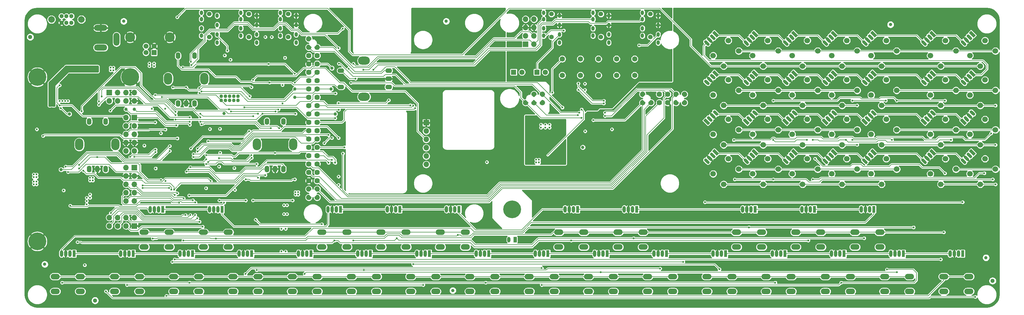
<source format=gtl>
%TF.GenerationSoftware,KiCad,Pcbnew,5.1.5*%
%TF.CreationDate,2020-03-30T21:07:21+02:00*%
%TF.ProjectId,OTTOdiy_SMD,4f54544f-6469-4795-9f53-4d442e6b6963,rev?*%
%TF.SameCoordinates,PX269fb20PYbb65a20*%
%TF.FileFunction,Copper,L1,Top*%
%TF.FilePolarity,Positive*%
%FSLAX46Y46*%
G04 Gerber Fmt 4.6, Leading zero omitted, Abs format (unit mm)*
G04 Created by KiCad (PCBNEW 5.1.5) date 2020-03-30 21:07:21*
%MOMM*%
%LPD*%
G04 APERTURE LIST*
%ADD10O,1.000000X1.400000*%
%ADD11C,1.400000*%
%ADD12C,1.300000*%
%ADD13C,1.000000*%
%ADD14C,1.100000*%
%ADD15O,1.700000X1.700000*%
%ADD16R,1.700000X1.700000*%
%ADD17C,1.600000*%
%ADD18R,1.600000X1.600000*%
%ADD19C,2.000000*%
%ADD20C,0.150000*%
%ADD21C,1.620000*%
%ADD22O,1.000000X1.700000*%
%ADD23O,2.500000X3.600000*%
%ADD24O,1.400000X2.000000*%
%ADD25O,3.600000X2.500000*%
%ADD26O,2.000000X1.400000*%
%ADD27O,2.800000X1.700000*%
%ADD28C,0.954000*%
%ADD29C,1.700000*%
%ADD30C,1.500000*%
%ADD31R,1.500000X1.500000*%
%ADD32C,3.000000*%
%ADD33O,0.954000X2.000000*%
%ADD34R,0.954000X2.000000*%
%ADD35O,4.000000X1.800000*%
%ADD36O,1.800000X4.000000*%
%ADD37C,0.800000*%
%ADD38C,5.400000*%
%ADD39C,0.600000*%
%ADD40C,0.203200*%
%ADD41C,0.254000*%
G04 APERTURE END LIST*
D10*
X82900000Y89200000D03*
X82900000Y86350000D03*
X82900000Y83500000D03*
X82900000Y81000000D03*
X78100000Y83100000D03*
X78100000Y85350000D03*
X78100000Y88150000D03*
X78100000Y90100000D03*
D11*
X80500000Y89700000D03*
X80500000Y82700000D03*
D10*
X162900000Y89200000D03*
X162900000Y86350000D03*
X162900000Y83500000D03*
X162900000Y81000000D03*
X158100000Y83100000D03*
X158100000Y85350000D03*
X158100000Y88150000D03*
X158100000Y90100000D03*
D11*
X160500000Y89700000D03*
X160500000Y82700000D03*
D10*
X177900000Y89200000D03*
X177900000Y86350000D03*
X177900000Y83500000D03*
X177900000Y81000000D03*
X173100000Y83100000D03*
X173100000Y85350000D03*
X173100000Y88150000D03*
X173100000Y90100000D03*
D11*
X175500000Y89700000D03*
X175500000Y82700000D03*
D10*
X192900000Y89200000D03*
X192900000Y86350000D03*
X192900000Y83500000D03*
X192900000Y81000000D03*
X188100000Y83100000D03*
X188100000Y85350000D03*
X188100000Y88150000D03*
X188100000Y90100000D03*
D11*
X190500000Y89700000D03*
X190500000Y82700000D03*
D10*
X58900000Y89200000D03*
X58900000Y86350000D03*
X58900000Y83500000D03*
X58900000Y81000000D03*
X54100000Y83100000D03*
X54100000Y85350000D03*
X54100000Y88150000D03*
X54100000Y90100000D03*
D11*
X56500000Y89700000D03*
X56500000Y82700000D03*
D10*
X70900000Y89200000D03*
X70900000Y86350000D03*
X70900000Y83500000D03*
X70900000Y81000000D03*
X66100000Y83100000D03*
X66100000Y85350000D03*
X66100000Y88150000D03*
X66100000Y90100000D03*
D11*
X68500000Y89700000D03*
X68500000Y82700000D03*
D12*
X294525000Y8450000D03*
X21800000Y2475000D03*
X2100000Y82700000D03*
D13*
X14000000Y59250000D03*
D14*
X60165000Y63370000D03*
X60165000Y64640000D03*
X61435000Y63370000D03*
X61435000Y64640000D03*
X62705000Y63370000D03*
X62705000Y64640000D03*
X63975000Y63370000D03*
X63975000Y64640000D03*
X65245000Y63370000D03*
X65245000Y64640000D03*
D15*
X122425000Y43900000D03*
X122425000Y46440000D03*
X122425000Y48980000D03*
X122425000Y51520000D03*
X122425000Y54060000D03*
D16*
X122425000Y56600000D03*
D17*
X158600000Y72000000D03*
D18*
X156100000Y72000000D03*
D17*
X151500000Y72000000D03*
D18*
X149000000Y72000000D03*
D12*
X11600000Y87050000D03*
X13100000Y87050000D03*
X14600000Y87050000D03*
X11600000Y89050000D03*
X13100000Y89050000D03*
X14600000Y89050000D03*
D19*
X8550000Y88040000D03*
X17650000Y88050000D03*
%TA.AperFunction,ComponentPad*%
D20*
G36*
X86663901Y33062848D02*
G01*
X86663899Y33062848D01*
X86661809Y33062950D01*
X86655558Y33063607D01*
X86649306Y33064176D01*
X86585456Y33073149D01*
X86585450Y33073150D01*
X86585443Y33073151D01*
X86583380Y33073456D01*
X86577265Y33074711D01*
X86571055Y33075896D01*
X86508382Y33091059D01*
X86506350Y33091566D01*
X86500352Y33093423D01*
X86494325Y33095197D01*
X86433430Y33116403D01*
X86431457Y33117106D01*
X86425697Y33119527D01*
X86419842Y33121892D01*
X86361324Y33148932D01*
X86361307Y33148939D01*
X86361288Y33148949D01*
X86359412Y33149831D01*
X86353905Y33152809D01*
X86348320Y33155729D01*
X86292704Y33188358D01*
X86290905Y33189431D01*
X86285704Y33192939D01*
X86280441Y33196383D01*
X86228274Y33234284D01*
X86226588Y33235527D01*
X86221745Y33239533D01*
X86216852Y33243467D01*
X86168633Y33286278D01*
X86167077Y33287680D01*
X86162681Y33292107D01*
X86158162Y33296532D01*
X86114351Y33343844D01*
X86112939Y33345391D01*
X86108970Y33350257D01*
X86104932Y33355070D01*
X86065946Y33406432D01*
X86064692Y33408109D01*
X86061238Y33413308D01*
X86057665Y33418525D01*
X86023878Y33473447D01*
X86022794Y33475238D01*
X86019876Y33480726D01*
X86016819Y33486286D01*
X85988552Y33544241D01*
X85987648Y33546130D01*
X85985261Y33551922D01*
X85982779Y33557712D01*
X85960302Y33618149D01*
X85959586Y33620117D01*
X85957777Y33626107D01*
X85955870Y33632120D01*
X85939399Y33694462D01*
X85938879Y33696490D01*
X85937657Y33702662D01*
X85936353Y33708795D01*
X85926043Y33772448D01*
X85925723Y33774518D01*
X85925111Y33780754D01*
X85924409Y33787012D01*
X85920360Y33851366D01*
X85920244Y33853457D01*
X85920244Y33859691D01*
X85920155Y33866022D01*
X85922406Y33930463D01*
X85922495Y33932556D01*
X85923106Y33938787D01*
X85923633Y33945065D01*
X85932161Y34008981D01*
X85932452Y34011055D01*
X85933674Y34017225D01*
X85934806Y34023394D01*
X85949530Y34086173D01*
X85950023Y34088208D01*
X85951828Y34094186D01*
X85953570Y34100263D01*
X85974351Y34161304D01*
X85975040Y34163281D01*
X85977430Y34169079D01*
X85979745Y34174926D01*
X86006382Y34233649D01*
X86007260Y34235550D01*
X86010209Y34241096D01*
X86013082Y34246686D01*
X86045323Y34302528D01*
X86046383Y34304334D01*
X86049841Y34309539D01*
X86053260Y34314844D01*
X86090796Y34367275D01*
X86092027Y34368969D01*
X86095980Y34373816D01*
X86099900Y34378762D01*
X86142374Y34427279D01*
X86143765Y34428845D01*
X86148208Y34433319D01*
X86152555Y34437821D01*
X86199560Y34481961D01*
X86201096Y34483384D01*
X86205949Y34487398D01*
X86210720Y34491459D01*
X86261807Y34530802D01*
X86263476Y34532067D01*
X86268643Y34535552D01*
X86273840Y34539164D01*
X86328524Y34573336D01*
X86330308Y34574432D01*
X86335800Y34577402D01*
X86341320Y34580487D01*
X86399076Y34609157D01*
X86400959Y34610074D01*
X86406683Y34612480D01*
X86412503Y34615023D01*
X86472783Y34637921D01*
X86474745Y34638650D01*
X86480729Y34640502D01*
X86486719Y34642449D01*
X86548945Y34659356D01*
X86548948Y34659357D01*
X86548953Y34659358D01*
X86550970Y34659891D01*
X86557099Y34661149D01*
X86563261Y34662504D01*
X86626839Y34673257D01*
X86628906Y34673591D01*
X86635134Y34674246D01*
X86641390Y34674992D01*
X86705715Y34679490D01*
X86707805Y34679621D01*
X86711202Y34679645D01*
X86714604Y34679847D01*
X86728427Y34679992D01*
X86729940Y34679997D01*
X86730000Y34680000D01*
X86800000Y34680000D01*
X86800472Y34679997D01*
X86800524Y34679999D01*
X86800585Y34679996D01*
X86802094Y34679985D01*
X86808601Y34679576D01*
X86815159Y34679232D01*
X86815938Y34679114D01*
X86816720Y34679065D01*
X86823151Y34678023D01*
X86829648Y34677041D01*
X86830414Y34676847D01*
X86831187Y34676722D01*
X86837508Y34675052D01*
X86843855Y34673446D01*
X86844593Y34673180D01*
X86845355Y34672979D01*
X86851466Y34670706D01*
X86857644Y34668482D01*
X86858361Y34668141D01*
X86859091Y34667870D01*
X86864912Y34665031D01*
X86870883Y34662196D01*
X86871562Y34661788D01*
X86872263Y34661446D01*
X86877845Y34658012D01*
X86883444Y34654647D01*
X86884069Y34654183D01*
X86884745Y34653767D01*
X86889976Y34649796D01*
X86895210Y34645910D01*
X86895793Y34645382D01*
X86896418Y34644907D01*
X86901231Y34640450D01*
X86906066Y34636066D01*
X87496066Y34046066D01*
X87496394Y34045734D01*
X87496436Y34045695D01*
X87496480Y34045646D01*
X87497536Y34044575D01*
X87501848Y34039684D01*
X87506242Y34034804D01*
X87506709Y34034171D01*
X87507228Y34033582D01*
X87511064Y34028263D01*
X87514938Y34023009D01*
X87515338Y34022338D01*
X87515801Y34021696D01*
X87519109Y34016012D01*
X87522442Y34010421D01*
X87522776Y34009712D01*
X87523172Y34009031D01*
X87525878Y34003120D01*
X87528682Y33997161D01*
X87528950Y33996409D01*
X87529272Y33995705D01*
X87531382Y33989578D01*
X87533598Y33983355D01*
X87533788Y33982591D01*
X87534044Y33981849D01*
X87535561Y33975482D01*
X87537143Y33969135D01*
X87537258Y33968358D01*
X87537440Y33967593D01*
X87538328Y33961107D01*
X87539284Y33954637D01*
X87539322Y33953852D01*
X87539429Y33953074D01*
X87539681Y33946528D01*
X87540000Y33940000D01*
X87540000Y33870000D01*
X87539985Y33867906D01*
X87539821Y33865299D01*
X87539821Y33862672D01*
X87536671Y33798267D01*
X87536554Y33796177D01*
X87535856Y33789952D01*
X87535241Y33783682D01*
X87525821Y33719892D01*
X87525500Y33717822D01*
X87524203Y33711720D01*
X87522975Y33705518D01*
X87507376Y33642952D01*
X87506855Y33640924D01*
X87504954Y33634930D01*
X87503139Y33628920D01*
X87481508Y33568175D01*
X87480792Y33566208D01*
X87478315Y33560428D01*
X87475924Y33554627D01*
X87448469Y33496282D01*
X87447564Y33494394D01*
X87444549Y33488910D01*
X87441589Y33483343D01*
X87408572Y33427956D01*
X87407487Y33426165D01*
X87403943Y33420989D01*
X87400462Y33415749D01*
X87362197Y33363848D01*
X87360942Y33362171D01*
X87356913Y33357369D01*
X87352936Y33352493D01*
X87309790Y33304573D01*
X87308378Y33303027D01*
X87303900Y33298642D01*
X87299462Y33294172D01*
X87251845Y33250692D01*
X87250288Y33249291D01*
X87245397Y33245358D01*
X87240553Y33241351D01*
X87188920Y33202725D01*
X87187234Y33201483D01*
X87182019Y33198070D01*
X87176771Y33194530D01*
X87121616Y33161127D01*
X87119817Y33160056D01*
X87114288Y33157165D01*
X87108725Y33154157D01*
X87050573Y33126295D01*
X87048679Y33125404D01*
X87042857Y33123052D01*
X87037063Y33120616D01*
X86976470Y33098562D01*
X86974497Y33097860D01*
X86968486Y33096091D01*
X86962471Y33094229D01*
X86900014Y33078192D01*
X86897982Y33077686D01*
X86891808Y33076508D01*
X86885657Y33075246D01*
X86821935Y33065381D01*
X86819864Y33065076D01*
X86813632Y33064509D01*
X86807363Y33063850D01*
X86742982Y33060250D01*
X86740890Y33060148D01*
X86734609Y33060192D01*
X86728327Y33060148D01*
X86663901Y33062848D01*
G37*
%TD.AperFunction*%
%TA.AperFunction,ComponentPad*%
G36*
X89209537Y33062406D02*
G01*
X89207445Y33062495D01*
X89201220Y33063105D01*
X89194935Y33063633D01*
X89131019Y33072161D01*
X89128946Y33072452D01*
X89122796Y33073670D01*
X89116605Y33074806D01*
X89053827Y33089530D01*
X89051792Y33090023D01*
X89045805Y33091830D01*
X89039737Y33093570D01*
X88978697Y33114351D01*
X88976719Y33115040D01*
X88970921Y33117430D01*
X88965074Y33119745D01*
X88906354Y33146381D01*
X88906348Y33146383D01*
X88906341Y33146387D01*
X88904450Y33147260D01*
X88898904Y33150209D01*
X88893314Y33153082D01*
X88837472Y33185323D01*
X88835666Y33186383D01*
X88830461Y33189841D01*
X88825156Y33193260D01*
X88772725Y33230796D01*
X88771031Y33232027D01*
X88766184Y33235980D01*
X88761238Y33239900D01*
X88712721Y33282374D01*
X88711155Y33283765D01*
X88706681Y33288208D01*
X88702179Y33292555D01*
X88658049Y33339549D01*
X88658039Y33339559D01*
X88658028Y33339571D01*
X88656617Y33341096D01*
X88652652Y33345889D01*
X88648541Y33350719D01*
X88609199Y33401807D01*
X88607933Y33403475D01*
X88604443Y33408649D01*
X88600835Y33413840D01*
X88566664Y33468524D01*
X88565567Y33470308D01*
X88562590Y33475814D01*
X88559513Y33481319D01*
X88530844Y33539076D01*
X88529926Y33540958D01*
X88527502Y33546724D01*
X88524977Y33552504D01*
X88502079Y33612783D01*
X88501350Y33614746D01*
X88499501Y33620717D01*
X88497551Y33626719D01*
X88480644Y33688945D01*
X88480109Y33690970D01*
X88478851Y33697099D01*
X88477496Y33703261D01*
X88466743Y33766839D01*
X88466409Y33768906D01*
X88465754Y33775134D01*
X88465008Y33781390D01*
X88460510Y33845715D01*
X88460379Y33847805D01*
X88460355Y33851202D01*
X88460153Y33854605D01*
X88460008Y33868427D01*
X88460003Y33869940D01*
X88460000Y33870000D01*
X88460000Y33940000D01*
X88460003Y33940472D01*
X88460001Y33940524D01*
X88460004Y33940585D01*
X88460015Y33942094D01*
X88460424Y33948601D01*
X88460768Y33955159D01*
X88460886Y33955938D01*
X88460935Y33956720D01*
X88461977Y33963151D01*
X88462959Y33969648D01*
X88463153Y33970414D01*
X88463278Y33971187D01*
X88464948Y33977508D01*
X88466554Y33983855D01*
X88466820Y33984593D01*
X88467021Y33985355D01*
X88469294Y33991466D01*
X88471518Y33997644D01*
X88471859Y33998361D01*
X88472130Y33999091D01*
X88474944Y34004860D01*
X88477804Y34010883D01*
X88478212Y34011562D01*
X88478554Y34012263D01*
X88481988Y34017845D01*
X88485353Y34023444D01*
X88485817Y34024069D01*
X88486233Y34024745D01*
X88490204Y34029976D01*
X88494090Y34035210D01*
X88494618Y34035793D01*
X88495093Y34036418D01*
X88499550Y34041231D01*
X88503934Y34046066D01*
X89093934Y34636066D01*
X89094266Y34636394D01*
X89094305Y34636436D01*
X89094354Y34636480D01*
X89095425Y34637536D01*
X89100316Y34641848D01*
X89105196Y34646242D01*
X89105829Y34646709D01*
X89106418Y34647228D01*
X89111737Y34651064D01*
X89116991Y34654938D01*
X89117662Y34655338D01*
X89118304Y34655801D01*
X89123988Y34659109D01*
X89129579Y34662442D01*
X89130288Y34662776D01*
X89130969Y34663172D01*
X89136880Y34665878D01*
X89142839Y34668682D01*
X89143591Y34668950D01*
X89144295Y34669272D01*
X89150422Y34671382D01*
X89156645Y34673598D01*
X89157409Y34673788D01*
X89158151Y34674044D01*
X89164518Y34675561D01*
X89170865Y34677143D01*
X89171642Y34677258D01*
X89172407Y34677440D01*
X89178893Y34678328D01*
X89185363Y34679284D01*
X89186148Y34679322D01*
X89186926Y34679429D01*
X89193472Y34679681D01*
X89200000Y34680000D01*
X89270000Y34680000D01*
X89272094Y34679985D01*
X89274701Y34679821D01*
X89277328Y34679821D01*
X89341733Y34676671D01*
X89343823Y34676554D01*
X89350037Y34675857D01*
X89356318Y34675241D01*
X89420108Y34665821D01*
X89422178Y34665500D01*
X89428272Y34664205D01*
X89434483Y34662975D01*
X89497048Y34647376D01*
X89499076Y34646854D01*
X89505012Y34644971D01*
X89511081Y34643139D01*
X89571825Y34621508D01*
X89573793Y34620792D01*
X89579572Y34618315D01*
X89585373Y34615924D01*
X89643718Y34588469D01*
X89645606Y34587564D01*
X89651090Y34584549D01*
X89656657Y34581589D01*
X89712044Y34548572D01*
X89713835Y34547487D01*
X89719011Y34543943D01*
X89724251Y34540462D01*
X89776152Y34502197D01*
X89777829Y34500942D01*
X89782631Y34496913D01*
X89787507Y34492936D01*
X89835427Y34449790D01*
X89836973Y34448378D01*
X89841379Y34443880D01*
X89845827Y34439462D01*
X89889308Y34391845D01*
X89890709Y34390289D01*
X89894655Y34385381D01*
X89898649Y34380553D01*
X89937275Y34328920D01*
X89938518Y34327234D01*
X89941949Y34321990D01*
X89945470Y34316771D01*
X89978873Y34261616D01*
X89979945Y34259817D01*
X89982840Y34254280D01*
X89985843Y34248725D01*
X90013705Y34190573D01*
X90014596Y34188678D01*
X90016938Y34182882D01*
X90019384Y34177063D01*
X90041438Y34116470D01*
X90042140Y34114497D01*
X90043909Y34108486D01*
X90045771Y34102471D01*
X90061807Y34040015D01*
X90061808Y34040013D01*
X90061810Y34040002D01*
X90062314Y34037983D01*
X90063493Y34031800D01*
X90064754Y34025657D01*
X90074618Y33961935D01*
X90074924Y33959864D01*
X90075491Y33953637D01*
X90076150Y33947364D01*
X90079750Y33882982D01*
X90079852Y33880891D01*
X90079808Y33874609D01*
X90079852Y33868327D01*
X90077152Y33803901D01*
X90077050Y33801809D01*
X90076393Y33795558D01*
X90075824Y33789306D01*
X90066850Y33725452D01*
X90066544Y33723380D01*
X90065289Y33717265D01*
X90064104Y33711055D01*
X90048941Y33648382D01*
X90048434Y33646350D01*
X90046577Y33640352D01*
X90044803Y33634325D01*
X90023597Y33573430D01*
X90022894Y33571457D01*
X90020473Y33565697D01*
X90018108Y33559842D01*
X89991068Y33501324D01*
X89991061Y33501307D01*
X89991051Y33501288D01*
X89990169Y33499412D01*
X89987191Y33493905D01*
X89984271Y33488320D01*
X89951642Y33432704D01*
X89950569Y33430905D01*
X89947061Y33425704D01*
X89943617Y33420441D01*
X89905716Y33368274D01*
X89904473Y33366588D01*
X89900467Y33361745D01*
X89896533Y33356852D01*
X89853722Y33308633D01*
X89852320Y33307077D01*
X89847893Y33302681D01*
X89843468Y33298162D01*
X89796156Y33254351D01*
X89794609Y33252939D01*
X89789743Y33248970D01*
X89784930Y33244932D01*
X89733568Y33205946D01*
X89731891Y33204692D01*
X89726692Y33201238D01*
X89721475Y33197665D01*
X89666553Y33163878D01*
X89664762Y33162794D01*
X89659274Y33159876D01*
X89653714Y33156819D01*
X89595759Y33128552D01*
X89593870Y33127648D01*
X89588078Y33125261D01*
X89582288Y33122779D01*
X89521851Y33100302D01*
X89519883Y33099586D01*
X89513893Y33097777D01*
X89507880Y33095870D01*
X89445538Y33079399D01*
X89443510Y33078879D01*
X89437338Y33077657D01*
X89431205Y33076353D01*
X89367552Y33066043D01*
X89365482Y33065723D01*
X89359246Y33065111D01*
X89352988Y33064409D01*
X89288634Y33060360D01*
X89286543Y33060244D01*
X89280310Y33060244D01*
X89273979Y33060155D01*
X89209537Y33062406D01*
G37*
%TD.AperFunction*%
%TA.AperFunction,ComponentPad*%
G36*
X86727906Y35600015D02*
G01*
X86725299Y35600179D01*
X86722672Y35600179D01*
X86658267Y35603329D01*
X86658265Y35603329D01*
X86656177Y35603446D01*
X86649966Y35604143D01*
X86643682Y35604759D01*
X86579892Y35614179D01*
X86577822Y35614500D01*
X86571720Y35615797D01*
X86565518Y35617025D01*
X86502952Y35632624D01*
X86500924Y35633145D01*
X86494930Y35635046D01*
X86488920Y35636861D01*
X86428175Y35658492D01*
X86426208Y35659208D01*
X86420428Y35661685D01*
X86414627Y35664076D01*
X86356282Y35691531D01*
X86354394Y35692436D01*
X86348910Y35695451D01*
X86343343Y35698411D01*
X86287956Y35731428D01*
X86286165Y35732513D01*
X86280989Y35736057D01*
X86275749Y35739538D01*
X86223848Y35777803D01*
X86222171Y35779058D01*
X86217369Y35783087D01*
X86212493Y35787064D01*
X86164573Y35830210D01*
X86163027Y35831622D01*
X86158642Y35836100D01*
X86154172Y35840538D01*
X86110692Y35888155D01*
X86109291Y35889712D01*
X86105358Y35894603D01*
X86101351Y35899447D01*
X86062725Y35951080D01*
X86061483Y35952766D01*
X86058070Y35957981D01*
X86054530Y35963229D01*
X86021127Y36018384D01*
X86020056Y36020183D01*
X86017165Y36025712D01*
X86014157Y36031275D01*
X85986295Y36089427D01*
X85985404Y36091321D01*
X85983052Y36097143D01*
X85980616Y36102937D01*
X85958562Y36163530D01*
X85957860Y36165503D01*
X85956091Y36171514D01*
X85954229Y36177529D01*
X85938192Y36239986D01*
X85937686Y36242018D01*
X85936508Y36248192D01*
X85935246Y36254343D01*
X85925381Y36318065D01*
X85925076Y36320136D01*
X85924509Y36326368D01*
X85923850Y36332637D01*
X85920250Y36397018D01*
X85920148Y36399110D01*
X85920192Y36405391D01*
X85920148Y36411672D01*
X85922848Y36476099D01*
X85922950Y36478190D01*
X85923607Y36484444D01*
X85924176Y36490693D01*
X85933150Y36554548D01*
X85933456Y36556619D01*
X85934705Y36562703D01*
X85935896Y36568945D01*
X85951059Y36631618D01*
X85951566Y36633650D01*
X85953423Y36639648D01*
X85955197Y36645675D01*
X85976403Y36706570D01*
X85977105Y36708543D01*
X85979541Y36714338D01*
X85981892Y36720158D01*
X86008939Y36778693D01*
X86009831Y36780587D01*
X86012825Y36786126D01*
X86015729Y36791680D01*
X86048359Y36847297D01*
X86049431Y36849095D01*
X86052948Y36854310D01*
X86056383Y36859559D01*
X86094284Y36911726D01*
X86095527Y36913411D01*
X86099512Y36918229D01*
X86103468Y36923148D01*
X86146278Y36971367D01*
X86147680Y36972923D01*
X86152107Y36977319D01*
X86156532Y36981838D01*
X86203844Y37025649D01*
X86205391Y37027061D01*
X86210218Y37030998D01*
X86215070Y37035069D01*
X86266432Y37074054D01*
X86268109Y37075308D01*
X86273342Y37078786D01*
X86278525Y37082334D01*
X86333446Y37116122D01*
X86335238Y37117206D01*
X86340744Y37120134D01*
X86346287Y37123181D01*
X86404241Y37151448D01*
X86406130Y37152352D01*
X86411922Y37154739D01*
X86417712Y37157221D01*
X86478147Y37179697D01*
X86478152Y37179699D01*
X86478158Y37179701D01*
X86480117Y37180414D01*
X86486107Y37182223D01*
X86492120Y37184130D01*
X86554462Y37200601D01*
X86556491Y37201121D01*
X86562639Y37202339D01*
X86568794Y37203647D01*
X86632448Y37213957D01*
X86634517Y37214277D01*
X86640761Y37214890D01*
X86647012Y37215591D01*
X86711366Y37219640D01*
X86713457Y37219757D01*
X86719732Y37219757D01*
X86726022Y37219845D01*
X86790463Y37217594D01*
X86792556Y37217505D01*
X86798787Y37216894D01*
X86805065Y37216367D01*
X86868981Y37207839D01*
X86871055Y37207548D01*
X86877225Y37206326D01*
X86883394Y37205194D01*
X86946173Y37190470D01*
X86948208Y37189977D01*
X86954186Y37188172D01*
X86960263Y37186430D01*
X87021304Y37165649D01*
X87023281Y37164960D01*
X87029079Y37162570D01*
X87034926Y37160255D01*
X87093649Y37133618D01*
X87093652Y37133617D01*
X87093659Y37133613D01*
X87095550Y37132740D01*
X87101096Y37129791D01*
X87106686Y37126918D01*
X87162528Y37094677D01*
X87164334Y37093617D01*
X87169539Y37090159D01*
X87174844Y37086740D01*
X87227275Y37049204D01*
X87228969Y37047973D01*
X87233816Y37044020D01*
X87238762Y37040100D01*
X87287279Y36997626D01*
X87288845Y36996235D01*
X87293334Y36991778D01*
X87297821Y36987445D01*
X87341961Y36940440D01*
X87343384Y36938904D01*
X87347398Y36934051D01*
X87351459Y36929280D01*
X87390802Y36878193D01*
X87392067Y36876524D01*
X87395552Y36871357D01*
X87399164Y36866160D01*
X87433336Y36811476D01*
X87434432Y36809692D01*
X87437402Y36804200D01*
X87440487Y36798680D01*
X87469157Y36740924D01*
X87470074Y36739041D01*
X87472480Y36733317D01*
X87475023Y36727497D01*
X87497921Y36667217D01*
X87498650Y36665255D01*
X87500502Y36659271D01*
X87502449Y36653281D01*
X87519356Y36591055D01*
X87519891Y36589030D01*
X87521149Y36582901D01*
X87522504Y36576739D01*
X87533257Y36513161D01*
X87533591Y36511094D01*
X87534246Y36504866D01*
X87534992Y36498610D01*
X87539490Y36434285D01*
X87539621Y36432195D01*
X87539645Y36428798D01*
X87539847Y36425396D01*
X87539992Y36411573D01*
X87539997Y36410060D01*
X87540000Y36410000D01*
X87540000Y36340000D01*
X87539997Y36339528D01*
X87539999Y36339476D01*
X87539996Y36339415D01*
X87539985Y36337906D01*
X87539576Y36331399D01*
X87539232Y36324841D01*
X87539114Y36324062D01*
X87539065Y36323280D01*
X87538023Y36316849D01*
X87537041Y36310352D01*
X87536847Y36309586D01*
X87536722Y36308813D01*
X87535052Y36302492D01*
X87533446Y36296145D01*
X87533180Y36295407D01*
X87532979Y36294645D01*
X87530706Y36288534D01*
X87528482Y36282356D01*
X87528141Y36281639D01*
X87527870Y36280909D01*
X87525031Y36275088D01*
X87522196Y36269117D01*
X87521788Y36268438D01*
X87521446Y36267737D01*
X87518012Y36262155D01*
X87514647Y36256556D01*
X87514183Y36255931D01*
X87513767Y36255255D01*
X87509796Y36250024D01*
X87505910Y36244790D01*
X87505382Y36244207D01*
X87504907Y36243582D01*
X87500450Y36238769D01*
X87496066Y36233934D01*
X86906066Y35643934D01*
X86905734Y35643606D01*
X86905695Y35643564D01*
X86905646Y35643520D01*
X86904575Y35642464D01*
X86899684Y35638152D01*
X86894804Y35633758D01*
X86894171Y35633291D01*
X86893582Y35632772D01*
X86888263Y35628936D01*
X86883009Y35625062D01*
X86882338Y35624662D01*
X86881696Y35624199D01*
X86876012Y35620891D01*
X86870421Y35617558D01*
X86869712Y35617224D01*
X86869031Y35616828D01*
X86863120Y35614122D01*
X86857161Y35611318D01*
X86856409Y35611050D01*
X86855705Y35610728D01*
X86849578Y35608618D01*
X86843355Y35606402D01*
X86842591Y35606212D01*
X86841849Y35605956D01*
X86835482Y35604439D01*
X86829135Y35602857D01*
X86828358Y35602742D01*
X86827593Y35602560D01*
X86821107Y35601672D01*
X86814637Y35600716D01*
X86813852Y35600678D01*
X86813074Y35600571D01*
X86806528Y35600319D01*
X86800000Y35600000D01*
X86730000Y35600000D01*
X86727906Y35600015D01*
G37*
%TD.AperFunction*%
%TA.AperFunction,ComponentPad*%
G36*
X89199528Y35600003D02*
G01*
X89199476Y35600001D01*
X89199415Y35600004D01*
X89197906Y35600015D01*
X89191399Y35600424D01*
X89184841Y35600768D01*
X89184062Y35600886D01*
X89183280Y35600935D01*
X89176849Y35601977D01*
X89170352Y35602959D01*
X89169586Y35603153D01*
X89168813Y35603278D01*
X89162492Y35604948D01*
X89156145Y35606554D01*
X89155407Y35606820D01*
X89154645Y35607021D01*
X89148534Y35609294D01*
X89142356Y35611518D01*
X89141639Y35611859D01*
X89140909Y35612130D01*
X89135088Y35614969D01*
X89129117Y35617804D01*
X89128438Y35618212D01*
X89127737Y35618554D01*
X89122155Y35621988D01*
X89116556Y35625353D01*
X89115931Y35625817D01*
X89115255Y35626233D01*
X89110024Y35630204D01*
X89104790Y35634090D01*
X89104207Y35634618D01*
X89103582Y35635093D01*
X89098769Y35639550D01*
X89093934Y35643934D01*
X88503934Y36233934D01*
X88503606Y36234266D01*
X88503564Y36234305D01*
X88503520Y36234354D01*
X88502464Y36235425D01*
X88498152Y36240316D01*
X88493758Y36245196D01*
X88493291Y36245829D01*
X88492772Y36246418D01*
X88488936Y36251737D01*
X88485062Y36256991D01*
X88484662Y36257662D01*
X88484199Y36258304D01*
X88480891Y36263988D01*
X88477558Y36269579D01*
X88477224Y36270288D01*
X88476828Y36270969D01*
X88474122Y36276880D01*
X88471318Y36282839D01*
X88471050Y36283591D01*
X88470728Y36284295D01*
X88468618Y36290422D01*
X88466402Y36296645D01*
X88466212Y36297409D01*
X88465956Y36298151D01*
X88464439Y36304518D01*
X88462857Y36310865D01*
X88462742Y36311642D01*
X88462560Y36312407D01*
X88461678Y36318846D01*
X88460716Y36325363D01*
X88460678Y36326148D01*
X88460571Y36326926D01*
X88460320Y36333451D01*
X88460000Y36340000D01*
X88460000Y36410000D01*
X88460015Y36412094D01*
X88460179Y36414701D01*
X88460179Y36417328D01*
X88463329Y36481733D01*
X88463446Y36483823D01*
X88464139Y36489999D01*
X88464759Y36496318D01*
X88474179Y36560108D01*
X88474500Y36562178D01*
X88475795Y36568272D01*
X88477025Y36574483D01*
X88492624Y36637048D01*
X88493146Y36639076D01*
X88495029Y36645012D01*
X88496861Y36651081D01*
X88518492Y36711825D01*
X88519208Y36713793D01*
X88521685Y36719572D01*
X88524076Y36725373D01*
X88551531Y36783718D01*
X88552436Y36785606D01*
X88555451Y36791090D01*
X88558411Y36796657D01*
X88591428Y36852044D01*
X88592513Y36853835D01*
X88596057Y36859011D01*
X88599538Y36864251D01*
X88637803Y36916152D01*
X88639058Y36917829D01*
X88643087Y36922631D01*
X88647064Y36927507D01*
X88690210Y36975427D01*
X88691622Y36976973D01*
X88696120Y36981379D01*
X88700538Y36985827D01*
X88748155Y37029308D01*
X88749711Y37030709D01*
X88754619Y37034655D01*
X88759447Y37038649D01*
X88811080Y37077275D01*
X88812766Y37078518D01*
X88818010Y37081949D01*
X88823229Y37085470D01*
X88878384Y37118873D01*
X88880183Y37119945D01*
X88885720Y37122840D01*
X88891275Y37125843D01*
X88949427Y37153705D01*
X88951322Y37154596D01*
X88957118Y37156938D01*
X88962937Y37159384D01*
X89023530Y37181438D01*
X89025503Y37182140D01*
X89031514Y37183909D01*
X89037529Y37185771D01*
X89099978Y37201805D01*
X89099987Y37201808D01*
X89099998Y37201810D01*
X89102017Y37202314D01*
X89108200Y37203493D01*
X89114343Y37204754D01*
X89178053Y37214616D01*
X89178062Y37214618D01*
X89178072Y37214619D01*
X89180136Y37214924D01*
X89186363Y37215491D01*
X89192636Y37216150D01*
X89257018Y37219750D01*
X89259109Y37219852D01*
X89265391Y37219808D01*
X89271672Y37219852D01*
X89336099Y37217152D01*
X89338190Y37217050D01*
X89344444Y37216393D01*
X89350693Y37215824D01*
X89414544Y37206851D01*
X89414550Y37206850D01*
X89414557Y37206849D01*
X89416619Y37206544D01*
X89422727Y37205290D01*
X89428945Y37204104D01*
X89491618Y37188941D01*
X89493650Y37188434D01*
X89499648Y37186577D01*
X89505675Y37184803D01*
X89566570Y37163597D01*
X89568543Y37162895D01*
X89574338Y37160459D01*
X89580158Y37158108D01*
X89638693Y37131061D01*
X89640587Y37130169D01*
X89646126Y37127175D01*
X89651680Y37124271D01*
X89707297Y37091641D01*
X89709095Y37090569D01*
X89714310Y37087052D01*
X89719559Y37083617D01*
X89771726Y37045716D01*
X89771728Y37045715D01*
X89771735Y37045709D01*
X89773411Y37044473D01*
X89778229Y37040488D01*
X89783148Y37036532D01*
X89831367Y36993722D01*
X89832923Y36992320D01*
X89837319Y36987893D01*
X89841838Y36983468D01*
X89885649Y36936156D01*
X89887061Y36934609D01*
X89890998Y36929782D01*
X89895069Y36924930D01*
X89934054Y36873568D01*
X89935308Y36871891D01*
X89938786Y36866658D01*
X89942334Y36861475D01*
X89976122Y36806554D01*
X89977206Y36804762D01*
X89980134Y36799256D01*
X89983181Y36793713D01*
X90011448Y36735759D01*
X90012352Y36733870D01*
X90014739Y36728078D01*
X90017221Y36722288D01*
X90039698Y36661850D01*
X90040414Y36659883D01*
X90042225Y36653885D01*
X90044130Y36647880D01*
X90060601Y36585538D01*
X90061121Y36583509D01*
X90062339Y36577361D01*
X90063647Y36571206D01*
X90073957Y36507552D01*
X90074277Y36505483D01*
X90074890Y36499239D01*
X90075591Y36492988D01*
X90079640Y36428634D01*
X90079757Y36426543D01*
X90079757Y36420235D01*
X90079845Y36413979D01*
X90077594Y36349537D01*
X90077505Y36347445D01*
X90076895Y36341220D01*
X90076367Y36334935D01*
X90067839Y36271019D01*
X90067548Y36268946D01*
X90066330Y36262796D01*
X90065194Y36256605D01*
X90050470Y36193827D01*
X90049977Y36191792D01*
X90048170Y36185805D01*
X90046430Y36179737D01*
X90025649Y36118697D01*
X90024960Y36116719D01*
X90022570Y36110921D01*
X90020255Y36105074D01*
X89993618Y36046351D01*
X89992740Y36044450D01*
X89989791Y36038904D01*
X89986918Y36033314D01*
X89954677Y35977472D01*
X89953617Y35975666D01*
X89950159Y35970461D01*
X89946740Y35965156D01*
X89909204Y35912725D01*
X89907973Y35911031D01*
X89904020Y35906184D01*
X89900100Y35901238D01*
X89857626Y35852721D01*
X89856235Y35851155D01*
X89851792Y35846681D01*
X89847445Y35842179D01*
X89800451Y35798049D01*
X89800441Y35798039D01*
X89800429Y35798028D01*
X89798904Y35796617D01*
X89794111Y35792652D01*
X89789281Y35788541D01*
X89738193Y35749199D01*
X89736525Y35747933D01*
X89731351Y35744443D01*
X89726160Y35740835D01*
X89671476Y35706664D01*
X89669692Y35705567D01*
X89664186Y35702590D01*
X89658681Y35699513D01*
X89600933Y35670848D01*
X89600925Y35670844D01*
X89600915Y35670840D01*
X89599042Y35669926D01*
X89593276Y35667502D01*
X89587496Y35664977D01*
X89527217Y35642079D01*
X89525254Y35641350D01*
X89519283Y35639501D01*
X89513281Y35637551D01*
X89451055Y35620644D01*
X89451052Y35620643D01*
X89451047Y35620642D01*
X89449030Y35620109D01*
X89442901Y35618851D01*
X89436739Y35617496D01*
X89373161Y35606743D01*
X89371094Y35606409D01*
X89364866Y35605754D01*
X89358610Y35605008D01*
X89294285Y35600510D01*
X89292195Y35600379D01*
X89288798Y35600355D01*
X89285395Y35600153D01*
X89271573Y35600008D01*
X89270060Y35600003D01*
X89270000Y35600000D01*
X89200000Y35600000D01*
X89199528Y35600003D01*
G37*
%TD.AperFunction*%
%TA.AperFunction,ComponentPad*%
G36*
X86663901Y78782848D02*
G01*
X86663899Y78782848D01*
X86661809Y78782950D01*
X86655558Y78783607D01*
X86649306Y78784176D01*
X86585456Y78793149D01*
X86585450Y78793150D01*
X86585443Y78793151D01*
X86583380Y78793456D01*
X86577265Y78794711D01*
X86571055Y78795896D01*
X86508382Y78811059D01*
X86506350Y78811566D01*
X86500352Y78813423D01*
X86494325Y78815197D01*
X86433430Y78836403D01*
X86431457Y78837106D01*
X86425697Y78839527D01*
X86419842Y78841892D01*
X86361324Y78868932D01*
X86361307Y78868939D01*
X86361288Y78868949D01*
X86359412Y78869831D01*
X86353905Y78872809D01*
X86348320Y78875729D01*
X86292704Y78908358D01*
X86290905Y78909431D01*
X86285704Y78912939D01*
X86280441Y78916383D01*
X86228274Y78954284D01*
X86226588Y78955527D01*
X86221745Y78959533D01*
X86216852Y78963467D01*
X86168633Y79006278D01*
X86167077Y79007680D01*
X86162681Y79012107D01*
X86158162Y79016532D01*
X86114351Y79063844D01*
X86112939Y79065391D01*
X86108970Y79070257D01*
X86104932Y79075070D01*
X86065946Y79126432D01*
X86064692Y79128109D01*
X86061238Y79133308D01*
X86057665Y79138525D01*
X86023878Y79193447D01*
X86022794Y79195238D01*
X86019876Y79200726D01*
X86016819Y79206286D01*
X85988552Y79264241D01*
X85987648Y79266130D01*
X85985261Y79271922D01*
X85982779Y79277712D01*
X85960302Y79338149D01*
X85959586Y79340117D01*
X85957777Y79346107D01*
X85955870Y79352120D01*
X85939399Y79414462D01*
X85938879Y79416490D01*
X85937657Y79422662D01*
X85936353Y79428795D01*
X85926043Y79492448D01*
X85925723Y79494518D01*
X85925111Y79500754D01*
X85924409Y79507012D01*
X85920360Y79571366D01*
X85920244Y79573457D01*
X85920244Y79579691D01*
X85920155Y79586022D01*
X85922406Y79650463D01*
X85922495Y79652556D01*
X85923106Y79658787D01*
X85923633Y79665065D01*
X85932161Y79728981D01*
X85932452Y79731055D01*
X85933674Y79737225D01*
X85934806Y79743394D01*
X85949530Y79806173D01*
X85950023Y79808208D01*
X85951828Y79814186D01*
X85953570Y79820263D01*
X85974351Y79881304D01*
X85975040Y79883281D01*
X85977430Y79889079D01*
X85979745Y79894926D01*
X86006382Y79953649D01*
X86007260Y79955550D01*
X86010209Y79961096D01*
X86013082Y79966686D01*
X86045323Y80022528D01*
X86046383Y80024334D01*
X86049841Y80029539D01*
X86053260Y80034844D01*
X86090796Y80087275D01*
X86092027Y80088969D01*
X86095980Y80093816D01*
X86099900Y80098762D01*
X86142374Y80147279D01*
X86143765Y80148845D01*
X86148208Y80153319D01*
X86152555Y80157821D01*
X86199560Y80201961D01*
X86201096Y80203384D01*
X86205949Y80207398D01*
X86210720Y80211459D01*
X86261807Y80250802D01*
X86263476Y80252067D01*
X86268643Y80255552D01*
X86273840Y80259164D01*
X86328524Y80293336D01*
X86330308Y80294432D01*
X86335800Y80297402D01*
X86341320Y80300487D01*
X86399076Y80329157D01*
X86400959Y80330074D01*
X86406683Y80332480D01*
X86412503Y80335023D01*
X86472783Y80357921D01*
X86474745Y80358650D01*
X86480729Y80360502D01*
X86486719Y80362449D01*
X86548945Y80379356D01*
X86548948Y80379357D01*
X86548953Y80379358D01*
X86550970Y80379891D01*
X86557099Y80381149D01*
X86563261Y80382504D01*
X86626839Y80393257D01*
X86628906Y80393591D01*
X86635134Y80394246D01*
X86641390Y80394992D01*
X86705715Y80399490D01*
X86707805Y80399621D01*
X86711202Y80399645D01*
X86714604Y80399847D01*
X86728427Y80399992D01*
X86729940Y80399997D01*
X86730000Y80400000D01*
X86800000Y80400000D01*
X86800472Y80399997D01*
X86800524Y80399999D01*
X86800585Y80399996D01*
X86802094Y80399985D01*
X86808601Y80399576D01*
X86815159Y80399232D01*
X86815938Y80399114D01*
X86816720Y80399065D01*
X86823151Y80398023D01*
X86829648Y80397041D01*
X86830414Y80396847D01*
X86831187Y80396722D01*
X86837508Y80395052D01*
X86843855Y80393446D01*
X86844593Y80393180D01*
X86845355Y80392979D01*
X86851466Y80390706D01*
X86857644Y80388482D01*
X86858361Y80388141D01*
X86859091Y80387870D01*
X86864912Y80385031D01*
X86870883Y80382196D01*
X86871562Y80381788D01*
X86872263Y80381446D01*
X86877845Y80378012D01*
X86883444Y80374647D01*
X86884069Y80374183D01*
X86884745Y80373767D01*
X86889976Y80369796D01*
X86895210Y80365910D01*
X86895793Y80365382D01*
X86896418Y80364907D01*
X86901231Y80360450D01*
X86906066Y80356066D01*
X87496066Y79766066D01*
X87496394Y79765734D01*
X87496436Y79765695D01*
X87496480Y79765646D01*
X87497536Y79764575D01*
X87501848Y79759684D01*
X87506242Y79754804D01*
X87506709Y79754171D01*
X87507228Y79753582D01*
X87511064Y79748263D01*
X87514938Y79743009D01*
X87515338Y79742338D01*
X87515801Y79741696D01*
X87519109Y79736012D01*
X87522442Y79730421D01*
X87522776Y79729712D01*
X87523172Y79729031D01*
X87525878Y79723120D01*
X87528682Y79717161D01*
X87528950Y79716409D01*
X87529272Y79715705D01*
X87531382Y79709578D01*
X87533598Y79703355D01*
X87533788Y79702591D01*
X87534044Y79701849D01*
X87535561Y79695482D01*
X87537143Y79689135D01*
X87537258Y79688358D01*
X87537440Y79687593D01*
X87538328Y79681107D01*
X87539284Y79674637D01*
X87539322Y79673852D01*
X87539429Y79673074D01*
X87539681Y79666528D01*
X87540000Y79660000D01*
X87540000Y79590000D01*
X87539985Y79587906D01*
X87539821Y79585299D01*
X87539821Y79582672D01*
X87536671Y79518267D01*
X87536554Y79516177D01*
X87535856Y79509952D01*
X87535241Y79503682D01*
X87525821Y79439892D01*
X87525500Y79437822D01*
X87524203Y79431720D01*
X87522975Y79425518D01*
X87507376Y79362952D01*
X87506855Y79360924D01*
X87504954Y79354930D01*
X87503139Y79348920D01*
X87481508Y79288175D01*
X87480792Y79286208D01*
X87478315Y79280428D01*
X87475924Y79274627D01*
X87448469Y79216282D01*
X87447564Y79214394D01*
X87444549Y79208910D01*
X87441589Y79203343D01*
X87408572Y79147956D01*
X87407487Y79146165D01*
X87403943Y79140989D01*
X87400462Y79135749D01*
X87362197Y79083848D01*
X87360942Y79082171D01*
X87356913Y79077369D01*
X87352936Y79072493D01*
X87309790Y79024573D01*
X87308378Y79023027D01*
X87303900Y79018642D01*
X87299462Y79014172D01*
X87251845Y78970692D01*
X87250288Y78969291D01*
X87245397Y78965358D01*
X87240553Y78961351D01*
X87188920Y78922725D01*
X87187234Y78921483D01*
X87182019Y78918070D01*
X87176771Y78914530D01*
X87121616Y78881127D01*
X87119817Y78880056D01*
X87114288Y78877165D01*
X87108725Y78874157D01*
X87050573Y78846295D01*
X87048679Y78845404D01*
X87042857Y78843052D01*
X87037063Y78840616D01*
X86976470Y78818562D01*
X86974497Y78817860D01*
X86968486Y78816091D01*
X86962471Y78814229D01*
X86900014Y78798192D01*
X86897982Y78797686D01*
X86891808Y78796508D01*
X86885657Y78795246D01*
X86821935Y78785381D01*
X86819864Y78785076D01*
X86813632Y78784509D01*
X86807363Y78783850D01*
X86742982Y78780250D01*
X86740890Y78780148D01*
X86734609Y78780192D01*
X86728327Y78780148D01*
X86663901Y78782848D01*
G37*
%TD.AperFunction*%
%TA.AperFunction,ComponentPad*%
G36*
X89209537Y78782406D02*
G01*
X89207445Y78782495D01*
X89201220Y78783105D01*
X89194935Y78783633D01*
X89131019Y78792161D01*
X89128946Y78792452D01*
X89122796Y78793670D01*
X89116605Y78794806D01*
X89053827Y78809530D01*
X89051792Y78810023D01*
X89045805Y78811830D01*
X89039737Y78813570D01*
X88978697Y78834351D01*
X88976719Y78835040D01*
X88970921Y78837430D01*
X88965074Y78839745D01*
X88906354Y78866381D01*
X88906348Y78866383D01*
X88906341Y78866387D01*
X88904450Y78867260D01*
X88898904Y78870209D01*
X88893314Y78873082D01*
X88837472Y78905323D01*
X88835666Y78906383D01*
X88830461Y78909841D01*
X88825156Y78913260D01*
X88772725Y78950796D01*
X88771031Y78952027D01*
X88766184Y78955980D01*
X88761238Y78959900D01*
X88712721Y79002374D01*
X88711155Y79003765D01*
X88706681Y79008208D01*
X88702179Y79012555D01*
X88658049Y79059549D01*
X88658039Y79059559D01*
X88658028Y79059571D01*
X88656617Y79061096D01*
X88652652Y79065889D01*
X88648541Y79070719D01*
X88609199Y79121807D01*
X88607933Y79123475D01*
X88604443Y79128649D01*
X88600835Y79133840D01*
X88566664Y79188524D01*
X88565567Y79190308D01*
X88562590Y79195814D01*
X88559513Y79201319D01*
X88530844Y79259076D01*
X88529926Y79260958D01*
X88527502Y79266724D01*
X88524977Y79272504D01*
X88502079Y79332783D01*
X88501350Y79334746D01*
X88499501Y79340717D01*
X88497551Y79346719D01*
X88480644Y79408945D01*
X88480109Y79410970D01*
X88478851Y79417099D01*
X88477496Y79423261D01*
X88466743Y79486839D01*
X88466409Y79488906D01*
X88465754Y79495134D01*
X88465008Y79501390D01*
X88460510Y79565715D01*
X88460379Y79567805D01*
X88460355Y79571202D01*
X88460153Y79574605D01*
X88460008Y79588427D01*
X88460003Y79589940D01*
X88460000Y79590000D01*
X88460000Y79660000D01*
X88460003Y79660472D01*
X88460001Y79660524D01*
X88460004Y79660585D01*
X88460015Y79662094D01*
X88460424Y79668601D01*
X88460768Y79675159D01*
X88460886Y79675938D01*
X88460935Y79676720D01*
X88461977Y79683151D01*
X88462959Y79689648D01*
X88463153Y79690414D01*
X88463278Y79691187D01*
X88464948Y79697508D01*
X88466554Y79703855D01*
X88466820Y79704593D01*
X88467021Y79705355D01*
X88469294Y79711466D01*
X88471518Y79717644D01*
X88471859Y79718361D01*
X88472130Y79719091D01*
X88474944Y79724860D01*
X88477804Y79730883D01*
X88478212Y79731562D01*
X88478554Y79732263D01*
X88481988Y79737845D01*
X88485353Y79743444D01*
X88485817Y79744069D01*
X88486233Y79744745D01*
X88490204Y79749976D01*
X88494090Y79755210D01*
X88494618Y79755793D01*
X88495093Y79756418D01*
X88499550Y79761231D01*
X88503934Y79766066D01*
X89093934Y80356066D01*
X89094266Y80356394D01*
X89094305Y80356436D01*
X89094354Y80356480D01*
X89095425Y80357536D01*
X89100316Y80361848D01*
X89105196Y80366242D01*
X89105829Y80366709D01*
X89106418Y80367228D01*
X89111737Y80371064D01*
X89116991Y80374938D01*
X89117662Y80375338D01*
X89118304Y80375801D01*
X89123988Y80379109D01*
X89129579Y80382442D01*
X89130288Y80382776D01*
X89130969Y80383172D01*
X89136880Y80385878D01*
X89142839Y80388682D01*
X89143591Y80388950D01*
X89144295Y80389272D01*
X89150422Y80391382D01*
X89156645Y80393598D01*
X89157409Y80393788D01*
X89158151Y80394044D01*
X89164518Y80395561D01*
X89170865Y80397143D01*
X89171642Y80397258D01*
X89172407Y80397440D01*
X89178893Y80398328D01*
X89185363Y80399284D01*
X89186148Y80399322D01*
X89186926Y80399429D01*
X89193472Y80399681D01*
X89200000Y80400000D01*
X89270000Y80400000D01*
X89272094Y80399985D01*
X89274701Y80399821D01*
X89277328Y80399821D01*
X89341733Y80396671D01*
X89343823Y80396554D01*
X89350037Y80395857D01*
X89356318Y80395241D01*
X89420108Y80385821D01*
X89422178Y80385500D01*
X89428272Y80384205D01*
X89434483Y80382975D01*
X89497048Y80367376D01*
X89499076Y80366854D01*
X89505012Y80364971D01*
X89511081Y80363139D01*
X89571825Y80341508D01*
X89573793Y80340792D01*
X89579572Y80338315D01*
X89585373Y80335924D01*
X89643718Y80308469D01*
X89645606Y80307564D01*
X89651090Y80304549D01*
X89656657Y80301589D01*
X89712044Y80268572D01*
X89713835Y80267487D01*
X89719011Y80263943D01*
X89724251Y80260462D01*
X89776152Y80222197D01*
X89777829Y80220942D01*
X89782631Y80216913D01*
X89787507Y80212936D01*
X89835427Y80169790D01*
X89836973Y80168378D01*
X89841379Y80163880D01*
X89845827Y80159462D01*
X89889308Y80111845D01*
X89890709Y80110289D01*
X89894655Y80105381D01*
X89898649Y80100553D01*
X89937275Y80048920D01*
X89938518Y80047234D01*
X89941949Y80041990D01*
X89945470Y80036771D01*
X89978873Y79981616D01*
X89979945Y79979817D01*
X89982840Y79974280D01*
X89985843Y79968725D01*
X90013705Y79910573D01*
X90014596Y79908678D01*
X90016938Y79902882D01*
X90019384Y79897063D01*
X90041438Y79836470D01*
X90042140Y79834497D01*
X90043909Y79828486D01*
X90045771Y79822471D01*
X90061807Y79760015D01*
X90061808Y79760013D01*
X90061810Y79760002D01*
X90062314Y79757983D01*
X90063493Y79751800D01*
X90064754Y79745657D01*
X90074618Y79681935D01*
X90074924Y79679864D01*
X90075491Y79673637D01*
X90076150Y79667364D01*
X90079750Y79602982D01*
X90079852Y79600891D01*
X90079808Y79594609D01*
X90079852Y79588327D01*
X90077152Y79523901D01*
X90077050Y79521809D01*
X90076393Y79515558D01*
X90075824Y79509306D01*
X90066850Y79445452D01*
X90066544Y79443380D01*
X90065289Y79437265D01*
X90064104Y79431055D01*
X90048941Y79368382D01*
X90048434Y79366350D01*
X90046577Y79360352D01*
X90044803Y79354325D01*
X90023597Y79293430D01*
X90022894Y79291457D01*
X90020473Y79285697D01*
X90018108Y79279842D01*
X89991068Y79221324D01*
X89991061Y79221307D01*
X89991051Y79221288D01*
X89990169Y79219412D01*
X89987191Y79213905D01*
X89984271Y79208320D01*
X89951642Y79152704D01*
X89950569Y79150905D01*
X89947061Y79145704D01*
X89943617Y79140441D01*
X89905716Y79088274D01*
X89904473Y79086588D01*
X89900467Y79081745D01*
X89896533Y79076852D01*
X89853722Y79028633D01*
X89852320Y79027077D01*
X89847893Y79022681D01*
X89843468Y79018162D01*
X89796156Y78974351D01*
X89794609Y78972939D01*
X89789743Y78968970D01*
X89784930Y78964932D01*
X89733568Y78925946D01*
X89731891Y78924692D01*
X89726692Y78921238D01*
X89721475Y78917665D01*
X89666553Y78883878D01*
X89664762Y78882794D01*
X89659274Y78879876D01*
X89653714Y78876819D01*
X89595759Y78848552D01*
X89593870Y78847648D01*
X89588078Y78845261D01*
X89582288Y78842779D01*
X89521851Y78820302D01*
X89519883Y78819586D01*
X89513893Y78817777D01*
X89507880Y78815870D01*
X89445538Y78799399D01*
X89443510Y78798879D01*
X89437338Y78797657D01*
X89431205Y78796353D01*
X89367552Y78786043D01*
X89365482Y78785723D01*
X89359246Y78785111D01*
X89352988Y78784409D01*
X89288634Y78780360D01*
X89286543Y78780244D01*
X89280310Y78780244D01*
X89273979Y78780155D01*
X89209537Y78782406D01*
G37*
%TD.AperFunction*%
%TA.AperFunction,ComponentPad*%
G36*
X86727906Y81320015D02*
G01*
X86725299Y81320179D01*
X86722672Y81320179D01*
X86658267Y81323329D01*
X86658265Y81323329D01*
X86656177Y81323446D01*
X86649966Y81324143D01*
X86643682Y81324759D01*
X86579892Y81334179D01*
X86577822Y81334500D01*
X86571720Y81335797D01*
X86565518Y81337025D01*
X86502952Y81352624D01*
X86500924Y81353145D01*
X86494930Y81355046D01*
X86488920Y81356861D01*
X86428175Y81378492D01*
X86426208Y81379208D01*
X86420428Y81381685D01*
X86414627Y81384076D01*
X86356282Y81411531D01*
X86354394Y81412436D01*
X86348910Y81415451D01*
X86343343Y81418411D01*
X86287956Y81451428D01*
X86286165Y81452513D01*
X86280989Y81456057D01*
X86275749Y81459538D01*
X86223848Y81497803D01*
X86222171Y81499058D01*
X86217369Y81503087D01*
X86212493Y81507064D01*
X86164573Y81550210D01*
X86163027Y81551622D01*
X86158642Y81556100D01*
X86154172Y81560538D01*
X86110692Y81608155D01*
X86109291Y81609712D01*
X86105358Y81614603D01*
X86101351Y81619447D01*
X86062725Y81671080D01*
X86061483Y81672766D01*
X86058070Y81677981D01*
X86054530Y81683229D01*
X86021127Y81738384D01*
X86020056Y81740183D01*
X86017165Y81745712D01*
X86014157Y81751275D01*
X85986295Y81809427D01*
X85985404Y81811321D01*
X85983052Y81817143D01*
X85980616Y81822937D01*
X85958562Y81883530D01*
X85957860Y81885503D01*
X85956091Y81891514D01*
X85954229Y81897529D01*
X85938192Y81959986D01*
X85937686Y81962018D01*
X85936508Y81968192D01*
X85935246Y81974343D01*
X85925381Y82038065D01*
X85925076Y82040136D01*
X85924509Y82046368D01*
X85923850Y82052637D01*
X85920250Y82117018D01*
X85920148Y82119110D01*
X85920192Y82125391D01*
X85920148Y82131672D01*
X85922848Y82196099D01*
X85922950Y82198190D01*
X85923607Y82204444D01*
X85924176Y82210693D01*
X85933150Y82274548D01*
X85933456Y82276619D01*
X85934705Y82282703D01*
X85935896Y82288945D01*
X85951059Y82351618D01*
X85951566Y82353650D01*
X85953423Y82359648D01*
X85955197Y82365675D01*
X85976403Y82426570D01*
X85977105Y82428543D01*
X85979541Y82434338D01*
X85981892Y82440158D01*
X86008939Y82498693D01*
X86009831Y82500587D01*
X86012825Y82506126D01*
X86015729Y82511680D01*
X86048359Y82567297D01*
X86049431Y82569095D01*
X86052948Y82574310D01*
X86056383Y82579559D01*
X86094284Y82631726D01*
X86095527Y82633411D01*
X86099512Y82638229D01*
X86103468Y82643148D01*
X86146278Y82691367D01*
X86147680Y82692923D01*
X86152107Y82697319D01*
X86156532Y82701838D01*
X86203844Y82745649D01*
X86205391Y82747061D01*
X86210218Y82750998D01*
X86215070Y82755069D01*
X86266432Y82794054D01*
X86268109Y82795308D01*
X86273342Y82798786D01*
X86278525Y82802334D01*
X86333446Y82836122D01*
X86335238Y82837206D01*
X86340744Y82840134D01*
X86346287Y82843181D01*
X86404241Y82871448D01*
X86406130Y82872352D01*
X86411922Y82874739D01*
X86417712Y82877221D01*
X86478147Y82899697D01*
X86478152Y82899699D01*
X86478158Y82899701D01*
X86480117Y82900414D01*
X86486107Y82902223D01*
X86492120Y82904130D01*
X86554462Y82920601D01*
X86556491Y82921121D01*
X86562639Y82922339D01*
X86568794Y82923647D01*
X86632448Y82933957D01*
X86634517Y82934277D01*
X86640761Y82934890D01*
X86647012Y82935591D01*
X86711366Y82939640D01*
X86713457Y82939757D01*
X86719732Y82939757D01*
X86726022Y82939845D01*
X86790463Y82937594D01*
X86792556Y82937505D01*
X86798787Y82936894D01*
X86805065Y82936367D01*
X86868981Y82927839D01*
X86871055Y82927548D01*
X86877225Y82926326D01*
X86883394Y82925194D01*
X86946173Y82910470D01*
X86948208Y82909977D01*
X86954186Y82908172D01*
X86960263Y82906430D01*
X87021304Y82885649D01*
X87023281Y82884960D01*
X87029079Y82882570D01*
X87034926Y82880255D01*
X87093649Y82853618D01*
X87093652Y82853617D01*
X87093659Y82853613D01*
X87095550Y82852740D01*
X87101096Y82849791D01*
X87106686Y82846918D01*
X87162528Y82814677D01*
X87164334Y82813617D01*
X87169539Y82810159D01*
X87174844Y82806740D01*
X87227275Y82769204D01*
X87228969Y82767973D01*
X87233816Y82764020D01*
X87238762Y82760100D01*
X87287279Y82717626D01*
X87288845Y82716235D01*
X87293334Y82711778D01*
X87297821Y82707445D01*
X87341961Y82660440D01*
X87343384Y82658904D01*
X87347398Y82654051D01*
X87351459Y82649280D01*
X87390802Y82598193D01*
X87392067Y82596524D01*
X87395552Y82591357D01*
X87399164Y82586160D01*
X87433336Y82531476D01*
X87434432Y82529692D01*
X87437402Y82524200D01*
X87440487Y82518680D01*
X87469157Y82460924D01*
X87470074Y82459041D01*
X87472480Y82453317D01*
X87475023Y82447497D01*
X87497921Y82387217D01*
X87498650Y82385255D01*
X87500502Y82379271D01*
X87502449Y82373281D01*
X87519356Y82311055D01*
X87519891Y82309030D01*
X87521149Y82302901D01*
X87522504Y82296739D01*
X87533257Y82233161D01*
X87533591Y82231094D01*
X87534246Y82224866D01*
X87534992Y82218610D01*
X87539490Y82154285D01*
X87539621Y82152195D01*
X87539645Y82148798D01*
X87539847Y82145396D01*
X87539992Y82131573D01*
X87539997Y82130060D01*
X87540000Y82130000D01*
X87540000Y82060000D01*
X87539997Y82059528D01*
X87539999Y82059476D01*
X87539996Y82059415D01*
X87539985Y82057906D01*
X87539576Y82051399D01*
X87539232Y82044841D01*
X87539114Y82044062D01*
X87539065Y82043280D01*
X87538023Y82036849D01*
X87537041Y82030352D01*
X87536847Y82029586D01*
X87536722Y82028813D01*
X87535052Y82022492D01*
X87533446Y82016145D01*
X87533180Y82015407D01*
X87532979Y82014645D01*
X87530706Y82008534D01*
X87528482Y82002356D01*
X87528141Y82001639D01*
X87527870Y82000909D01*
X87525031Y81995088D01*
X87522196Y81989117D01*
X87521788Y81988438D01*
X87521446Y81987737D01*
X87518012Y81982155D01*
X87514647Y81976556D01*
X87514183Y81975931D01*
X87513767Y81975255D01*
X87509796Y81970024D01*
X87505910Y81964790D01*
X87505382Y81964207D01*
X87504907Y81963582D01*
X87500450Y81958769D01*
X87496066Y81953934D01*
X86906066Y81363934D01*
X86905734Y81363606D01*
X86905695Y81363564D01*
X86905646Y81363520D01*
X86904575Y81362464D01*
X86899684Y81358152D01*
X86894804Y81353758D01*
X86894171Y81353291D01*
X86893582Y81352772D01*
X86888263Y81348936D01*
X86883009Y81345062D01*
X86882338Y81344662D01*
X86881696Y81344199D01*
X86876012Y81340891D01*
X86870421Y81337558D01*
X86869712Y81337224D01*
X86869031Y81336828D01*
X86863120Y81334122D01*
X86857161Y81331318D01*
X86856409Y81331050D01*
X86855705Y81330728D01*
X86849578Y81328618D01*
X86843355Y81326402D01*
X86842591Y81326212D01*
X86841849Y81325956D01*
X86835482Y81324439D01*
X86829135Y81322857D01*
X86828358Y81322742D01*
X86827593Y81322560D01*
X86821107Y81321672D01*
X86814637Y81320716D01*
X86813852Y81320678D01*
X86813074Y81320571D01*
X86806528Y81320319D01*
X86800000Y81320000D01*
X86730000Y81320000D01*
X86727906Y81320015D01*
G37*
%TD.AperFunction*%
%TA.AperFunction,ComponentPad*%
G36*
X89199528Y81320003D02*
G01*
X89199476Y81320001D01*
X89199415Y81320004D01*
X89197906Y81320015D01*
X89191399Y81320424D01*
X89184841Y81320768D01*
X89184062Y81320886D01*
X89183280Y81320935D01*
X89176849Y81321977D01*
X89170352Y81322959D01*
X89169586Y81323153D01*
X89168813Y81323278D01*
X89162492Y81324948D01*
X89156145Y81326554D01*
X89155407Y81326820D01*
X89154645Y81327021D01*
X89148534Y81329294D01*
X89142356Y81331518D01*
X89141639Y81331859D01*
X89140909Y81332130D01*
X89135088Y81334969D01*
X89129117Y81337804D01*
X89128438Y81338212D01*
X89127737Y81338554D01*
X89122155Y81341988D01*
X89116556Y81345353D01*
X89115931Y81345817D01*
X89115255Y81346233D01*
X89110024Y81350204D01*
X89104790Y81354090D01*
X89104207Y81354618D01*
X89103582Y81355093D01*
X89098769Y81359550D01*
X89093934Y81363934D01*
X88503934Y81953934D01*
X88503606Y81954266D01*
X88503564Y81954305D01*
X88503520Y81954354D01*
X88502464Y81955425D01*
X88498152Y81960316D01*
X88493758Y81965196D01*
X88493291Y81965829D01*
X88492772Y81966418D01*
X88488936Y81971737D01*
X88485062Y81976991D01*
X88484662Y81977662D01*
X88484199Y81978304D01*
X88480891Y81983988D01*
X88477558Y81989579D01*
X88477224Y81990288D01*
X88476828Y81990969D01*
X88474122Y81996880D01*
X88471318Y82002839D01*
X88471050Y82003591D01*
X88470728Y82004295D01*
X88468618Y82010422D01*
X88466402Y82016645D01*
X88466212Y82017409D01*
X88465956Y82018151D01*
X88464439Y82024518D01*
X88462857Y82030865D01*
X88462742Y82031642D01*
X88462560Y82032407D01*
X88461678Y82038846D01*
X88460716Y82045363D01*
X88460678Y82046148D01*
X88460571Y82046926D01*
X88460320Y82053451D01*
X88460000Y82060000D01*
X88460000Y82130000D01*
X88460015Y82132094D01*
X88460179Y82134701D01*
X88460179Y82137328D01*
X88463329Y82201733D01*
X88463446Y82203823D01*
X88464139Y82209999D01*
X88464759Y82216318D01*
X88474179Y82280108D01*
X88474500Y82282178D01*
X88475795Y82288272D01*
X88477025Y82294483D01*
X88492624Y82357048D01*
X88493146Y82359076D01*
X88495029Y82365012D01*
X88496861Y82371081D01*
X88518492Y82431825D01*
X88519208Y82433793D01*
X88521685Y82439572D01*
X88524076Y82445373D01*
X88551531Y82503718D01*
X88552436Y82505606D01*
X88555451Y82511090D01*
X88558411Y82516657D01*
X88591428Y82572044D01*
X88592513Y82573835D01*
X88596057Y82579011D01*
X88599538Y82584251D01*
X88637803Y82636152D01*
X88639058Y82637829D01*
X88643087Y82642631D01*
X88647064Y82647507D01*
X88690210Y82695427D01*
X88691622Y82696973D01*
X88696120Y82701379D01*
X88700538Y82705827D01*
X88748155Y82749308D01*
X88749711Y82750709D01*
X88754619Y82754655D01*
X88759447Y82758649D01*
X88811080Y82797275D01*
X88812766Y82798518D01*
X88818010Y82801949D01*
X88823229Y82805470D01*
X88878384Y82838873D01*
X88880183Y82839945D01*
X88885720Y82842840D01*
X88891275Y82845843D01*
X88949427Y82873705D01*
X88951322Y82874596D01*
X88957118Y82876938D01*
X88962937Y82879384D01*
X89023530Y82901438D01*
X89025503Y82902140D01*
X89031514Y82903909D01*
X89037529Y82905771D01*
X89099978Y82921805D01*
X89099987Y82921808D01*
X89099998Y82921810D01*
X89102017Y82922314D01*
X89108200Y82923493D01*
X89114343Y82924754D01*
X89178053Y82934616D01*
X89178062Y82934618D01*
X89178072Y82934619D01*
X89180136Y82934924D01*
X89186363Y82935491D01*
X89192636Y82936150D01*
X89257018Y82939750D01*
X89259109Y82939852D01*
X89265391Y82939808D01*
X89271672Y82939852D01*
X89336099Y82937152D01*
X89338190Y82937050D01*
X89344444Y82936393D01*
X89350693Y82935824D01*
X89414544Y82926851D01*
X89414550Y82926850D01*
X89414557Y82926849D01*
X89416619Y82926544D01*
X89422727Y82925290D01*
X89428945Y82924104D01*
X89491618Y82908941D01*
X89493650Y82908434D01*
X89499648Y82906577D01*
X89505675Y82904803D01*
X89566570Y82883597D01*
X89568543Y82882895D01*
X89574338Y82880459D01*
X89580158Y82878108D01*
X89638693Y82851061D01*
X89640587Y82850169D01*
X89646126Y82847175D01*
X89651680Y82844271D01*
X89707297Y82811641D01*
X89709095Y82810569D01*
X89714310Y82807052D01*
X89719559Y82803617D01*
X89771726Y82765716D01*
X89771728Y82765715D01*
X89771735Y82765709D01*
X89773411Y82764473D01*
X89778229Y82760488D01*
X89783148Y82756532D01*
X89831367Y82713722D01*
X89832923Y82712320D01*
X89837319Y82707893D01*
X89841838Y82703468D01*
X89885649Y82656156D01*
X89887061Y82654609D01*
X89890998Y82649782D01*
X89895069Y82644930D01*
X89934054Y82593568D01*
X89935308Y82591891D01*
X89938786Y82586658D01*
X89942334Y82581475D01*
X89976122Y82526554D01*
X89977206Y82524762D01*
X89980134Y82519256D01*
X89983181Y82513713D01*
X90011448Y82455759D01*
X90012352Y82453870D01*
X90014739Y82448078D01*
X90017221Y82442288D01*
X90039698Y82381850D01*
X90040414Y82379883D01*
X90042225Y82373885D01*
X90044130Y82367880D01*
X90060601Y82305538D01*
X90061121Y82303509D01*
X90062339Y82297361D01*
X90063647Y82291206D01*
X90073957Y82227552D01*
X90074277Y82225483D01*
X90074890Y82219239D01*
X90075591Y82212988D01*
X90079640Y82148634D01*
X90079757Y82146543D01*
X90079757Y82140235D01*
X90079845Y82133979D01*
X90077594Y82069537D01*
X90077505Y82067445D01*
X90076895Y82061220D01*
X90076367Y82054935D01*
X90067839Y81991019D01*
X90067548Y81988946D01*
X90066330Y81982796D01*
X90065194Y81976605D01*
X90050470Y81913827D01*
X90049977Y81911792D01*
X90048170Y81905805D01*
X90046430Y81899737D01*
X90025649Y81838697D01*
X90024960Y81836719D01*
X90022570Y81830921D01*
X90020255Y81825074D01*
X89993618Y81766351D01*
X89992740Y81764450D01*
X89989791Y81758904D01*
X89986918Y81753314D01*
X89954677Y81697472D01*
X89953617Y81695666D01*
X89950159Y81690461D01*
X89946740Y81685156D01*
X89909204Y81632725D01*
X89907973Y81631031D01*
X89904020Y81626184D01*
X89900100Y81621238D01*
X89857626Y81572721D01*
X89856235Y81571155D01*
X89851792Y81566681D01*
X89847445Y81562179D01*
X89800451Y81518049D01*
X89800441Y81518039D01*
X89800429Y81518028D01*
X89798904Y81516617D01*
X89794111Y81512652D01*
X89789281Y81508541D01*
X89738193Y81469199D01*
X89736525Y81467933D01*
X89731351Y81464443D01*
X89726160Y81460835D01*
X89671476Y81426664D01*
X89669692Y81425567D01*
X89664186Y81422590D01*
X89658681Y81419513D01*
X89600933Y81390848D01*
X89600925Y81390844D01*
X89600915Y81390840D01*
X89599042Y81389926D01*
X89593276Y81387502D01*
X89587496Y81384977D01*
X89527217Y81362079D01*
X89525254Y81361350D01*
X89519283Y81359501D01*
X89513281Y81357551D01*
X89451055Y81340644D01*
X89451052Y81340643D01*
X89451047Y81340642D01*
X89449030Y81340109D01*
X89442901Y81338851D01*
X89436739Y81337496D01*
X89373161Y81326743D01*
X89371094Y81326409D01*
X89364866Y81325754D01*
X89358610Y81325008D01*
X89294285Y81320510D01*
X89292195Y81320379D01*
X89288798Y81320355D01*
X89285395Y81320153D01*
X89271573Y81320008D01*
X89270060Y81320003D01*
X89270000Y81320000D01*
X89200000Y81320000D01*
X89199528Y81320003D01*
G37*
%TD.AperFunction*%
D21*
X89270000Y77050000D03*
X89270000Y71970000D03*
X89270000Y74510000D03*
X89270000Y69430000D03*
X89270000Y61810000D03*
X89270000Y64350000D03*
X89270000Y66890000D03*
X89270000Y59270000D03*
X89270000Y41490000D03*
X89270000Y44030000D03*
X89270000Y46570000D03*
X89270000Y49110000D03*
X89270000Y38950000D03*
X89270000Y54190000D03*
X89270000Y56730000D03*
X89270000Y51650000D03*
X86730000Y49110000D03*
X86730000Y46570000D03*
X86730000Y51650000D03*
X86730000Y44030000D03*
X86730000Y56730000D03*
X86730000Y41490000D03*
X86730000Y54190000D03*
X86730000Y38950000D03*
X86730000Y77050000D03*
X86730000Y69430000D03*
X86730000Y66890000D03*
X86730000Y61810000D03*
X86730000Y74510000D03*
X86730000Y71970000D03*
X86730000Y59270000D03*
X86730000Y64350000D03*
D22*
X147550000Y21000000D03*
%TA.AperFunction,ComponentPad*%
D20*
G36*
X149814703Y21849278D02*
G01*
X149829264Y21847118D01*
X149843543Y21843541D01*
X149857403Y21838582D01*
X149870710Y21832288D01*
X149883336Y21824720D01*
X149895159Y21815952D01*
X149906066Y21806066D01*
X149915952Y21795159D01*
X149924720Y21783336D01*
X149932288Y21770710D01*
X149938582Y21757403D01*
X149943541Y21743543D01*
X149947118Y21729264D01*
X149949278Y21714703D01*
X149950000Y21700000D01*
X149950000Y20300000D01*
X149949278Y20285297D01*
X149947118Y20270736D01*
X149943541Y20256457D01*
X149938582Y20242597D01*
X149932288Y20229290D01*
X149924720Y20216664D01*
X149915952Y20204841D01*
X149906066Y20193934D01*
X149895159Y20184048D01*
X149883336Y20175280D01*
X149870710Y20167712D01*
X149857403Y20161418D01*
X149843543Y20156459D01*
X149829264Y20152882D01*
X149814703Y20150722D01*
X149800000Y20150000D01*
X149100000Y20150000D01*
X149085297Y20150722D01*
X149070736Y20152882D01*
X149056457Y20156459D01*
X149042597Y20161418D01*
X149029290Y20167712D01*
X149016664Y20175280D01*
X149004841Y20184048D01*
X148993934Y20193934D01*
X148984048Y20204841D01*
X148975280Y20216664D01*
X148967712Y20229290D01*
X148961418Y20242597D01*
X148956459Y20256457D01*
X148952882Y20270736D01*
X148950722Y20285297D01*
X148950000Y20300000D01*
X148950000Y21700000D01*
X148950722Y21714703D01*
X148952882Y21729264D01*
X148956459Y21743543D01*
X148961418Y21757403D01*
X148967712Y21770710D01*
X148975280Y21783336D01*
X148984048Y21795159D01*
X148993934Y21806066D01*
X149004841Y21815952D01*
X149016664Y21824720D01*
X149029290Y21832288D01*
X149042597Y21838582D01*
X149056457Y21843541D01*
X149070736Y21847118D01*
X149085297Y21849278D01*
X149100000Y21850000D01*
X149800000Y21850000D01*
X149814703Y21849278D01*
G37*
%TD.AperFunction*%
D13*
X33770000Y60740000D03*
X31230000Y60740000D03*
D23*
X28000000Y50000000D03*
X17000000Y50000000D03*
D24*
X25000000Y57000000D03*
X20000000Y57000000D03*
X25000000Y42500000D03*
X22500000Y42500000D03*
X20000000Y42500000D03*
D25*
X103500000Y75500000D03*
X103500000Y64500000D03*
D26*
X96500000Y72500000D03*
X96500000Y67500000D03*
X111000000Y72500000D03*
X111000000Y70000000D03*
X111000000Y67500000D03*
D13*
X61000000Y59400000D03*
X170000000Y49125000D03*
X93750000Y73250000D03*
X94750000Y59270000D03*
X82500000Y66900000D03*
X93500000Y66890000D03*
X82500000Y64350000D03*
X11500000Y42325000D03*
D27*
X17300000Y5250000D03*
X9700000Y9750000D03*
X17300000Y9750000D03*
X9700000Y5250000D03*
D28*
X244022779Y80533145D02*
X243283145Y81272779D01*
X244920804Y81431170D02*
X244181170Y82170804D01*
X245818829Y82329195D02*
X245079195Y83068829D01*
%TA.AperFunction,ComponentPad*%
D20*
G36*
X245977221Y84641435D02*
G01*
X247391435Y83227221D01*
X246716855Y82552641D01*
X245302641Y83966855D01*
X245977221Y84641435D01*
G37*
%TD.AperFunction*%
D28*
X256022779Y80533145D02*
X255283145Y81272779D01*
X256920804Y81431170D02*
X256181170Y82170804D01*
X257818829Y82329195D02*
X257079195Y83068829D01*
%TA.AperFunction,ComponentPad*%
D20*
G36*
X257977221Y84641435D02*
G01*
X259391435Y83227221D01*
X258716855Y82552641D01*
X257302641Y83966855D01*
X257977221Y84641435D01*
G37*
%TD.AperFunction*%
D28*
X274022779Y80533145D02*
X273283145Y81272779D01*
X274920804Y81431170D02*
X274181170Y82170804D01*
X275818829Y82329195D02*
X275079195Y83068829D01*
%TA.AperFunction,ComponentPad*%
D20*
G36*
X275977221Y84641435D02*
G01*
X277391435Y83227221D01*
X276716855Y82552641D01*
X275302641Y83966855D01*
X275977221Y84641435D01*
G37*
%TD.AperFunction*%
D28*
X286022779Y80533145D02*
X285283145Y81272779D01*
X286920804Y81431170D02*
X286181170Y82170804D01*
X287818829Y82329195D02*
X287079195Y83068829D01*
%TA.AperFunction,ComponentPad*%
D20*
G36*
X287977221Y84641435D02*
G01*
X289391435Y83227221D01*
X288716855Y82552641D01*
X287302641Y83966855D01*
X287977221Y84641435D01*
G37*
%TD.AperFunction*%
D28*
X208022779Y80533145D02*
X207283145Y81272779D01*
X208920804Y81431170D02*
X208181170Y82170804D01*
X209818829Y82329195D02*
X209079195Y83068829D01*
%TA.AperFunction,ComponentPad*%
D20*
G36*
X209977221Y84641435D02*
G01*
X211391435Y83227221D01*
X210716855Y82552641D01*
X209302641Y83966855D01*
X209977221Y84641435D01*
G37*
%TD.AperFunction*%
D28*
X220022779Y80533145D02*
X219283145Y81272779D01*
X220920804Y81431170D02*
X220181170Y82170804D01*
X221818829Y82329195D02*
X221079195Y83068829D01*
%TA.AperFunction,ComponentPad*%
D20*
G36*
X221977221Y84641435D02*
G01*
X223391435Y83227221D01*
X222716855Y82552641D01*
X221302641Y83966855D01*
X221977221Y84641435D01*
G37*
%TD.AperFunction*%
D28*
X232022779Y80533145D02*
X231283145Y81272779D01*
X232920804Y81431170D02*
X232181170Y82170804D01*
X233818829Y82329195D02*
X233079195Y83068829D01*
%TA.AperFunction,ComponentPad*%
D20*
G36*
X233977221Y84641435D02*
G01*
X235391435Y83227221D01*
X234716855Y82552641D01*
X233302641Y83966855D01*
X233977221Y84641435D01*
G37*
%TD.AperFunction*%
D29*
X265389087Y78457107D03*
X260792893Y73860913D03*
X262207107Y81639087D03*
X257610913Y77042893D03*
X283389087Y78457107D03*
X278792893Y73860913D03*
X280207107Y81639087D03*
X275610913Y77042893D03*
X217389087Y78457107D03*
X212792893Y73860913D03*
X214207107Y81639087D03*
X209610913Y77042893D03*
X229389087Y78457107D03*
X224792893Y73860913D03*
X226207107Y81639087D03*
X221610913Y77042893D03*
X241389087Y78457107D03*
X236792893Y73860913D03*
X238207107Y81639087D03*
X233610913Y77042893D03*
X253389087Y78457107D03*
X248792893Y73860913D03*
X250207107Y81639087D03*
X245610913Y77042893D03*
X295389087Y78457107D03*
X290792893Y73860913D03*
X292207107Y81639087D03*
X287610913Y77042893D03*
D13*
X292500000Y15500000D03*
X263500000Y86500000D03*
X130500000Y5500000D03*
X128500000Y87500000D03*
X6500000Y13500000D03*
X30500000Y87500000D03*
D30*
X39750000Y79940000D03*
D31*
X39750000Y77940000D03*
D30*
X37250000Y79940000D03*
X37250000Y77940000D03*
D32*
X32480000Y82650000D03*
X44520000Y82650000D03*
D15*
X155160000Y88130000D03*
X152620000Y88130000D03*
X155160000Y85590000D03*
X152620000Y85590000D03*
X155160000Y83050000D03*
X152620000Y83050000D03*
X155160000Y80510000D03*
D16*
X152620000Y80510000D03*
D15*
X33770000Y63280000D03*
X33770000Y65820000D03*
X31230000Y63280000D03*
X31230000Y65820000D03*
X28690000Y63280000D03*
X28690000Y65820000D03*
X26150000Y63280000D03*
D16*
X26150000Y65820000D03*
D27*
X260300000Y18750000D03*
X252700000Y23250000D03*
X260300000Y23250000D03*
X252700000Y18750000D03*
X242300000Y18750000D03*
X234700000Y23250000D03*
X242300000Y23250000D03*
X234700000Y18750000D03*
X224300000Y18750000D03*
X216700000Y23250000D03*
X224300000Y23250000D03*
X216700000Y18750000D03*
X188300000Y18750000D03*
X180700000Y23250000D03*
X188300000Y23250000D03*
X180700000Y18750000D03*
X170300000Y18750000D03*
X162700000Y23250000D03*
X170300000Y23250000D03*
X162700000Y18750000D03*
X134300000Y18750000D03*
X126700000Y23250000D03*
X134300000Y23250000D03*
X126700000Y18750000D03*
X116300000Y18750000D03*
X108700000Y23250000D03*
X116300000Y23250000D03*
X108700000Y18750000D03*
X98300000Y18750000D03*
X90700000Y23250000D03*
X98300000Y23250000D03*
X90700000Y18750000D03*
X62300000Y18750000D03*
X54700000Y23250000D03*
X62300000Y23250000D03*
X54700000Y18750000D03*
X44300000Y18750000D03*
X36700000Y23250000D03*
X44300000Y23250000D03*
X36700000Y18750000D03*
X287300000Y5250000D03*
X279700000Y9750000D03*
X287300000Y9750000D03*
X279700000Y5250000D03*
X269300000Y5250000D03*
X261700000Y9750000D03*
X269300000Y9750000D03*
X261700000Y5250000D03*
X251300000Y5250000D03*
X243700000Y9750000D03*
X251300000Y9750000D03*
X243700000Y5250000D03*
X233300000Y5250000D03*
X225700000Y9750000D03*
X233300000Y9750000D03*
X225700000Y5250000D03*
X215300000Y5250000D03*
X207700000Y9750000D03*
X215300000Y9750000D03*
X207700000Y5250000D03*
X197300000Y5250000D03*
X189700000Y9750000D03*
X197300000Y9750000D03*
X189700000Y5250000D03*
X179300000Y5250000D03*
X171700000Y9750000D03*
X179300000Y9750000D03*
X171700000Y5250000D03*
X161300000Y5250000D03*
X153700000Y9750000D03*
X161300000Y9750000D03*
X153700000Y5250000D03*
X143300000Y5250000D03*
X135700000Y9750000D03*
X143300000Y9750000D03*
X135700000Y5250000D03*
X125300000Y5250000D03*
X117700000Y9750000D03*
X125300000Y9750000D03*
X117700000Y5250000D03*
X107300000Y5250000D03*
X99700000Y9750000D03*
X107300000Y9750000D03*
X99700000Y5250000D03*
X89300000Y5250000D03*
X81700000Y9750000D03*
X89300000Y9750000D03*
X81700000Y5250000D03*
X71300000Y5250000D03*
X63700000Y9750000D03*
X71300000Y9750000D03*
X63700000Y5250000D03*
X53300000Y5250000D03*
X45700000Y9750000D03*
X53300000Y9750000D03*
X45700000Y5250000D03*
X35300000Y5250000D03*
X27700000Y9750000D03*
X35300000Y9750000D03*
X27700000Y5250000D03*
D29*
X295389087Y66457107D03*
X290792893Y61860913D03*
X292207107Y69639087D03*
X287610913Y65042893D03*
X283389087Y66457107D03*
X278792893Y61860913D03*
X280207107Y69639087D03*
X275610913Y65042893D03*
X265389087Y66457107D03*
X260792893Y61860913D03*
X262207107Y69639087D03*
X257610913Y65042893D03*
X253389087Y66457107D03*
X248792893Y61860913D03*
X250207107Y69639087D03*
X245610913Y65042893D03*
X241389087Y66457107D03*
X236792893Y61860913D03*
X238207107Y69639087D03*
X233610913Y65042893D03*
X229389087Y66457107D03*
X224792893Y61860913D03*
X226207107Y69639087D03*
X221610913Y65042893D03*
X217389087Y66457107D03*
X212792893Y61860913D03*
X214207107Y69639087D03*
X209610913Y65042893D03*
X295389087Y54457107D03*
X290792893Y49860913D03*
X292207107Y57639087D03*
X287610913Y53042893D03*
X283389087Y54457107D03*
X278792893Y49860913D03*
X280207107Y57639087D03*
X275610913Y53042893D03*
X265389087Y54457107D03*
X260792893Y49860913D03*
X262207107Y57639087D03*
X257610913Y53042893D03*
X253389087Y54457107D03*
X248792893Y49860913D03*
X250207107Y57639087D03*
X245610913Y53042893D03*
X241389087Y54457107D03*
X236792893Y49860913D03*
X238207107Y57639087D03*
X233610913Y53042893D03*
X229389087Y54457107D03*
X224792893Y49860913D03*
X226207107Y57639087D03*
X221610913Y53042893D03*
X217389087Y54457107D03*
X212792893Y49860913D03*
X214207107Y57639087D03*
X209610913Y53042893D03*
X295389087Y42457107D03*
X290792893Y37860913D03*
X292207107Y45639087D03*
X287610913Y41042893D03*
X283389087Y42457107D03*
X278792893Y37860913D03*
X280207107Y45639087D03*
X275610913Y41042893D03*
X265389087Y42457107D03*
X260792893Y37860913D03*
X262207107Y45639087D03*
X257610913Y41042893D03*
X253389087Y42457107D03*
X248792893Y37860913D03*
X250207107Y45639087D03*
X245610913Y41042893D03*
X241389087Y42457107D03*
X236792893Y37860913D03*
X238207107Y45639087D03*
X233610913Y41042893D03*
X229389087Y42457107D03*
X224792893Y37860913D03*
X226207107Y45639087D03*
X221610913Y41042893D03*
X217389087Y42457107D03*
X212792893Y37860913D03*
X214207107Y45639087D03*
X209610913Y41042893D03*
D28*
X286022779Y68533145D02*
X285283145Y69272779D01*
X286920804Y69431170D02*
X286181170Y70170804D01*
X287818829Y70329195D02*
X287079195Y71068829D01*
%TA.AperFunction,ComponentPad*%
D20*
G36*
X287977221Y72641435D02*
G01*
X289391435Y71227221D01*
X288716855Y70552641D01*
X287302641Y71966855D01*
X287977221Y72641435D01*
G37*
%TD.AperFunction*%
D28*
X274022779Y68533145D02*
X273283145Y69272779D01*
X274920804Y69431170D02*
X274181170Y70170804D01*
X275818829Y70329195D02*
X275079195Y71068829D01*
%TA.AperFunction,ComponentPad*%
D20*
G36*
X275977221Y72641435D02*
G01*
X277391435Y71227221D01*
X276716855Y70552641D01*
X275302641Y71966855D01*
X275977221Y72641435D01*
G37*
%TD.AperFunction*%
D28*
X256022779Y68533145D02*
X255283145Y69272779D01*
X256920804Y69431170D02*
X256181170Y70170804D01*
X257818829Y70329195D02*
X257079195Y71068829D01*
%TA.AperFunction,ComponentPad*%
D20*
G36*
X257977221Y72641435D02*
G01*
X259391435Y71227221D01*
X258716855Y70552641D01*
X257302641Y71966855D01*
X257977221Y72641435D01*
G37*
%TD.AperFunction*%
D28*
X244022779Y68533145D02*
X243283145Y69272779D01*
X244920804Y69431170D02*
X244181170Y70170804D01*
X245818829Y70329195D02*
X245079195Y71068829D01*
%TA.AperFunction,ComponentPad*%
D20*
G36*
X245977221Y72641435D02*
G01*
X247391435Y71227221D01*
X246716855Y70552641D01*
X245302641Y71966855D01*
X245977221Y72641435D01*
G37*
%TD.AperFunction*%
D28*
X232022779Y68533145D02*
X231283145Y69272779D01*
X232920804Y69431170D02*
X232181170Y70170804D01*
X233818829Y70329195D02*
X233079195Y71068829D01*
%TA.AperFunction,ComponentPad*%
D20*
G36*
X233977221Y72641435D02*
G01*
X235391435Y71227221D01*
X234716855Y70552641D01*
X233302641Y71966855D01*
X233977221Y72641435D01*
G37*
%TD.AperFunction*%
D28*
X220022779Y68533145D02*
X219283145Y69272779D01*
X220920804Y69431170D02*
X220181170Y70170804D01*
X221818829Y70329195D02*
X221079195Y71068829D01*
%TA.AperFunction,ComponentPad*%
D20*
G36*
X221977221Y72641435D02*
G01*
X223391435Y71227221D01*
X222716855Y70552641D01*
X221302641Y71966855D01*
X221977221Y72641435D01*
G37*
%TD.AperFunction*%
D28*
X208022779Y68533145D02*
X207283145Y69272779D01*
X208920804Y69431170D02*
X208181170Y70170804D01*
X209818829Y70329195D02*
X209079195Y71068829D01*
%TA.AperFunction,ComponentPad*%
D20*
G36*
X209977221Y72641435D02*
G01*
X211391435Y71227221D01*
X210716855Y70552641D01*
X209302641Y71966855D01*
X209977221Y72641435D01*
G37*
%TD.AperFunction*%
D28*
X287977221Y59966855D02*
X288716855Y59227221D01*
X287079196Y59068830D02*
X287818830Y58329196D01*
X286181171Y58170805D02*
X286920805Y57431171D01*
%TA.AperFunction,ComponentPad*%
D20*
G36*
X286022779Y55858565D02*
G01*
X284608565Y57272779D01*
X285283145Y57947359D01*
X286697359Y56533145D01*
X286022779Y55858565D01*
G37*
%TD.AperFunction*%
D28*
X275977221Y59966855D02*
X276716855Y59227221D01*
X275079196Y59068830D02*
X275818830Y58329196D01*
X274181171Y58170805D02*
X274920805Y57431171D01*
%TA.AperFunction,ComponentPad*%
D20*
G36*
X274022779Y55858565D02*
G01*
X272608565Y57272779D01*
X273283145Y57947359D01*
X274697359Y56533145D01*
X274022779Y55858565D01*
G37*
%TD.AperFunction*%
D28*
X257977221Y59966855D02*
X258716855Y59227221D01*
X257079196Y59068830D02*
X257818830Y58329196D01*
X256181171Y58170805D02*
X256920805Y57431171D01*
%TA.AperFunction,ComponentPad*%
D20*
G36*
X256022779Y55858565D02*
G01*
X254608565Y57272779D01*
X255283145Y57947359D01*
X256697359Y56533145D01*
X256022779Y55858565D01*
G37*
%TD.AperFunction*%
D28*
X245977221Y59966855D02*
X246716855Y59227221D01*
X245079196Y59068830D02*
X245818830Y58329196D01*
X244181171Y58170805D02*
X244920805Y57431171D01*
%TA.AperFunction,ComponentPad*%
D20*
G36*
X244022779Y55858565D02*
G01*
X242608565Y57272779D01*
X243283145Y57947359D01*
X244697359Y56533145D01*
X244022779Y55858565D01*
G37*
%TD.AperFunction*%
D28*
X233977221Y59966855D02*
X234716855Y59227221D01*
X233079196Y59068830D02*
X233818830Y58329196D01*
X232181171Y58170805D02*
X232920805Y57431171D01*
%TA.AperFunction,ComponentPad*%
D20*
G36*
X232022779Y55858565D02*
G01*
X230608565Y57272779D01*
X231283145Y57947359D01*
X232697359Y56533145D01*
X232022779Y55858565D01*
G37*
%TD.AperFunction*%
D28*
X221977221Y59966855D02*
X222716855Y59227221D01*
X221079196Y59068830D02*
X221818830Y58329196D01*
X220181171Y58170805D02*
X220920805Y57431171D01*
%TA.AperFunction,ComponentPad*%
D20*
G36*
X220022779Y55858565D02*
G01*
X218608565Y57272779D01*
X219283145Y57947359D01*
X220697359Y56533145D01*
X220022779Y55858565D01*
G37*
%TD.AperFunction*%
D28*
X209977221Y59966855D02*
X210716855Y59227221D01*
X209079196Y59068830D02*
X209818830Y58329196D01*
X208181171Y58170805D02*
X208920805Y57431171D01*
%TA.AperFunction,ComponentPad*%
D20*
G36*
X208022779Y55858565D02*
G01*
X206608565Y57272779D01*
X207283145Y57947359D01*
X208697359Y56533145D01*
X208022779Y55858565D01*
G37*
%TD.AperFunction*%
D28*
X286022779Y44533145D02*
X285283145Y45272779D01*
X286920804Y45431170D02*
X286181170Y46170804D01*
X287818829Y46329195D02*
X287079195Y47068829D01*
%TA.AperFunction,ComponentPad*%
D20*
G36*
X287977221Y48641435D02*
G01*
X289391435Y47227221D01*
X288716855Y46552641D01*
X287302641Y47966855D01*
X287977221Y48641435D01*
G37*
%TD.AperFunction*%
D28*
X274022779Y44533145D02*
X273283145Y45272779D01*
X274920804Y45431170D02*
X274181170Y46170804D01*
X275818829Y46329195D02*
X275079195Y47068829D01*
%TA.AperFunction,ComponentPad*%
D20*
G36*
X275977221Y48641435D02*
G01*
X277391435Y47227221D01*
X276716855Y46552641D01*
X275302641Y47966855D01*
X275977221Y48641435D01*
G37*
%TD.AperFunction*%
D28*
X256022779Y44533145D02*
X255283145Y45272779D01*
X256920804Y45431170D02*
X256181170Y46170804D01*
X257818829Y46329195D02*
X257079195Y47068829D01*
%TA.AperFunction,ComponentPad*%
D20*
G36*
X257977221Y48641435D02*
G01*
X259391435Y47227221D01*
X258716855Y46552641D01*
X257302641Y47966855D01*
X257977221Y48641435D01*
G37*
%TD.AperFunction*%
D28*
X244022779Y44533145D02*
X243283145Y45272779D01*
X244920804Y45431170D02*
X244181170Y46170804D01*
X245818829Y46329195D02*
X245079195Y47068829D01*
%TA.AperFunction,ComponentPad*%
D20*
G36*
X245977221Y48641435D02*
G01*
X247391435Y47227221D01*
X246716855Y46552641D01*
X245302641Y47966855D01*
X245977221Y48641435D01*
G37*
%TD.AperFunction*%
D28*
X232022779Y44533145D02*
X231283145Y45272779D01*
X232920804Y45431170D02*
X232181170Y46170804D01*
X233818829Y46329195D02*
X233079195Y47068829D01*
%TA.AperFunction,ComponentPad*%
D20*
G36*
X233977221Y48641435D02*
G01*
X235391435Y47227221D01*
X234716855Y46552641D01*
X233302641Y47966855D01*
X233977221Y48641435D01*
G37*
%TD.AperFunction*%
D28*
X220022779Y44533145D02*
X219283145Y45272779D01*
X220920804Y45431170D02*
X220181170Y46170804D01*
X221818829Y46329195D02*
X221079195Y47068829D01*
%TA.AperFunction,ComponentPad*%
D20*
G36*
X221977221Y48641435D02*
G01*
X223391435Y47227221D01*
X222716855Y46552641D01*
X221302641Y47966855D01*
X221977221Y48641435D01*
G37*
%TD.AperFunction*%
D28*
X208022779Y44533145D02*
X207283145Y45272779D01*
X208920804Y45431170D02*
X208181170Y46170804D01*
X209818829Y46329195D02*
X209079195Y47068829D01*
%TA.AperFunction,ComponentPad*%
D20*
G36*
X209977221Y48641435D02*
G01*
X211391435Y47227221D01*
X210716855Y46552641D01*
X209302641Y47966855D01*
X209977221Y48641435D01*
G37*
%TD.AperFunction*%
D33*
X254595000Y30250000D03*
X255865000Y30250000D03*
X257134999Y30250000D03*
D34*
X258405000Y30250000D03*
D33*
X236595000Y30250000D03*
X237865000Y30250000D03*
X239134999Y30250000D03*
D34*
X240405000Y30250000D03*
D33*
X218595000Y30250000D03*
X219865000Y30250000D03*
X221134999Y30250000D03*
D34*
X222405000Y30250000D03*
D33*
X182595000Y30250000D03*
X183865000Y30250000D03*
X185134999Y30250000D03*
D34*
X186405000Y30250000D03*
D33*
X164595000Y30250000D03*
X165865000Y30250000D03*
X167134999Y30250000D03*
D34*
X168405000Y30250000D03*
D33*
X128595000Y30250000D03*
X129865000Y30250000D03*
X131134999Y30250000D03*
D34*
X132405000Y30250000D03*
D33*
X110595000Y30250000D03*
X111865000Y30250000D03*
X113134999Y30250000D03*
D34*
X114405000Y30250000D03*
D33*
X92595000Y30250000D03*
X93865000Y30250000D03*
X95134999Y30250000D03*
D34*
X96405000Y30250000D03*
D33*
X56595000Y30250000D03*
X57865000Y30250000D03*
X59134999Y30250000D03*
D34*
X60405000Y30250000D03*
D33*
X38595000Y30250000D03*
X39865000Y30250000D03*
X41134999Y30250000D03*
D34*
X42405000Y30250000D03*
D33*
X281595000Y16750000D03*
X282865000Y16750000D03*
X284134999Y16750000D03*
D34*
X285405000Y16750000D03*
D33*
X263595000Y16750000D03*
X264865000Y16750000D03*
X266134999Y16750000D03*
D34*
X267405000Y16750000D03*
D33*
X245595000Y16750000D03*
X246865000Y16750000D03*
X248134999Y16750000D03*
D34*
X249405000Y16750000D03*
D33*
X227595000Y16750000D03*
X228865000Y16750000D03*
X230134999Y16750000D03*
D34*
X231405000Y16750000D03*
D33*
X209595000Y16750000D03*
X210865000Y16750000D03*
X212134999Y16750000D03*
D34*
X213405000Y16750000D03*
D33*
X191595000Y16750000D03*
X192865000Y16750000D03*
X194134999Y16750000D03*
D34*
X195405000Y16750000D03*
D33*
X173595000Y16750000D03*
X174865000Y16750000D03*
X176134999Y16750000D03*
D34*
X177405000Y16750000D03*
D33*
X155595000Y16750000D03*
X156865000Y16750000D03*
X158134999Y16750000D03*
D34*
X159405000Y16750000D03*
D33*
X137595000Y16750000D03*
X138865000Y16750000D03*
X140134999Y16750000D03*
D34*
X141405000Y16750000D03*
D33*
X119595000Y16750000D03*
X120865000Y16750000D03*
X122134999Y16750000D03*
D34*
X123405000Y16750000D03*
D33*
X101595000Y16750000D03*
X102865000Y16750000D03*
X104134999Y16750000D03*
D34*
X105405000Y16750000D03*
D33*
X83595000Y16750000D03*
X84865000Y16750000D03*
X86134999Y16750000D03*
D34*
X87405000Y16750000D03*
D33*
X65595000Y16750000D03*
X66865000Y16750000D03*
X68134999Y16750000D03*
D34*
X69405000Y16750000D03*
D33*
X47595000Y16750000D03*
X48865000Y16750000D03*
X50134999Y16750000D03*
D34*
X51405000Y16750000D03*
D33*
X29595000Y16750000D03*
X30865000Y16750000D03*
X32134999Y16750000D03*
D34*
X33405000Y16750000D03*
D33*
X11595000Y16750000D03*
X12865000Y16750000D03*
X14134999Y16750000D03*
D34*
X15405000Y16750000D03*
%TA.AperFunction,ComponentPad*%
D20*
G36*
X153429997Y65199528D02*
G01*
X153429999Y65199476D01*
X153429996Y65199415D01*
X153429985Y65197906D01*
X153429576Y65191399D01*
X153429232Y65184841D01*
X153429114Y65184062D01*
X153429065Y65183280D01*
X153428023Y65176849D01*
X153427041Y65170352D01*
X153426847Y65169586D01*
X153426722Y65168813D01*
X153425052Y65162492D01*
X153423446Y65156145D01*
X153423180Y65155407D01*
X153422979Y65154645D01*
X153420706Y65148534D01*
X153418482Y65142356D01*
X153418141Y65141639D01*
X153417870Y65140909D01*
X153415031Y65135088D01*
X153412196Y65129117D01*
X153411788Y65128438D01*
X153411446Y65127737D01*
X153408012Y65122155D01*
X153404647Y65116556D01*
X153404183Y65115931D01*
X153403767Y65115255D01*
X153399796Y65110024D01*
X153395910Y65104790D01*
X153395382Y65104207D01*
X153394907Y65103582D01*
X153390450Y65098769D01*
X153386066Y65093934D01*
X152796066Y64503934D01*
X152795734Y64503606D01*
X152795695Y64503564D01*
X152795646Y64503520D01*
X152794575Y64502464D01*
X152789684Y64498152D01*
X152784804Y64493758D01*
X152784171Y64493291D01*
X152783582Y64492772D01*
X152778263Y64488936D01*
X152773009Y64485062D01*
X152772338Y64484662D01*
X152771696Y64484199D01*
X152766012Y64480891D01*
X152760421Y64477558D01*
X152759712Y64477224D01*
X152759031Y64476828D01*
X152753120Y64474122D01*
X152747161Y64471318D01*
X152746409Y64471050D01*
X152745705Y64470728D01*
X152739578Y64468618D01*
X152733355Y64466402D01*
X152732591Y64466212D01*
X152731849Y64465956D01*
X152725482Y64464439D01*
X152719135Y64462857D01*
X152718358Y64462742D01*
X152717593Y64462560D01*
X152711154Y64461678D01*
X152704637Y64460716D01*
X152703852Y64460678D01*
X152703074Y64460571D01*
X152696549Y64460320D01*
X152690000Y64460000D01*
X152620000Y64460000D01*
X152617906Y64460015D01*
X152615299Y64460179D01*
X152612672Y64460179D01*
X152548267Y64463329D01*
X152546177Y64463446D01*
X152540001Y64464139D01*
X152533682Y64464759D01*
X152469892Y64474179D01*
X152467822Y64474500D01*
X152461728Y64475795D01*
X152455517Y64477025D01*
X152392952Y64492624D01*
X152390924Y64493146D01*
X152384988Y64495029D01*
X152378919Y64496861D01*
X152318175Y64518492D01*
X152316207Y64519208D01*
X152310428Y64521685D01*
X152304627Y64524076D01*
X152246282Y64551531D01*
X152244394Y64552436D01*
X152238910Y64555451D01*
X152233343Y64558411D01*
X152177956Y64591428D01*
X152176165Y64592513D01*
X152170989Y64596057D01*
X152165749Y64599538D01*
X152113848Y64637803D01*
X152112171Y64639058D01*
X152107369Y64643087D01*
X152102493Y64647064D01*
X152054573Y64690210D01*
X152053027Y64691622D01*
X152048621Y64696120D01*
X152044173Y64700538D01*
X152000692Y64748155D01*
X151999291Y64749711D01*
X151995345Y64754619D01*
X151991351Y64759447D01*
X151952725Y64811080D01*
X151951482Y64812766D01*
X151948051Y64818010D01*
X151944530Y64823229D01*
X151911127Y64878384D01*
X151910055Y64880183D01*
X151907160Y64885720D01*
X151904157Y64891275D01*
X151876295Y64949427D01*
X151875404Y64951322D01*
X151873062Y64957118D01*
X151870616Y64962937D01*
X151848562Y65023530D01*
X151847860Y65025503D01*
X151846091Y65031514D01*
X151844229Y65037529D01*
X151828195Y65099978D01*
X151828192Y65099987D01*
X151828190Y65099998D01*
X151827686Y65102017D01*
X151826507Y65108200D01*
X151825246Y65114343D01*
X151815384Y65178053D01*
X151815382Y65178062D01*
X151815381Y65178072D01*
X151815076Y65180136D01*
X151814509Y65186363D01*
X151813850Y65192636D01*
X151810250Y65257018D01*
X151810148Y65259109D01*
X151810192Y65265391D01*
X151810148Y65271672D01*
X151812848Y65336099D01*
X151812950Y65338190D01*
X151813607Y65344444D01*
X151814176Y65350693D01*
X151823149Y65414544D01*
X151823150Y65414550D01*
X151823151Y65414557D01*
X151823456Y65416619D01*
X151824710Y65422727D01*
X151825896Y65428945D01*
X151841059Y65491618D01*
X151841566Y65493650D01*
X151843423Y65499648D01*
X151845197Y65505675D01*
X151866403Y65566570D01*
X151867105Y65568543D01*
X151869541Y65574338D01*
X151871892Y65580158D01*
X151898939Y65638693D01*
X151899831Y65640587D01*
X151902825Y65646126D01*
X151905729Y65651680D01*
X151938359Y65707297D01*
X151939431Y65709095D01*
X151942948Y65714310D01*
X151946383Y65719559D01*
X151984284Y65771726D01*
X151984285Y65771728D01*
X151984291Y65771735D01*
X151985527Y65773411D01*
X151989512Y65778229D01*
X151993468Y65783148D01*
X152036278Y65831367D01*
X152037680Y65832923D01*
X152042107Y65837319D01*
X152046532Y65841838D01*
X152093844Y65885649D01*
X152095391Y65887061D01*
X152100218Y65890998D01*
X152105070Y65895069D01*
X152156432Y65934054D01*
X152158109Y65935308D01*
X152163342Y65938786D01*
X152168525Y65942334D01*
X152223446Y65976122D01*
X152225238Y65977206D01*
X152230744Y65980134D01*
X152236287Y65983181D01*
X152294241Y66011448D01*
X152296130Y66012352D01*
X152301922Y66014739D01*
X152307712Y66017221D01*
X152368150Y66039698D01*
X152370117Y66040414D01*
X152376115Y66042225D01*
X152382120Y66044130D01*
X152444462Y66060601D01*
X152446491Y66061121D01*
X152452639Y66062339D01*
X152458794Y66063647D01*
X152522448Y66073957D01*
X152524517Y66074277D01*
X152530761Y66074890D01*
X152537012Y66075591D01*
X152601366Y66079640D01*
X152603457Y66079757D01*
X152609765Y66079757D01*
X152616021Y66079845D01*
X152680463Y66077594D01*
X152682555Y66077505D01*
X152688780Y66076895D01*
X152695065Y66076367D01*
X152758981Y66067839D01*
X152761054Y66067548D01*
X152767204Y66066330D01*
X152773395Y66065194D01*
X152836173Y66050470D01*
X152838208Y66049977D01*
X152844195Y66048170D01*
X152850263Y66046430D01*
X152911303Y66025649D01*
X152913281Y66024960D01*
X152919079Y66022570D01*
X152924926Y66020255D01*
X152983649Y65993618D01*
X152985550Y65992740D01*
X152991096Y65989791D01*
X152996686Y65986918D01*
X153052528Y65954677D01*
X153054334Y65953617D01*
X153059539Y65950159D01*
X153064844Y65946740D01*
X153117275Y65909204D01*
X153118969Y65907973D01*
X153123816Y65904020D01*
X153128762Y65900100D01*
X153177279Y65857626D01*
X153178845Y65856235D01*
X153183319Y65851792D01*
X153187821Y65847445D01*
X153231951Y65800451D01*
X153231961Y65800441D01*
X153231972Y65800429D01*
X153233383Y65798904D01*
X153237348Y65794111D01*
X153241459Y65789281D01*
X153280801Y65738193D01*
X153282067Y65736525D01*
X153285557Y65731351D01*
X153289165Y65726160D01*
X153323336Y65671476D01*
X153324433Y65669692D01*
X153327410Y65664186D01*
X153330487Y65658681D01*
X153359152Y65600933D01*
X153359156Y65600925D01*
X153359160Y65600915D01*
X153360074Y65599042D01*
X153362498Y65593276D01*
X153365023Y65587496D01*
X153387921Y65527217D01*
X153388650Y65525254D01*
X153390499Y65519283D01*
X153392449Y65513281D01*
X153409356Y65451055D01*
X153409357Y65451052D01*
X153409358Y65451047D01*
X153409891Y65449030D01*
X153411149Y65442901D01*
X153412504Y65436739D01*
X153423257Y65373161D01*
X153423591Y65371094D01*
X153424246Y65364866D01*
X153424992Y65358610D01*
X153429490Y65294285D01*
X153429621Y65292195D01*
X153429645Y65288798D01*
X153429847Y65285395D01*
X153429992Y65271573D01*
X153429997Y65270060D01*
X153430000Y65270000D01*
X153430000Y65200000D01*
X153429997Y65199528D01*
G37*
%TD.AperFunction*%
%TA.AperFunction,ComponentPad*%
G36*
X153429985Y62727906D02*
G01*
X153429821Y62725299D01*
X153429821Y62722672D01*
X153426671Y62658267D01*
X153426671Y62658265D01*
X153426554Y62656177D01*
X153425857Y62649966D01*
X153425241Y62643682D01*
X153415821Y62579892D01*
X153415500Y62577822D01*
X153414203Y62571720D01*
X153412975Y62565518D01*
X153397376Y62502952D01*
X153396855Y62500924D01*
X153394954Y62494930D01*
X153393139Y62488920D01*
X153371508Y62428175D01*
X153370792Y62426208D01*
X153368315Y62420428D01*
X153365924Y62414627D01*
X153338469Y62356282D01*
X153337564Y62354394D01*
X153334549Y62348910D01*
X153331589Y62343343D01*
X153298572Y62287956D01*
X153297487Y62286165D01*
X153293943Y62280989D01*
X153290462Y62275749D01*
X153252197Y62223848D01*
X153250942Y62222171D01*
X153246913Y62217369D01*
X153242936Y62212493D01*
X153199790Y62164573D01*
X153198378Y62163027D01*
X153193900Y62158642D01*
X153189462Y62154172D01*
X153141845Y62110692D01*
X153140288Y62109291D01*
X153135397Y62105358D01*
X153130553Y62101351D01*
X153078920Y62062725D01*
X153077234Y62061483D01*
X153072019Y62058070D01*
X153066771Y62054530D01*
X153011616Y62021127D01*
X153009817Y62020056D01*
X153004288Y62017165D01*
X152998725Y62014157D01*
X152940573Y61986295D01*
X152938679Y61985404D01*
X152932857Y61983052D01*
X152927063Y61980616D01*
X152866470Y61958562D01*
X152864497Y61957860D01*
X152858486Y61956091D01*
X152852471Y61954229D01*
X152790014Y61938192D01*
X152787982Y61937686D01*
X152781808Y61936508D01*
X152775657Y61935246D01*
X152711935Y61925381D01*
X152709864Y61925076D01*
X152703632Y61924509D01*
X152697363Y61923850D01*
X152632982Y61920250D01*
X152630890Y61920148D01*
X152624609Y61920192D01*
X152618328Y61920148D01*
X152553901Y61922848D01*
X152551810Y61922950D01*
X152545556Y61923607D01*
X152539307Y61924176D01*
X152475452Y61933150D01*
X152473381Y61933456D01*
X152467297Y61934705D01*
X152461055Y61935896D01*
X152398382Y61951059D01*
X152396350Y61951566D01*
X152390352Y61953423D01*
X152384325Y61955197D01*
X152323430Y61976403D01*
X152321457Y61977105D01*
X152315662Y61979541D01*
X152309842Y61981892D01*
X152251307Y62008939D01*
X152249413Y62009831D01*
X152243874Y62012825D01*
X152238320Y62015729D01*
X152182703Y62048359D01*
X152180905Y62049431D01*
X152175690Y62052948D01*
X152170441Y62056383D01*
X152118274Y62094284D01*
X152116589Y62095527D01*
X152111771Y62099512D01*
X152106852Y62103468D01*
X152058633Y62146278D01*
X152057077Y62147680D01*
X152052681Y62152107D01*
X152048162Y62156532D01*
X152004351Y62203844D01*
X152002939Y62205391D01*
X151999002Y62210218D01*
X151994931Y62215070D01*
X151955946Y62266432D01*
X151954692Y62268109D01*
X151951214Y62273342D01*
X151947666Y62278525D01*
X151913878Y62333446D01*
X151912794Y62335238D01*
X151909866Y62340744D01*
X151906819Y62346287D01*
X151878552Y62404241D01*
X151877648Y62406130D01*
X151875261Y62411922D01*
X151872779Y62417712D01*
X151850303Y62478147D01*
X151850301Y62478152D01*
X151850299Y62478158D01*
X151849586Y62480117D01*
X151847777Y62486107D01*
X151845870Y62492120D01*
X151829399Y62554462D01*
X151828879Y62556491D01*
X151827661Y62562639D01*
X151826353Y62568794D01*
X151816043Y62632448D01*
X151815723Y62634517D01*
X151815110Y62640761D01*
X151814409Y62647012D01*
X151810360Y62711366D01*
X151810243Y62713457D01*
X151810243Y62719732D01*
X151810155Y62726022D01*
X151812406Y62790463D01*
X151812495Y62792556D01*
X151813106Y62798787D01*
X151813633Y62805065D01*
X151822161Y62868981D01*
X151822452Y62871055D01*
X151823674Y62877225D01*
X151824806Y62883394D01*
X151839530Y62946173D01*
X151840023Y62948208D01*
X151841828Y62954186D01*
X151843570Y62960263D01*
X151864351Y63021304D01*
X151865040Y63023281D01*
X151867430Y63029079D01*
X151869745Y63034926D01*
X151896382Y63093649D01*
X151896383Y63093652D01*
X151896387Y63093659D01*
X151897260Y63095550D01*
X151900209Y63101096D01*
X151903082Y63106686D01*
X151935323Y63162528D01*
X151936383Y63164334D01*
X151939841Y63169539D01*
X151943260Y63174844D01*
X151980796Y63227275D01*
X151982027Y63228969D01*
X151985980Y63233816D01*
X151989900Y63238762D01*
X152032374Y63287279D01*
X152033765Y63288845D01*
X152038222Y63293334D01*
X152042555Y63297821D01*
X152089560Y63341961D01*
X152091096Y63343384D01*
X152095949Y63347398D01*
X152100720Y63351459D01*
X152151807Y63390802D01*
X152153476Y63392067D01*
X152158643Y63395552D01*
X152163840Y63399164D01*
X152218524Y63433336D01*
X152220308Y63434432D01*
X152225800Y63437402D01*
X152231320Y63440487D01*
X152289076Y63469157D01*
X152290959Y63470074D01*
X152296683Y63472480D01*
X152302503Y63475023D01*
X152362783Y63497921D01*
X152364745Y63498650D01*
X152370729Y63500502D01*
X152376719Y63502449D01*
X152438945Y63519356D01*
X152440970Y63519891D01*
X152447099Y63521149D01*
X152453261Y63522504D01*
X152516839Y63533257D01*
X152518906Y63533591D01*
X152525134Y63534246D01*
X152531390Y63534992D01*
X152595715Y63539490D01*
X152597805Y63539621D01*
X152601202Y63539645D01*
X152604604Y63539847D01*
X152618427Y63539992D01*
X152619940Y63539997D01*
X152620000Y63540000D01*
X152690000Y63540000D01*
X152690472Y63539997D01*
X152690524Y63539999D01*
X152690585Y63539996D01*
X152692094Y63539985D01*
X152698601Y63539576D01*
X152705159Y63539232D01*
X152705938Y63539114D01*
X152706720Y63539065D01*
X152713151Y63538023D01*
X152719648Y63537041D01*
X152720414Y63536847D01*
X152721187Y63536722D01*
X152727508Y63535052D01*
X152733855Y63533446D01*
X152734593Y63533180D01*
X152735355Y63532979D01*
X152741466Y63530706D01*
X152747644Y63528482D01*
X152748361Y63528141D01*
X152749091Y63527870D01*
X152754912Y63525031D01*
X152760883Y63522196D01*
X152761562Y63521788D01*
X152762263Y63521446D01*
X152767845Y63518012D01*
X152773444Y63514647D01*
X152774069Y63514183D01*
X152774745Y63513767D01*
X152779976Y63509796D01*
X152785210Y63505910D01*
X152785793Y63505382D01*
X152786418Y63504907D01*
X152791231Y63500450D01*
X152796066Y63496066D01*
X153386066Y62906066D01*
X153386394Y62905734D01*
X153386436Y62905695D01*
X153386480Y62905646D01*
X153387536Y62904575D01*
X153391848Y62899684D01*
X153396242Y62894804D01*
X153396709Y62894171D01*
X153397228Y62893582D01*
X153401064Y62888263D01*
X153404938Y62883009D01*
X153405338Y62882338D01*
X153405801Y62881696D01*
X153409109Y62876012D01*
X153412442Y62870421D01*
X153412776Y62869712D01*
X153413172Y62869031D01*
X153415878Y62863120D01*
X153418682Y62857161D01*
X153418950Y62856409D01*
X153419272Y62855705D01*
X153421382Y62849578D01*
X153423598Y62843355D01*
X153423788Y62842591D01*
X153424044Y62841849D01*
X153425561Y62835482D01*
X153427143Y62829135D01*
X153427258Y62828358D01*
X153427440Y62827593D01*
X153428328Y62821107D01*
X153429284Y62814637D01*
X153429322Y62813852D01*
X153429429Y62813074D01*
X153429681Y62806528D01*
X153430000Y62800000D01*
X153430000Y62730000D01*
X153429985Y62727906D01*
G37*
%TD.AperFunction*%
%TA.AperFunction,ComponentPad*%
G36*
X158507594Y65209537D02*
G01*
X158507505Y65207445D01*
X158506895Y65201220D01*
X158506367Y65194935D01*
X158497839Y65131019D01*
X158497548Y65128946D01*
X158496330Y65122796D01*
X158495194Y65116605D01*
X158480470Y65053827D01*
X158479977Y65051792D01*
X158478170Y65045805D01*
X158476430Y65039737D01*
X158455649Y64978697D01*
X158454960Y64976719D01*
X158452570Y64970921D01*
X158450255Y64965074D01*
X158423619Y64906354D01*
X158423617Y64906348D01*
X158423613Y64906341D01*
X158422740Y64904450D01*
X158419791Y64898904D01*
X158416918Y64893314D01*
X158384677Y64837472D01*
X158383617Y64835666D01*
X158380159Y64830461D01*
X158376740Y64825156D01*
X158339204Y64772725D01*
X158337973Y64771031D01*
X158334020Y64766184D01*
X158330100Y64761238D01*
X158287626Y64712721D01*
X158286235Y64711155D01*
X158281792Y64706681D01*
X158277445Y64702179D01*
X158230451Y64658049D01*
X158230441Y64658039D01*
X158230429Y64658028D01*
X158228904Y64656617D01*
X158224111Y64652652D01*
X158219281Y64648541D01*
X158168193Y64609199D01*
X158166525Y64607933D01*
X158161351Y64604443D01*
X158156160Y64600835D01*
X158101476Y64566664D01*
X158099692Y64565567D01*
X158094186Y64562590D01*
X158088681Y64559513D01*
X158030924Y64530844D01*
X158029042Y64529926D01*
X158023276Y64527502D01*
X158017496Y64524977D01*
X157957217Y64502079D01*
X157955254Y64501350D01*
X157949283Y64499501D01*
X157943281Y64497551D01*
X157881055Y64480644D01*
X157879030Y64480109D01*
X157872901Y64478851D01*
X157866739Y64477496D01*
X157803161Y64466743D01*
X157801094Y64466409D01*
X157794866Y64465754D01*
X157788610Y64465008D01*
X157724285Y64460510D01*
X157722195Y64460379D01*
X157718798Y64460355D01*
X157715395Y64460153D01*
X157701573Y64460008D01*
X157700060Y64460003D01*
X157700000Y64460000D01*
X157630000Y64460000D01*
X157629528Y64460003D01*
X157629476Y64460001D01*
X157629415Y64460004D01*
X157627906Y64460015D01*
X157621399Y64460424D01*
X157614841Y64460768D01*
X157614062Y64460886D01*
X157613280Y64460935D01*
X157606849Y64461977D01*
X157600352Y64462959D01*
X157599586Y64463153D01*
X157598813Y64463278D01*
X157592492Y64464948D01*
X157586145Y64466554D01*
X157585407Y64466820D01*
X157584645Y64467021D01*
X157578534Y64469294D01*
X157572356Y64471518D01*
X157571639Y64471859D01*
X157570909Y64472130D01*
X157565140Y64474944D01*
X157559117Y64477804D01*
X157558438Y64478212D01*
X157557737Y64478554D01*
X157552155Y64481988D01*
X157546556Y64485353D01*
X157545931Y64485817D01*
X157545255Y64486233D01*
X157540024Y64490204D01*
X157534790Y64494090D01*
X157534207Y64494618D01*
X157533582Y64495093D01*
X157528769Y64499550D01*
X157523934Y64503934D01*
X156933934Y65093934D01*
X156933606Y65094266D01*
X156933564Y65094305D01*
X156933520Y65094354D01*
X156932464Y65095425D01*
X156928152Y65100316D01*
X156923758Y65105196D01*
X156923291Y65105829D01*
X156922772Y65106418D01*
X156918936Y65111737D01*
X156915062Y65116991D01*
X156914662Y65117662D01*
X156914199Y65118304D01*
X156910891Y65123988D01*
X156907558Y65129579D01*
X156907224Y65130288D01*
X156906828Y65130969D01*
X156904122Y65136880D01*
X156901318Y65142839D01*
X156901050Y65143591D01*
X156900728Y65144295D01*
X156898618Y65150422D01*
X156896402Y65156645D01*
X156896212Y65157409D01*
X156895956Y65158151D01*
X156894439Y65164518D01*
X156892857Y65170865D01*
X156892742Y65171642D01*
X156892560Y65172407D01*
X156891672Y65178893D01*
X156890716Y65185363D01*
X156890678Y65186148D01*
X156890571Y65186926D01*
X156890319Y65193472D01*
X156890000Y65200000D01*
X156890000Y65270000D01*
X156890015Y65272094D01*
X156890179Y65274701D01*
X156890179Y65277328D01*
X156893329Y65341733D01*
X156893446Y65343823D01*
X156894143Y65350037D01*
X156894759Y65356318D01*
X156904179Y65420108D01*
X156904500Y65422178D01*
X156905795Y65428272D01*
X156907025Y65434483D01*
X156922624Y65497048D01*
X156923146Y65499076D01*
X156925029Y65505012D01*
X156926861Y65511081D01*
X156948492Y65571825D01*
X156949208Y65573793D01*
X156951685Y65579572D01*
X156954076Y65585373D01*
X156981531Y65643718D01*
X156982436Y65645606D01*
X156985451Y65651090D01*
X156988411Y65656657D01*
X157021428Y65712044D01*
X157022513Y65713835D01*
X157026057Y65719011D01*
X157029538Y65724251D01*
X157067803Y65776152D01*
X157069058Y65777829D01*
X157073087Y65782631D01*
X157077064Y65787507D01*
X157120210Y65835427D01*
X157121622Y65836973D01*
X157126120Y65841379D01*
X157130538Y65845827D01*
X157178155Y65889308D01*
X157179711Y65890709D01*
X157184619Y65894655D01*
X157189447Y65898649D01*
X157241080Y65937275D01*
X157242766Y65938518D01*
X157248010Y65941949D01*
X157253229Y65945470D01*
X157308384Y65978873D01*
X157310183Y65979945D01*
X157315720Y65982840D01*
X157321275Y65985843D01*
X157379427Y66013705D01*
X157381322Y66014596D01*
X157387118Y66016938D01*
X157392937Y66019384D01*
X157453530Y66041438D01*
X157455503Y66042140D01*
X157461514Y66043909D01*
X157467529Y66045771D01*
X157529985Y66061807D01*
X157529987Y66061808D01*
X157529998Y66061810D01*
X157532017Y66062314D01*
X157538200Y66063493D01*
X157544343Y66064754D01*
X157608065Y66074618D01*
X157610136Y66074924D01*
X157616363Y66075491D01*
X157622636Y66076150D01*
X157687018Y66079750D01*
X157689109Y66079852D01*
X157695391Y66079808D01*
X157701673Y66079852D01*
X157766099Y66077152D01*
X157768191Y66077050D01*
X157774442Y66076393D01*
X157780694Y66075824D01*
X157844548Y66066850D01*
X157846620Y66066544D01*
X157852735Y66065289D01*
X157858945Y66064104D01*
X157921618Y66048941D01*
X157923650Y66048434D01*
X157929648Y66046577D01*
X157935675Y66044803D01*
X157996570Y66023597D01*
X157998543Y66022894D01*
X158004303Y66020473D01*
X158010158Y66018108D01*
X158068676Y65991068D01*
X158068693Y65991061D01*
X158068712Y65991051D01*
X158070588Y65990169D01*
X158076095Y65987191D01*
X158081680Y65984271D01*
X158137296Y65951642D01*
X158139095Y65950569D01*
X158144296Y65947061D01*
X158149559Y65943617D01*
X158201726Y65905716D01*
X158203412Y65904473D01*
X158208255Y65900467D01*
X158213148Y65896533D01*
X158261367Y65853722D01*
X158262923Y65852320D01*
X158267319Y65847893D01*
X158271838Y65843468D01*
X158315649Y65796156D01*
X158317061Y65794609D01*
X158321030Y65789743D01*
X158325068Y65784930D01*
X158364054Y65733568D01*
X158365308Y65731891D01*
X158368762Y65726692D01*
X158372335Y65721475D01*
X158406122Y65666553D01*
X158407206Y65664762D01*
X158410124Y65659274D01*
X158413181Y65653714D01*
X158441448Y65595759D01*
X158442352Y65593870D01*
X158444739Y65588078D01*
X158447221Y65582288D01*
X158469698Y65521851D01*
X158470414Y65519883D01*
X158472223Y65513893D01*
X158474130Y65507880D01*
X158490601Y65445538D01*
X158491121Y65443510D01*
X158492343Y65437338D01*
X158493647Y65431205D01*
X158503957Y65367552D01*
X158504277Y65365482D01*
X158504889Y65359246D01*
X158505591Y65352988D01*
X158509640Y65288634D01*
X158509756Y65286543D01*
X158509756Y65280310D01*
X158509845Y65273979D01*
X158507594Y65209537D01*
G37*
%TD.AperFunction*%
%TA.AperFunction,ComponentPad*%
G36*
X158507152Y62663901D02*
G01*
X158507152Y62663899D01*
X158507050Y62661809D01*
X158506393Y62655558D01*
X158505824Y62649306D01*
X158496851Y62585456D01*
X158496850Y62585450D01*
X158496849Y62585443D01*
X158496544Y62583380D01*
X158495289Y62577265D01*
X158494104Y62571055D01*
X158478941Y62508382D01*
X158478434Y62506350D01*
X158476577Y62500352D01*
X158474803Y62494325D01*
X158453597Y62433430D01*
X158452894Y62431457D01*
X158450473Y62425697D01*
X158448108Y62419842D01*
X158421068Y62361324D01*
X158421061Y62361307D01*
X158421051Y62361288D01*
X158420169Y62359412D01*
X158417191Y62353905D01*
X158414271Y62348320D01*
X158381642Y62292704D01*
X158380569Y62290905D01*
X158377061Y62285704D01*
X158373617Y62280441D01*
X158335716Y62228274D01*
X158334473Y62226588D01*
X158330467Y62221745D01*
X158326533Y62216852D01*
X158283722Y62168633D01*
X158282320Y62167077D01*
X158277893Y62162681D01*
X158273468Y62158162D01*
X158226156Y62114351D01*
X158224609Y62112939D01*
X158219743Y62108970D01*
X158214930Y62104932D01*
X158163568Y62065946D01*
X158161891Y62064692D01*
X158156692Y62061238D01*
X158151475Y62057665D01*
X158096553Y62023878D01*
X158094762Y62022794D01*
X158089274Y62019876D01*
X158083714Y62016819D01*
X158025759Y61988552D01*
X158023870Y61987648D01*
X158018078Y61985261D01*
X158012288Y61982779D01*
X157951851Y61960302D01*
X157949883Y61959586D01*
X157943893Y61957777D01*
X157937880Y61955870D01*
X157875538Y61939399D01*
X157873510Y61938879D01*
X157867338Y61937657D01*
X157861205Y61936353D01*
X157797552Y61926043D01*
X157795482Y61925723D01*
X157789246Y61925111D01*
X157782988Y61924409D01*
X157718634Y61920360D01*
X157716543Y61920244D01*
X157710309Y61920244D01*
X157703978Y61920155D01*
X157639537Y61922406D01*
X157637444Y61922495D01*
X157631213Y61923106D01*
X157624935Y61923633D01*
X157561019Y61932161D01*
X157558945Y61932452D01*
X157552775Y61933674D01*
X157546606Y61934806D01*
X157483827Y61949530D01*
X157481792Y61950023D01*
X157475814Y61951828D01*
X157469737Y61953570D01*
X157408696Y61974351D01*
X157406719Y61975040D01*
X157400921Y61977430D01*
X157395074Y61979745D01*
X157336351Y62006382D01*
X157334450Y62007260D01*
X157328904Y62010209D01*
X157323314Y62013082D01*
X157267472Y62045323D01*
X157265666Y62046383D01*
X157260461Y62049841D01*
X157255156Y62053260D01*
X157202725Y62090796D01*
X157201031Y62092027D01*
X157196184Y62095980D01*
X157191238Y62099900D01*
X157142721Y62142374D01*
X157141155Y62143765D01*
X157136681Y62148208D01*
X157132179Y62152555D01*
X157088039Y62199560D01*
X157086616Y62201096D01*
X157082602Y62205949D01*
X157078541Y62210720D01*
X157039198Y62261807D01*
X157037933Y62263476D01*
X157034448Y62268643D01*
X157030836Y62273840D01*
X156996664Y62328524D01*
X156995568Y62330308D01*
X156992598Y62335800D01*
X156989513Y62341320D01*
X156960843Y62399076D01*
X156959926Y62400959D01*
X156957520Y62406683D01*
X156954977Y62412503D01*
X156932079Y62472783D01*
X156931350Y62474745D01*
X156929498Y62480729D01*
X156927551Y62486719D01*
X156910644Y62548945D01*
X156910643Y62548948D01*
X156910642Y62548953D01*
X156910109Y62550970D01*
X156908851Y62557099D01*
X156907496Y62563261D01*
X156896743Y62626839D01*
X156896409Y62628906D01*
X156895754Y62635134D01*
X156895008Y62641390D01*
X156890510Y62705715D01*
X156890379Y62707805D01*
X156890355Y62711202D01*
X156890153Y62714604D01*
X156890008Y62728427D01*
X156890003Y62729940D01*
X156890000Y62730000D01*
X156890000Y62800000D01*
X156890003Y62800472D01*
X156890001Y62800524D01*
X156890004Y62800585D01*
X156890015Y62802094D01*
X156890424Y62808601D01*
X156890768Y62815159D01*
X156890886Y62815938D01*
X156890935Y62816720D01*
X156891977Y62823151D01*
X156892959Y62829648D01*
X156893153Y62830414D01*
X156893278Y62831187D01*
X156894948Y62837508D01*
X156896554Y62843855D01*
X156896820Y62844593D01*
X156897021Y62845355D01*
X156899294Y62851466D01*
X156901518Y62857644D01*
X156901859Y62858361D01*
X156902130Y62859091D01*
X156904969Y62864912D01*
X156907804Y62870883D01*
X156908212Y62871562D01*
X156908554Y62872263D01*
X156911988Y62877845D01*
X156915353Y62883444D01*
X156915817Y62884069D01*
X156916233Y62884745D01*
X156920204Y62889976D01*
X156924090Y62895210D01*
X156924618Y62895793D01*
X156925093Y62896418D01*
X156929550Y62901231D01*
X156933934Y62906066D01*
X157523934Y63496066D01*
X157524266Y63496394D01*
X157524305Y63496436D01*
X157524354Y63496480D01*
X157525425Y63497536D01*
X157530316Y63501848D01*
X157535196Y63506242D01*
X157535829Y63506709D01*
X157536418Y63507228D01*
X157541737Y63511064D01*
X157546991Y63514938D01*
X157547662Y63515338D01*
X157548304Y63515801D01*
X157553988Y63519109D01*
X157559579Y63522442D01*
X157560288Y63522776D01*
X157560969Y63523172D01*
X157566880Y63525878D01*
X157572839Y63528682D01*
X157573591Y63528950D01*
X157574295Y63529272D01*
X157580422Y63531382D01*
X157586645Y63533598D01*
X157587409Y63533788D01*
X157588151Y63534044D01*
X157594518Y63535561D01*
X157600865Y63537143D01*
X157601642Y63537258D01*
X157602407Y63537440D01*
X157608893Y63538328D01*
X157615363Y63539284D01*
X157616148Y63539322D01*
X157616926Y63539429D01*
X157623472Y63539681D01*
X157630000Y63540000D01*
X157700000Y63540000D01*
X157702094Y63539985D01*
X157704701Y63539821D01*
X157707328Y63539821D01*
X157771733Y63536671D01*
X157773823Y63536554D01*
X157780048Y63535856D01*
X157786318Y63535241D01*
X157850108Y63525821D01*
X157852178Y63525500D01*
X157858280Y63524203D01*
X157864482Y63522975D01*
X157927048Y63507376D01*
X157929076Y63506855D01*
X157935070Y63504954D01*
X157941080Y63503139D01*
X158001825Y63481508D01*
X158003792Y63480792D01*
X158009572Y63478315D01*
X158015373Y63475924D01*
X158073718Y63448469D01*
X158075606Y63447564D01*
X158081090Y63444549D01*
X158086657Y63441589D01*
X158142044Y63408572D01*
X158143835Y63407487D01*
X158149011Y63403943D01*
X158154251Y63400462D01*
X158206152Y63362197D01*
X158207829Y63360942D01*
X158212631Y63356913D01*
X158217507Y63352936D01*
X158265427Y63309790D01*
X158266973Y63308378D01*
X158271358Y63303900D01*
X158275828Y63299462D01*
X158319308Y63251845D01*
X158320709Y63250288D01*
X158324642Y63245397D01*
X158328649Y63240553D01*
X158367275Y63188920D01*
X158368517Y63187234D01*
X158371930Y63182019D01*
X158375470Y63176771D01*
X158408873Y63121616D01*
X158409944Y63119817D01*
X158412835Y63114288D01*
X158415843Y63108725D01*
X158443705Y63050573D01*
X158444596Y63048679D01*
X158446948Y63042857D01*
X158449384Y63037063D01*
X158471438Y62976470D01*
X158472140Y62974497D01*
X158473909Y62968486D01*
X158475771Y62962471D01*
X158491808Y62900014D01*
X158492314Y62897982D01*
X158493492Y62891808D01*
X158494754Y62885657D01*
X158504619Y62821935D01*
X158504924Y62819864D01*
X158505491Y62813632D01*
X158506150Y62807363D01*
X158509750Y62742982D01*
X158509852Y62740890D01*
X158509808Y62734609D01*
X158509852Y62728327D01*
X158507152Y62663901D01*
G37*
%TD.AperFunction*%
%TA.AperFunction,ComponentPad*%
G36*
X155969985Y62727906D02*
G01*
X155969821Y62725299D01*
X155969821Y62722672D01*
X155966671Y62658267D01*
X155966671Y62658265D01*
X155966554Y62656177D01*
X155965857Y62649966D01*
X155965241Y62643682D01*
X155955821Y62579892D01*
X155955500Y62577822D01*
X155954203Y62571720D01*
X155952975Y62565518D01*
X155937376Y62502952D01*
X155936855Y62500924D01*
X155934954Y62494930D01*
X155933139Y62488920D01*
X155911508Y62428175D01*
X155910792Y62426208D01*
X155908315Y62420428D01*
X155905924Y62414627D01*
X155878469Y62356282D01*
X155877564Y62354394D01*
X155874549Y62348910D01*
X155871589Y62343343D01*
X155838572Y62287956D01*
X155837487Y62286165D01*
X155833943Y62280989D01*
X155830462Y62275749D01*
X155792197Y62223848D01*
X155790942Y62222171D01*
X155786913Y62217369D01*
X155782936Y62212493D01*
X155739790Y62164573D01*
X155738378Y62163027D01*
X155733900Y62158642D01*
X155729462Y62154172D01*
X155681845Y62110692D01*
X155680288Y62109291D01*
X155675397Y62105358D01*
X155670553Y62101351D01*
X155618920Y62062725D01*
X155617234Y62061483D01*
X155612019Y62058070D01*
X155606771Y62054530D01*
X155551616Y62021127D01*
X155549817Y62020056D01*
X155544288Y62017165D01*
X155538725Y62014157D01*
X155480573Y61986295D01*
X155478679Y61985404D01*
X155472857Y61983052D01*
X155467063Y61980616D01*
X155406470Y61958562D01*
X155404497Y61957860D01*
X155398486Y61956091D01*
X155392471Y61954229D01*
X155330014Y61938192D01*
X155327982Y61937686D01*
X155321808Y61936508D01*
X155315657Y61935246D01*
X155251935Y61925381D01*
X155249864Y61925076D01*
X155243632Y61924509D01*
X155237363Y61923850D01*
X155172982Y61920250D01*
X155170890Y61920148D01*
X155164609Y61920192D01*
X155158328Y61920148D01*
X155093901Y61922848D01*
X155091810Y61922950D01*
X155085556Y61923607D01*
X155079307Y61924176D01*
X155015452Y61933150D01*
X155013381Y61933456D01*
X155007273Y61934710D01*
X155001055Y61935896D01*
X154938382Y61951059D01*
X154936350Y61951566D01*
X154930352Y61953423D01*
X154924325Y61955197D01*
X154863430Y61976403D01*
X154861457Y61977105D01*
X154855662Y61979541D01*
X154849842Y61981892D01*
X154791307Y62008939D01*
X154789413Y62009831D01*
X154783874Y62012825D01*
X154778320Y62015729D01*
X154722703Y62048359D01*
X154720905Y62049431D01*
X154715690Y62052948D01*
X154710441Y62056383D01*
X154658274Y62094284D01*
X154656589Y62095527D01*
X154651771Y62099512D01*
X154646852Y62103468D01*
X154598633Y62146278D01*
X154597077Y62147680D01*
X154592681Y62152107D01*
X154588162Y62156532D01*
X154544351Y62203844D01*
X154542939Y62205391D01*
X154539002Y62210218D01*
X154534931Y62215070D01*
X154495946Y62266432D01*
X154494692Y62268109D01*
X154491214Y62273342D01*
X154487666Y62278525D01*
X154453878Y62333446D01*
X154452794Y62335238D01*
X154449866Y62340744D01*
X154446819Y62346287D01*
X154418552Y62404241D01*
X154417648Y62406130D01*
X154415261Y62411922D01*
X154412779Y62417712D01*
X154390303Y62478147D01*
X154390301Y62478152D01*
X154390299Y62478158D01*
X154389586Y62480117D01*
X154387777Y62486107D01*
X154385870Y62492120D01*
X154369399Y62554462D01*
X154368879Y62556491D01*
X154367661Y62562639D01*
X154366353Y62568794D01*
X154356043Y62632448D01*
X154355723Y62634517D01*
X154355110Y62640761D01*
X154354409Y62647012D01*
X154350360Y62711366D01*
X154350243Y62713457D01*
X154350243Y62716609D01*
X154350068Y62719743D01*
X154350004Y62728958D01*
X154350004Y62729918D01*
X154350000Y62730000D01*
X154350000Y62800000D01*
X154350003Y62800472D01*
X154350001Y62800524D01*
X154350004Y62800585D01*
X154350015Y62802094D01*
X154350424Y62808601D01*
X154350768Y62815159D01*
X154350886Y62815938D01*
X154350935Y62816720D01*
X154351977Y62823151D01*
X154352959Y62829648D01*
X154353153Y62830414D01*
X154353278Y62831187D01*
X154354948Y62837508D01*
X154356554Y62843855D01*
X154356820Y62844593D01*
X154357021Y62845355D01*
X154359294Y62851466D01*
X154361518Y62857644D01*
X154361859Y62858361D01*
X154362130Y62859091D01*
X154364969Y62864912D01*
X154367804Y62870883D01*
X154368212Y62871562D01*
X154368554Y62872263D01*
X154371988Y62877845D01*
X154375353Y62883444D01*
X154375817Y62884069D01*
X154376233Y62884745D01*
X154380204Y62889976D01*
X154384090Y62895210D01*
X154384618Y62895793D01*
X154385093Y62896418D01*
X154389550Y62901231D01*
X154393934Y62906066D01*
X154983934Y63496066D01*
X154984266Y63496394D01*
X154984305Y63496436D01*
X154984354Y63496480D01*
X154985425Y63497536D01*
X154990316Y63501848D01*
X154995196Y63506242D01*
X154995829Y63506709D01*
X154996418Y63507228D01*
X155001737Y63511064D01*
X155006991Y63514938D01*
X155007662Y63515338D01*
X155008304Y63515801D01*
X155013988Y63519109D01*
X155019579Y63522442D01*
X155020288Y63522776D01*
X155020969Y63523172D01*
X155026880Y63525878D01*
X155032839Y63528682D01*
X155033591Y63528950D01*
X155034295Y63529272D01*
X155040422Y63531382D01*
X155046645Y63533598D01*
X155047409Y63533788D01*
X155048151Y63534044D01*
X155054518Y63535561D01*
X155060865Y63537143D01*
X155061642Y63537258D01*
X155062407Y63537440D01*
X155068893Y63538328D01*
X155075363Y63539284D01*
X155076148Y63539322D01*
X155076926Y63539429D01*
X155083472Y63539681D01*
X155090000Y63540000D01*
X155230000Y63540000D01*
X155230472Y63539997D01*
X155230524Y63539999D01*
X155230585Y63539996D01*
X155232094Y63539985D01*
X155238601Y63539576D01*
X155245159Y63539232D01*
X155245938Y63539114D01*
X155246720Y63539065D01*
X155253151Y63538023D01*
X155259648Y63537041D01*
X155260414Y63536847D01*
X155261187Y63536722D01*
X155267508Y63535052D01*
X155273855Y63533446D01*
X155274593Y63533180D01*
X155275355Y63532979D01*
X155281466Y63530706D01*
X155287644Y63528482D01*
X155288361Y63528141D01*
X155289091Y63527870D01*
X155294912Y63525031D01*
X155300883Y63522196D01*
X155301562Y63521788D01*
X155302263Y63521446D01*
X155307845Y63518012D01*
X155313444Y63514647D01*
X155314069Y63514183D01*
X155314745Y63513767D01*
X155319976Y63509796D01*
X155325210Y63505910D01*
X155325793Y63505382D01*
X155326418Y63504907D01*
X155331231Y63500450D01*
X155336066Y63496066D01*
X155926066Y62906066D01*
X155926394Y62905734D01*
X155926436Y62905695D01*
X155926480Y62905646D01*
X155927536Y62904575D01*
X155931848Y62899684D01*
X155936242Y62894804D01*
X155936709Y62894171D01*
X155937228Y62893582D01*
X155941064Y62888263D01*
X155944938Y62883009D01*
X155945338Y62882338D01*
X155945801Y62881696D01*
X155949109Y62876012D01*
X155952442Y62870421D01*
X155952776Y62869712D01*
X155953172Y62869031D01*
X155955878Y62863120D01*
X155958682Y62857161D01*
X155958950Y62856409D01*
X155959272Y62855705D01*
X155961382Y62849578D01*
X155963598Y62843355D01*
X155963788Y62842591D01*
X155964044Y62841849D01*
X155965561Y62835482D01*
X155967143Y62829135D01*
X155967258Y62828358D01*
X155967440Y62827593D01*
X155968328Y62821107D01*
X155969284Y62814637D01*
X155969322Y62813852D01*
X155969429Y62813074D01*
X155969681Y62806528D01*
X155970000Y62800000D01*
X155970000Y62730000D01*
X155969985Y62727906D01*
G37*
%TD.AperFunction*%
%TA.AperFunction,ComponentPad*%
G36*
X154350015Y65272094D02*
G01*
X154350179Y65274701D01*
X154350179Y65277328D01*
X154353329Y65341733D01*
X154353329Y65341735D01*
X154353446Y65343823D01*
X154354143Y65350034D01*
X154354759Y65356318D01*
X154364179Y65420108D01*
X154364500Y65422178D01*
X154365797Y65428280D01*
X154367025Y65434482D01*
X154382624Y65497048D01*
X154383145Y65499076D01*
X154385046Y65505070D01*
X154386861Y65511080D01*
X154408492Y65571825D01*
X154409208Y65573792D01*
X154411685Y65579572D01*
X154414076Y65585373D01*
X154441531Y65643718D01*
X154442436Y65645606D01*
X154445451Y65651090D01*
X154448411Y65656657D01*
X154481428Y65712044D01*
X154482513Y65713835D01*
X154486057Y65719011D01*
X154489538Y65724251D01*
X154527803Y65776152D01*
X154529058Y65777829D01*
X154533087Y65782631D01*
X154537064Y65787507D01*
X154580210Y65835427D01*
X154581622Y65836973D01*
X154586100Y65841358D01*
X154590538Y65845828D01*
X154638155Y65889308D01*
X154639712Y65890709D01*
X154644603Y65894642D01*
X154649447Y65898649D01*
X154701080Y65937275D01*
X154702766Y65938517D01*
X154707981Y65941930D01*
X154713229Y65945470D01*
X154768384Y65978873D01*
X154770183Y65979944D01*
X154775712Y65982835D01*
X154781275Y65985843D01*
X154839427Y66013705D01*
X154841321Y66014596D01*
X154847143Y66016948D01*
X154852937Y66019384D01*
X154913530Y66041438D01*
X154915503Y66042140D01*
X154921514Y66043909D01*
X154927529Y66045771D01*
X154989986Y66061808D01*
X154992018Y66062314D01*
X154998192Y66063492D01*
X155004343Y66064754D01*
X155068065Y66074619D01*
X155070136Y66074924D01*
X155076368Y66075491D01*
X155082637Y66076150D01*
X155147018Y66079750D01*
X155149110Y66079852D01*
X155155391Y66079808D01*
X155161672Y66079852D01*
X155226099Y66077152D01*
X155228190Y66077050D01*
X155234444Y66076393D01*
X155240693Y66075824D01*
X155304548Y66066850D01*
X155306619Y66066544D01*
X155312727Y66065290D01*
X155318945Y66064104D01*
X155381618Y66048941D01*
X155383650Y66048434D01*
X155389648Y66046577D01*
X155395675Y66044803D01*
X155456570Y66023597D01*
X155458543Y66022895D01*
X155464338Y66020459D01*
X155470158Y66018108D01*
X155528693Y65991061D01*
X155530587Y65990169D01*
X155536126Y65987175D01*
X155541680Y65984271D01*
X155597297Y65951641D01*
X155599095Y65950569D01*
X155604310Y65947052D01*
X155609559Y65943617D01*
X155661726Y65905716D01*
X155663411Y65904473D01*
X155668229Y65900488D01*
X155673148Y65896532D01*
X155721367Y65853722D01*
X155722923Y65852320D01*
X155727319Y65847893D01*
X155731838Y65843468D01*
X155775649Y65796156D01*
X155777061Y65794609D01*
X155780998Y65789782D01*
X155785069Y65784930D01*
X155824054Y65733568D01*
X155825308Y65731891D01*
X155828786Y65726658D01*
X155832334Y65721475D01*
X155866122Y65666554D01*
X155867206Y65664762D01*
X155870134Y65659256D01*
X155873181Y65653713D01*
X155901448Y65595759D01*
X155902352Y65593870D01*
X155904739Y65588078D01*
X155907221Y65582288D01*
X155929697Y65521853D01*
X155929699Y65521848D01*
X155929701Y65521842D01*
X155930414Y65519883D01*
X155932223Y65513893D01*
X155934130Y65507880D01*
X155950601Y65445538D01*
X155951121Y65443509D01*
X155952339Y65437361D01*
X155953647Y65431206D01*
X155963957Y65367552D01*
X155964277Y65365483D01*
X155964890Y65359239D01*
X155965591Y65352988D01*
X155969640Y65288634D01*
X155969757Y65286543D01*
X155969757Y65283391D01*
X155969932Y65280257D01*
X155969996Y65271042D01*
X155969996Y65270082D01*
X155970000Y65270000D01*
X155970000Y65200000D01*
X155969997Y65199528D01*
X155969999Y65199476D01*
X155969996Y65199415D01*
X155969985Y65197906D01*
X155969576Y65191399D01*
X155969232Y65184841D01*
X155969114Y65184062D01*
X155969065Y65183280D01*
X155968023Y65176849D01*
X155967041Y65170352D01*
X155966847Y65169586D01*
X155966722Y65168813D01*
X155965052Y65162492D01*
X155963446Y65156145D01*
X155963180Y65155407D01*
X155962979Y65154645D01*
X155960706Y65148534D01*
X155958482Y65142356D01*
X155958141Y65141639D01*
X155957870Y65140909D01*
X155955031Y65135088D01*
X155952196Y65129117D01*
X155951788Y65128438D01*
X155951446Y65127737D01*
X155948012Y65122155D01*
X155944647Y65116556D01*
X155944183Y65115931D01*
X155943767Y65115255D01*
X155939796Y65110024D01*
X155935910Y65104790D01*
X155935382Y65104207D01*
X155934907Y65103582D01*
X155930450Y65098769D01*
X155926066Y65093934D01*
X155336066Y64503934D01*
X155335734Y64503606D01*
X155335695Y64503564D01*
X155335646Y64503520D01*
X155334575Y64502464D01*
X155329684Y64498152D01*
X155324804Y64493758D01*
X155324171Y64493291D01*
X155323582Y64492772D01*
X155318263Y64488936D01*
X155313009Y64485062D01*
X155312338Y64484662D01*
X155311696Y64484199D01*
X155306012Y64480891D01*
X155300421Y64477558D01*
X155299712Y64477224D01*
X155299031Y64476828D01*
X155293120Y64474122D01*
X155287161Y64471318D01*
X155286409Y64471050D01*
X155285705Y64470728D01*
X155279578Y64468618D01*
X155273355Y64466402D01*
X155272591Y64466212D01*
X155271849Y64465956D01*
X155265482Y64464439D01*
X155259135Y64462857D01*
X155258358Y64462742D01*
X155257593Y64462560D01*
X155251107Y64461672D01*
X155244637Y64460716D01*
X155243852Y64460678D01*
X155243074Y64460571D01*
X155236528Y64460319D01*
X155230000Y64460000D01*
X155090000Y64460000D01*
X155089528Y64460003D01*
X155089476Y64460001D01*
X155089415Y64460004D01*
X155087906Y64460015D01*
X155081399Y64460424D01*
X155074841Y64460768D01*
X155074062Y64460886D01*
X155073280Y64460935D01*
X155066849Y64461977D01*
X155060352Y64462959D01*
X155059586Y64463153D01*
X155058813Y64463278D01*
X155052492Y64464948D01*
X155046145Y64466554D01*
X155045407Y64466820D01*
X155044645Y64467021D01*
X155038534Y64469294D01*
X155032356Y64471518D01*
X155031639Y64471859D01*
X155030909Y64472130D01*
X155025088Y64474969D01*
X155019117Y64477804D01*
X155018438Y64478212D01*
X155017737Y64478554D01*
X155012155Y64481988D01*
X155006556Y64485353D01*
X155005931Y64485817D01*
X155005255Y64486233D01*
X155000024Y64490204D01*
X154994790Y64494090D01*
X154994207Y64494618D01*
X154993582Y64495093D01*
X154988769Y64499550D01*
X154983934Y64503934D01*
X154393934Y65093934D01*
X154393606Y65094266D01*
X154393564Y65094305D01*
X154393520Y65094354D01*
X154392464Y65095425D01*
X154388152Y65100316D01*
X154383758Y65105196D01*
X154383291Y65105829D01*
X154382772Y65106418D01*
X154378936Y65111737D01*
X154375062Y65116991D01*
X154374662Y65117662D01*
X154374199Y65118304D01*
X154370891Y65123988D01*
X154367558Y65129579D01*
X154367224Y65130288D01*
X154366828Y65130969D01*
X154364122Y65136880D01*
X154361318Y65142839D01*
X154361050Y65143591D01*
X154360728Y65144295D01*
X154358618Y65150422D01*
X154356402Y65156645D01*
X154356212Y65157409D01*
X154355956Y65158151D01*
X154354439Y65164518D01*
X154352857Y65170865D01*
X154352742Y65171642D01*
X154352560Y65172407D01*
X154351672Y65178893D01*
X154350716Y65185363D01*
X154350678Y65186148D01*
X154350571Y65186926D01*
X154350319Y65193472D01*
X154350000Y65200000D01*
X154350000Y65270000D01*
X154350015Y65272094D01*
G37*
%TD.AperFunction*%
%TA.AperFunction,ComponentPad*%
G36*
X201687152Y62663901D02*
G01*
X201687152Y62663899D01*
X201687050Y62661809D01*
X201686393Y62655558D01*
X201685824Y62649306D01*
X201676851Y62585456D01*
X201676850Y62585450D01*
X201676849Y62585443D01*
X201676544Y62583380D01*
X201675289Y62577265D01*
X201674104Y62571055D01*
X201658941Y62508382D01*
X201658434Y62506350D01*
X201656577Y62500352D01*
X201654803Y62494325D01*
X201633597Y62433430D01*
X201632894Y62431457D01*
X201630473Y62425697D01*
X201628108Y62419842D01*
X201601068Y62361324D01*
X201601061Y62361307D01*
X201601051Y62361288D01*
X201600169Y62359412D01*
X201597191Y62353905D01*
X201594271Y62348320D01*
X201561642Y62292704D01*
X201560569Y62290905D01*
X201557061Y62285704D01*
X201553617Y62280441D01*
X201515716Y62228274D01*
X201514473Y62226588D01*
X201510467Y62221745D01*
X201506533Y62216852D01*
X201463722Y62168633D01*
X201462320Y62167077D01*
X201457893Y62162681D01*
X201453468Y62158162D01*
X201406156Y62114351D01*
X201404609Y62112939D01*
X201399743Y62108970D01*
X201394930Y62104932D01*
X201343568Y62065946D01*
X201341891Y62064692D01*
X201336692Y62061238D01*
X201331475Y62057665D01*
X201276553Y62023878D01*
X201274762Y62022794D01*
X201269274Y62019876D01*
X201263714Y62016819D01*
X201205759Y61988552D01*
X201203870Y61987648D01*
X201198078Y61985261D01*
X201192288Y61982779D01*
X201131851Y61960302D01*
X201129883Y61959586D01*
X201123893Y61957777D01*
X201117880Y61955870D01*
X201055538Y61939399D01*
X201053510Y61938879D01*
X201047338Y61937657D01*
X201041205Y61936353D01*
X200977552Y61926043D01*
X200975482Y61925723D01*
X200969246Y61925111D01*
X200962988Y61924409D01*
X200898634Y61920360D01*
X200896543Y61920244D01*
X200890309Y61920244D01*
X200883978Y61920155D01*
X200819537Y61922406D01*
X200817444Y61922495D01*
X200811213Y61923106D01*
X200804935Y61923633D01*
X200741019Y61932161D01*
X200738945Y61932452D01*
X200732775Y61933674D01*
X200726606Y61934806D01*
X200663827Y61949530D01*
X200661792Y61950023D01*
X200655814Y61951828D01*
X200649737Y61953570D01*
X200588696Y61974351D01*
X200586719Y61975040D01*
X200580921Y61977430D01*
X200575074Y61979745D01*
X200516351Y62006382D01*
X200514450Y62007260D01*
X200508904Y62010209D01*
X200503314Y62013082D01*
X200447472Y62045323D01*
X200445666Y62046383D01*
X200440461Y62049841D01*
X200435156Y62053260D01*
X200382725Y62090796D01*
X200381031Y62092027D01*
X200376184Y62095980D01*
X200371238Y62099900D01*
X200322721Y62142374D01*
X200321155Y62143765D01*
X200316681Y62148208D01*
X200312179Y62152555D01*
X200268039Y62199560D01*
X200266616Y62201096D01*
X200262602Y62205949D01*
X200258541Y62210720D01*
X200219198Y62261807D01*
X200217933Y62263476D01*
X200214448Y62268643D01*
X200210836Y62273840D01*
X200176664Y62328524D01*
X200175568Y62330308D01*
X200172598Y62335800D01*
X200169513Y62341320D01*
X200140843Y62399076D01*
X200139926Y62400959D01*
X200137520Y62406683D01*
X200134977Y62412503D01*
X200112079Y62472783D01*
X200111350Y62474745D01*
X200109498Y62480729D01*
X200107551Y62486719D01*
X200090644Y62548945D01*
X200090643Y62548948D01*
X200090642Y62548953D01*
X200090109Y62550970D01*
X200088851Y62557099D01*
X200087496Y62563261D01*
X200076743Y62626839D01*
X200076409Y62628906D01*
X200075754Y62635134D01*
X200075008Y62641390D01*
X200070510Y62705715D01*
X200070379Y62707805D01*
X200070355Y62711202D01*
X200070153Y62714604D01*
X200070008Y62728427D01*
X200070003Y62729940D01*
X200070000Y62730000D01*
X200070000Y62800000D01*
X200070003Y62800472D01*
X200070001Y62800524D01*
X200070004Y62800585D01*
X200070015Y62802094D01*
X200070424Y62808601D01*
X200070768Y62815159D01*
X200070886Y62815938D01*
X200070935Y62816720D01*
X200071977Y62823151D01*
X200072959Y62829648D01*
X200073153Y62830414D01*
X200073278Y62831187D01*
X200074948Y62837508D01*
X200076554Y62843855D01*
X200076820Y62844593D01*
X200077021Y62845355D01*
X200079294Y62851466D01*
X200081518Y62857644D01*
X200081859Y62858361D01*
X200082130Y62859091D01*
X200084969Y62864912D01*
X200087804Y62870883D01*
X200088212Y62871562D01*
X200088554Y62872263D01*
X200091988Y62877845D01*
X200095353Y62883444D01*
X200095817Y62884069D01*
X200096233Y62884745D01*
X200100204Y62889976D01*
X200104090Y62895210D01*
X200104618Y62895793D01*
X200105093Y62896418D01*
X200109550Y62901231D01*
X200113934Y62906066D01*
X200703934Y63496066D01*
X200704266Y63496394D01*
X200704305Y63496436D01*
X200704354Y63496480D01*
X200705425Y63497536D01*
X200710316Y63501848D01*
X200715196Y63506242D01*
X200715829Y63506709D01*
X200716418Y63507228D01*
X200721737Y63511064D01*
X200726991Y63514938D01*
X200727662Y63515338D01*
X200728304Y63515801D01*
X200733988Y63519109D01*
X200739579Y63522442D01*
X200740288Y63522776D01*
X200740969Y63523172D01*
X200746880Y63525878D01*
X200752839Y63528682D01*
X200753591Y63528950D01*
X200754295Y63529272D01*
X200760422Y63531382D01*
X200766645Y63533598D01*
X200767409Y63533788D01*
X200768151Y63534044D01*
X200774518Y63535561D01*
X200780865Y63537143D01*
X200781642Y63537258D01*
X200782407Y63537440D01*
X200788893Y63538328D01*
X200795363Y63539284D01*
X200796148Y63539322D01*
X200796926Y63539429D01*
X200803472Y63539681D01*
X200810000Y63540000D01*
X200880000Y63540000D01*
X200882094Y63539985D01*
X200884701Y63539821D01*
X200887328Y63539821D01*
X200951733Y63536671D01*
X200953823Y63536554D01*
X200960048Y63535856D01*
X200966318Y63535241D01*
X201030108Y63525821D01*
X201032178Y63525500D01*
X201038280Y63524203D01*
X201044482Y63522975D01*
X201107048Y63507376D01*
X201109076Y63506855D01*
X201115070Y63504954D01*
X201121080Y63503139D01*
X201181825Y63481508D01*
X201183792Y63480792D01*
X201189572Y63478315D01*
X201195373Y63475924D01*
X201253718Y63448469D01*
X201255606Y63447564D01*
X201261090Y63444549D01*
X201266657Y63441589D01*
X201322044Y63408572D01*
X201323835Y63407487D01*
X201329011Y63403943D01*
X201334251Y63400462D01*
X201386152Y63362197D01*
X201387829Y63360942D01*
X201392631Y63356913D01*
X201397507Y63352936D01*
X201445427Y63309790D01*
X201446973Y63308378D01*
X201451358Y63303900D01*
X201455828Y63299462D01*
X201499308Y63251845D01*
X201500709Y63250288D01*
X201504642Y63245397D01*
X201508649Y63240553D01*
X201547275Y63188920D01*
X201548517Y63187234D01*
X201551930Y63182019D01*
X201555470Y63176771D01*
X201588873Y63121616D01*
X201589944Y63119817D01*
X201592835Y63114288D01*
X201595843Y63108725D01*
X201623705Y63050573D01*
X201624596Y63048679D01*
X201626948Y63042857D01*
X201629384Y63037063D01*
X201651438Y62976470D01*
X201652140Y62974497D01*
X201653909Y62968486D01*
X201655771Y62962471D01*
X201671808Y62900014D01*
X201672314Y62897982D01*
X201673492Y62891808D01*
X201674754Y62885657D01*
X201684619Y62821935D01*
X201684924Y62819864D01*
X201685491Y62813632D01*
X201686150Y62807363D01*
X201689750Y62742982D01*
X201689852Y62740890D01*
X201689808Y62734609D01*
X201689852Y62728327D01*
X201687152Y62663901D01*
G37*
%TD.AperFunction*%
%TA.AperFunction,ComponentPad*%
G36*
X201687594Y65209537D02*
G01*
X201687505Y65207445D01*
X201686895Y65201220D01*
X201686367Y65194935D01*
X201677839Y65131019D01*
X201677548Y65128946D01*
X201676330Y65122796D01*
X201675194Y65116605D01*
X201660470Y65053827D01*
X201659977Y65051792D01*
X201658170Y65045805D01*
X201656430Y65039737D01*
X201635649Y64978697D01*
X201634960Y64976719D01*
X201632570Y64970921D01*
X201630255Y64965074D01*
X201603619Y64906354D01*
X201603617Y64906348D01*
X201603613Y64906341D01*
X201602740Y64904450D01*
X201599791Y64898904D01*
X201596918Y64893314D01*
X201564677Y64837472D01*
X201563617Y64835666D01*
X201560159Y64830461D01*
X201556740Y64825156D01*
X201519204Y64772725D01*
X201517973Y64771031D01*
X201514020Y64766184D01*
X201510100Y64761238D01*
X201467626Y64712721D01*
X201466235Y64711155D01*
X201461792Y64706681D01*
X201457445Y64702179D01*
X201410451Y64658049D01*
X201410441Y64658039D01*
X201410429Y64658028D01*
X201408904Y64656617D01*
X201404111Y64652652D01*
X201399281Y64648541D01*
X201348193Y64609199D01*
X201346525Y64607933D01*
X201341351Y64604443D01*
X201336160Y64600835D01*
X201281476Y64566664D01*
X201279692Y64565567D01*
X201274186Y64562590D01*
X201268681Y64559513D01*
X201210924Y64530844D01*
X201209042Y64529926D01*
X201203276Y64527502D01*
X201197496Y64524977D01*
X201137217Y64502079D01*
X201135254Y64501350D01*
X201129283Y64499501D01*
X201123281Y64497551D01*
X201061055Y64480644D01*
X201059030Y64480109D01*
X201052901Y64478851D01*
X201046739Y64477496D01*
X200983161Y64466743D01*
X200981094Y64466409D01*
X200974866Y64465754D01*
X200968610Y64465008D01*
X200904285Y64460510D01*
X200902195Y64460379D01*
X200898798Y64460355D01*
X200895395Y64460153D01*
X200881573Y64460008D01*
X200880060Y64460003D01*
X200880000Y64460000D01*
X200810000Y64460000D01*
X200809528Y64460003D01*
X200809476Y64460001D01*
X200809415Y64460004D01*
X200807906Y64460015D01*
X200801399Y64460424D01*
X200794841Y64460768D01*
X200794062Y64460886D01*
X200793280Y64460935D01*
X200786849Y64461977D01*
X200780352Y64462959D01*
X200779586Y64463153D01*
X200778813Y64463278D01*
X200772492Y64464948D01*
X200766145Y64466554D01*
X200765407Y64466820D01*
X200764645Y64467021D01*
X200758534Y64469294D01*
X200752356Y64471518D01*
X200751639Y64471859D01*
X200750909Y64472130D01*
X200745140Y64474944D01*
X200739117Y64477804D01*
X200738438Y64478212D01*
X200737737Y64478554D01*
X200732155Y64481988D01*
X200726556Y64485353D01*
X200725931Y64485817D01*
X200725255Y64486233D01*
X200720024Y64490204D01*
X200714790Y64494090D01*
X200714207Y64494618D01*
X200713582Y64495093D01*
X200708769Y64499550D01*
X200703934Y64503934D01*
X200113934Y65093934D01*
X200113606Y65094266D01*
X200113564Y65094305D01*
X200113520Y65094354D01*
X200112464Y65095425D01*
X200108152Y65100316D01*
X200103758Y65105196D01*
X200103291Y65105829D01*
X200102772Y65106418D01*
X200098936Y65111737D01*
X200095062Y65116991D01*
X200094662Y65117662D01*
X200094199Y65118304D01*
X200090891Y65123988D01*
X200087558Y65129579D01*
X200087224Y65130288D01*
X200086828Y65130969D01*
X200084122Y65136880D01*
X200081318Y65142839D01*
X200081050Y65143591D01*
X200080728Y65144295D01*
X200078618Y65150422D01*
X200076402Y65156645D01*
X200076212Y65157409D01*
X200075956Y65158151D01*
X200074439Y65164518D01*
X200072857Y65170865D01*
X200072742Y65171642D01*
X200072560Y65172407D01*
X200071672Y65178893D01*
X200070716Y65185363D01*
X200070678Y65186148D01*
X200070571Y65186926D01*
X200070319Y65193472D01*
X200070000Y65200000D01*
X200070000Y65270000D01*
X200070015Y65272094D01*
X200070179Y65274701D01*
X200070179Y65277328D01*
X200073329Y65341733D01*
X200073446Y65343823D01*
X200074143Y65350037D01*
X200074759Y65356318D01*
X200084179Y65420108D01*
X200084500Y65422178D01*
X200085795Y65428272D01*
X200087025Y65434483D01*
X200102624Y65497048D01*
X200103146Y65499076D01*
X200105029Y65505012D01*
X200106861Y65511081D01*
X200128492Y65571825D01*
X200129208Y65573793D01*
X200131685Y65579572D01*
X200134076Y65585373D01*
X200161531Y65643718D01*
X200162436Y65645606D01*
X200165451Y65651090D01*
X200168411Y65656657D01*
X200201428Y65712044D01*
X200202513Y65713835D01*
X200206057Y65719011D01*
X200209538Y65724251D01*
X200247803Y65776152D01*
X200249058Y65777829D01*
X200253087Y65782631D01*
X200257064Y65787507D01*
X200300210Y65835427D01*
X200301622Y65836973D01*
X200306120Y65841379D01*
X200310538Y65845827D01*
X200358155Y65889308D01*
X200359711Y65890709D01*
X200364619Y65894655D01*
X200369447Y65898649D01*
X200421080Y65937275D01*
X200422766Y65938518D01*
X200428010Y65941949D01*
X200433229Y65945470D01*
X200488384Y65978873D01*
X200490183Y65979945D01*
X200495720Y65982840D01*
X200501275Y65985843D01*
X200559427Y66013705D01*
X200561322Y66014596D01*
X200567118Y66016938D01*
X200572937Y66019384D01*
X200633530Y66041438D01*
X200635503Y66042140D01*
X200641514Y66043909D01*
X200647529Y66045771D01*
X200709985Y66061807D01*
X200709987Y66061808D01*
X200709998Y66061810D01*
X200712017Y66062314D01*
X200718200Y66063493D01*
X200724343Y66064754D01*
X200788065Y66074618D01*
X200790136Y66074924D01*
X200796363Y66075491D01*
X200802636Y66076150D01*
X200867018Y66079750D01*
X200869109Y66079852D01*
X200875391Y66079808D01*
X200881673Y66079852D01*
X200946099Y66077152D01*
X200948191Y66077050D01*
X200954442Y66076393D01*
X200960694Y66075824D01*
X201024548Y66066850D01*
X201026620Y66066544D01*
X201032735Y66065289D01*
X201038945Y66064104D01*
X201101618Y66048941D01*
X201103650Y66048434D01*
X201109648Y66046577D01*
X201115675Y66044803D01*
X201176570Y66023597D01*
X201178543Y66022894D01*
X201184303Y66020473D01*
X201190158Y66018108D01*
X201248676Y65991068D01*
X201248693Y65991061D01*
X201248712Y65991051D01*
X201250588Y65990169D01*
X201256095Y65987191D01*
X201261680Y65984271D01*
X201317296Y65951642D01*
X201319095Y65950569D01*
X201324296Y65947061D01*
X201329559Y65943617D01*
X201381726Y65905716D01*
X201383412Y65904473D01*
X201388255Y65900467D01*
X201393148Y65896533D01*
X201441367Y65853722D01*
X201442923Y65852320D01*
X201447319Y65847893D01*
X201451838Y65843468D01*
X201495649Y65796156D01*
X201497061Y65794609D01*
X201501030Y65789743D01*
X201505068Y65784930D01*
X201544054Y65733568D01*
X201545308Y65731891D01*
X201548762Y65726692D01*
X201552335Y65721475D01*
X201586122Y65666553D01*
X201587206Y65664762D01*
X201590124Y65659274D01*
X201593181Y65653714D01*
X201621448Y65595759D01*
X201622352Y65593870D01*
X201624739Y65588078D01*
X201627221Y65582288D01*
X201649698Y65521851D01*
X201650414Y65519883D01*
X201652223Y65513893D01*
X201654130Y65507880D01*
X201670601Y65445538D01*
X201671121Y65443510D01*
X201672343Y65437338D01*
X201673647Y65431205D01*
X201683957Y65367552D01*
X201684277Y65365482D01*
X201684889Y65359246D01*
X201685591Y65352988D01*
X201689640Y65288634D01*
X201689756Y65286543D01*
X201689756Y65280310D01*
X201689845Y65273979D01*
X201687594Y65209537D01*
G37*
%TD.AperFunction*%
%TA.AperFunction,ComponentPad*%
G36*
X199149985Y62727906D02*
G01*
X199149821Y62725299D01*
X199149821Y62722672D01*
X199146671Y62658267D01*
X199146671Y62658265D01*
X199146554Y62656177D01*
X199145857Y62649966D01*
X199145241Y62643682D01*
X199135821Y62579892D01*
X199135500Y62577822D01*
X199134203Y62571720D01*
X199132975Y62565518D01*
X199117376Y62502952D01*
X199116855Y62500924D01*
X199114954Y62494930D01*
X199113139Y62488920D01*
X199091508Y62428175D01*
X199090792Y62426208D01*
X199088315Y62420428D01*
X199085924Y62414627D01*
X199058469Y62356282D01*
X199057564Y62354394D01*
X199054549Y62348910D01*
X199051589Y62343343D01*
X199018572Y62287956D01*
X199017487Y62286165D01*
X199013943Y62280989D01*
X199010462Y62275749D01*
X198972197Y62223848D01*
X198970942Y62222171D01*
X198966913Y62217369D01*
X198962936Y62212493D01*
X198919790Y62164573D01*
X198918378Y62163027D01*
X198913900Y62158642D01*
X198909462Y62154172D01*
X198861845Y62110692D01*
X198860288Y62109291D01*
X198855397Y62105358D01*
X198850553Y62101351D01*
X198798920Y62062725D01*
X198797234Y62061483D01*
X198792019Y62058070D01*
X198786771Y62054530D01*
X198731616Y62021127D01*
X198729817Y62020056D01*
X198724288Y62017165D01*
X198718725Y62014157D01*
X198660573Y61986295D01*
X198658679Y61985404D01*
X198652857Y61983052D01*
X198647063Y61980616D01*
X198586470Y61958562D01*
X198584497Y61957860D01*
X198578486Y61956091D01*
X198572471Y61954229D01*
X198510014Y61938192D01*
X198507982Y61937686D01*
X198501808Y61936508D01*
X198495657Y61935246D01*
X198431935Y61925381D01*
X198429864Y61925076D01*
X198423632Y61924509D01*
X198417363Y61923850D01*
X198352982Y61920250D01*
X198350890Y61920148D01*
X198344609Y61920192D01*
X198338328Y61920148D01*
X198273901Y61922848D01*
X198271810Y61922950D01*
X198265556Y61923607D01*
X198259307Y61924176D01*
X198195452Y61933150D01*
X198193381Y61933456D01*
X198187297Y61934705D01*
X198181055Y61935896D01*
X198118382Y61951059D01*
X198116350Y61951566D01*
X198110352Y61953423D01*
X198104325Y61955197D01*
X198043430Y61976403D01*
X198041457Y61977105D01*
X198035662Y61979541D01*
X198029842Y61981892D01*
X197971307Y62008939D01*
X197969413Y62009831D01*
X197963874Y62012825D01*
X197958320Y62015729D01*
X197902703Y62048359D01*
X197900905Y62049431D01*
X197895690Y62052948D01*
X197890441Y62056383D01*
X197838274Y62094284D01*
X197836589Y62095527D01*
X197831771Y62099512D01*
X197826852Y62103468D01*
X197778633Y62146278D01*
X197777077Y62147680D01*
X197772681Y62152107D01*
X197768162Y62156532D01*
X197724351Y62203844D01*
X197722939Y62205391D01*
X197719002Y62210218D01*
X197714931Y62215070D01*
X197675946Y62266432D01*
X197674692Y62268109D01*
X197671214Y62273342D01*
X197667666Y62278525D01*
X197633878Y62333446D01*
X197632794Y62335238D01*
X197629866Y62340744D01*
X197626819Y62346287D01*
X197598552Y62404241D01*
X197597648Y62406130D01*
X197595261Y62411922D01*
X197592779Y62417712D01*
X197570303Y62478147D01*
X197570301Y62478152D01*
X197570299Y62478158D01*
X197569586Y62480117D01*
X197567777Y62486107D01*
X197565870Y62492120D01*
X197549399Y62554462D01*
X197548879Y62556491D01*
X197547661Y62562639D01*
X197546353Y62568794D01*
X197536043Y62632448D01*
X197535723Y62634517D01*
X197535110Y62640761D01*
X197534409Y62647012D01*
X197530360Y62711366D01*
X197530243Y62713457D01*
X197530243Y62719732D01*
X197530155Y62726022D01*
X197532406Y62790463D01*
X197532495Y62792556D01*
X197533106Y62798787D01*
X197533633Y62805065D01*
X197542161Y62868981D01*
X197542452Y62871055D01*
X197543674Y62877225D01*
X197544806Y62883394D01*
X197559530Y62946173D01*
X197560023Y62948208D01*
X197561828Y62954186D01*
X197563570Y62960263D01*
X197584351Y63021304D01*
X197585040Y63023281D01*
X197587430Y63029079D01*
X197589745Y63034926D01*
X197616382Y63093649D01*
X197616383Y63093652D01*
X197616387Y63093659D01*
X197617260Y63095550D01*
X197620209Y63101096D01*
X197623082Y63106686D01*
X197655323Y63162528D01*
X197656383Y63164334D01*
X197659841Y63169539D01*
X197663260Y63174844D01*
X197700796Y63227275D01*
X197702027Y63228969D01*
X197705980Y63233816D01*
X197709900Y63238762D01*
X197752374Y63287279D01*
X197753765Y63288845D01*
X197758222Y63293334D01*
X197762555Y63297821D01*
X197809560Y63341961D01*
X197811096Y63343384D01*
X197815949Y63347398D01*
X197820720Y63351459D01*
X197871807Y63390802D01*
X197873476Y63392067D01*
X197878643Y63395552D01*
X197883840Y63399164D01*
X197938524Y63433336D01*
X197940308Y63434432D01*
X197945800Y63437402D01*
X197951320Y63440487D01*
X198009076Y63469157D01*
X198010959Y63470074D01*
X198016683Y63472480D01*
X198022503Y63475023D01*
X198082783Y63497921D01*
X198084745Y63498650D01*
X198090729Y63500502D01*
X198096719Y63502449D01*
X198158945Y63519356D01*
X198160970Y63519891D01*
X198167099Y63521149D01*
X198173261Y63522504D01*
X198236839Y63533257D01*
X198238906Y63533591D01*
X198245134Y63534246D01*
X198251390Y63534992D01*
X198315715Y63539490D01*
X198317805Y63539621D01*
X198321202Y63539645D01*
X198324604Y63539847D01*
X198338427Y63539992D01*
X198339940Y63539997D01*
X198340000Y63540000D01*
X198410000Y63540000D01*
X198410472Y63539997D01*
X198410524Y63539999D01*
X198410585Y63539996D01*
X198412094Y63539985D01*
X198418601Y63539576D01*
X198425159Y63539232D01*
X198425938Y63539114D01*
X198426720Y63539065D01*
X198433151Y63538023D01*
X198439648Y63537041D01*
X198440414Y63536847D01*
X198441187Y63536722D01*
X198447508Y63535052D01*
X198453855Y63533446D01*
X198454593Y63533180D01*
X198455355Y63532979D01*
X198461466Y63530706D01*
X198467644Y63528482D01*
X198468361Y63528141D01*
X198469091Y63527870D01*
X198474912Y63525031D01*
X198480883Y63522196D01*
X198481562Y63521788D01*
X198482263Y63521446D01*
X198487845Y63518012D01*
X198493444Y63514647D01*
X198494069Y63514183D01*
X198494745Y63513767D01*
X198499976Y63509796D01*
X198505210Y63505910D01*
X198505793Y63505382D01*
X198506418Y63504907D01*
X198511231Y63500450D01*
X198516066Y63496066D01*
X199106066Y62906066D01*
X199106394Y62905734D01*
X199106436Y62905695D01*
X199106480Y62905646D01*
X199107536Y62904575D01*
X199111848Y62899684D01*
X199116242Y62894804D01*
X199116709Y62894171D01*
X199117228Y62893582D01*
X199121064Y62888263D01*
X199124938Y62883009D01*
X199125338Y62882338D01*
X199125801Y62881696D01*
X199129109Y62876012D01*
X199132442Y62870421D01*
X199132776Y62869712D01*
X199133172Y62869031D01*
X199135878Y62863120D01*
X199138682Y62857161D01*
X199138950Y62856409D01*
X199139272Y62855705D01*
X199141382Y62849578D01*
X199143598Y62843355D01*
X199143788Y62842591D01*
X199144044Y62841849D01*
X199145561Y62835482D01*
X199147143Y62829135D01*
X199147258Y62828358D01*
X199147440Y62827593D01*
X199148328Y62821107D01*
X199149284Y62814637D01*
X199149322Y62813852D01*
X199149429Y62813074D01*
X199149681Y62806528D01*
X199150000Y62800000D01*
X199150000Y62730000D01*
X199149985Y62727906D01*
G37*
%TD.AperFunction*%
%TA.AperFunction,ComponentPad*%
G36*
X199149997Y65199528D02*
G01*
X199149999Y65199476D01*
X199149996Y65199415D01*
X199149985Y65197906D01*
X199149576Y65191399D01*
X199149232Y65184841D01*
X199149114Y65184062D01*
X199149065Y65183280D01*
X199148023Y65176849D01*
X199147041Y65170352D01*
X199146847Y65169586D01*
X199146722Y65168813D01*
X199145052Y65162492D01*
X199143446Y65156145D01*
X199143180Y65155407D01*
X199142979Y65154645D01*
X199140706Y65148534D01*
X199138482Y65142356D01*
X199138141Y65141639D01*
X199137870Y65140909D01*
X199135031Y65135088D01*
X199132196Y65129117D01*
X199131788Y65128438D01*
X199131446Y65127737D01*
X199128012Y65122155D01*
X199124647Y65116556D01*
X199124183Y65115931D01*
X199123767Y65115255D01*
X199119796Y65110024D01*
X199115910Y65104790D01*
X199115382Y65104207D01*
X199114907Y65103582D01*
X199110450Y65098769D01*
X199106066Y65093934D01*
X198516066Y64503934D01*
X198515734Y64503606D01*
X198515695Y64503564D01*
X198515646Y64503520D01*
X198514575Y64502464D01*
X198509684Y64498152D01*
X198504804Y64493758D01*
X198504171Y64493291D01*
X198503582Y64492772D01*
X198498263Y64488936D01*
X198493009Y64485062D01*
X198492338Y64484662D01*
X198491696Y64484199D01*
X198486012Y64480891D01*
X198480421Y64477558D01*
X198479712Y64477224D01*
X198479031Y64476828D01*
X198473120Y64474122D01*
X198467161Y64471318D01*
X198466409Y64471050D01*
X198465705Y64470728D01*
X198459578Y64468618D01*
X198453355Y64466402D01*
X198452591Y64466212D01*
X198451849Y64465956D01*
X198445482Y64464439D01*
X198439135Y64462857D01*
X198438358Y64462742D01*
X198437593Y64462560D01*
X198431154Y64461678D01*
X198424637Y64460716D01*
X198423852Y64460678D01*
X198423074Y64460571D01*
X198416549Y64460320D01*
X198410000Y64460000D01*
X198340000Y64460000D01*
X198337906Y64460015D01*
X198335299Y64460179D01*
X198332672Y64460179D01*
X198268267Y64463329D01*
X198266177Y64463446D01*
X198260001Y64464139D01*
X198253682Y64464759D01*
X198189892Y64474179D01*
X198187822Y64474500D01*
X198181728Y64475795D01*
X198175517Y64477025D01*
X198112952Y64492624D01*
X198110924Y64493146D01*
X198104988Y64495029D01*
X198098919Y64496861D01*
X198038175Y64518492D01*
X198036207Y64519208D01*
X198030428Y64521685D01*
X198024627Y64524076D01*
X197966282Y64551531D01*
X197964394Y64552436D01*
X197958910Y64555451D01*
X197953343Y64558411D01*
X197897956Y64591428D01*
X197896165Y64592513D01*
X197890989Y64596057D01*
X197885749Y64599538D01*
X197833848Y64637803D01*
X197832171Y64639058D01*
X197827369Y64643087D01*
X197822493Y64647064D01*
X197774573Y64690210D01*
X197773027Y64691622D01*
X197768621Y64696120D01*
X197764173Y64700538D01*
X197720692Y64748155D01*
X197719291Y64749711D01*
X197715345Y64754619D01*
X197711351Y64759447D01*
X197672725Y64811080D01*
X197671482Y64812766D01*
X197668051Y64818010D01*
X197664530Y64823229D01*
X197631127Y64878384D01*
X197630055Y64880183D01*
X197627160Y64885720D01*
X197624157Y64891275D01*
X197596295Y64949427D01*
X197595404Y64951322D01*
X197593062Y64957118D01*
X197590616Y64962937D01*
X197568562Y65023530D01*
X197567860Y65025503D01*
X197566091Y65031514D01*
X197564229Y65037529D01*
X197548195Y65099978D01*
X197548192Y65099987D01*
X197548190Y65099998D01*
X197547686Y65102017D01*
X197546507Y65108200D01*
X197545246Y65114343D01*
X197535384Y65178053D01*
X197535382Y65178062D01*
X197535381Y65178072D01*
X197535076Y65180136D01*
X197534509Y65186363D01*
X197533850Y65192636D01*
X197530250Y65257018D01*
X197530148Y65259109D01*
X197530192Y65265391D01*
X197530148Y65271672D01*
X197532848Y65336099D01*
X197532950Y65338190D01*
X197533607Y65344444D01*
X197534176Y65350693D01*
X197543149Y65414544D01*
X197543150Y65414550D01*
X197543151Y65414557D01*
X197543456Y65416619D01*
X197544710Y65422727D01*
X197545896Y65428945D01*
X197561059Y65491618D01*
X197561566Y65493650D01*
X197563423Y65499648D01*
X197565197Y65505675D01*
X197586403Y65566570D01*
X197587105Y65568543D01*
X197589541Y65574338D01*
X197591892Y65580158D01*
X197618939Y65638693D01*
X197619831Y65640587D01*
X197622825Y65646126D01*
X197625729Y65651680D01*
X197658359Y65707297D01*
X197659431Y65709095D01*
X197662948Y65714310D01*
X197666383Y65719559D01*
X197704284Y65771726D01*
X197704285Y65771728D01*
X197704291Y65771735D01*
X197705527Y65773411D01*
X197709512Y65778229D01*
X197713468Y65783148D01*
X197756278Y65831367D01*
X197757680Y65832923D01*
X197762107Y65837319D01*
X197766532Y65841838D01*
X197813844Y65885649D01*
X197815391Y65887061D01*
X197820218Y65890998D01*
X197825070Y65895069D01*
X197876432Y65934054D01*
X197878109Y65935308D01*
X197883342Y65938786D01*
X197888525Y65942334D01*
X197943446Y65976122D01*
X197945238Y65977206D01*
X197950744Y65980134D01*
X197956287Y65983181D01*
X198014241Y66011448D01*
X198016130Y66012352D01*
X198021922Y66014739D01*
X198027712Y66017221D01*
X198088150Y66039698D01*
X198090117Y66040414D01*
X198096115Y66042225D01*
X198102120Y66044130D01*
X198164462Y66060601D01*
X198166491Y66061121D01*
X198172639Y66062339D01*
X198178794Y66063647D01*
X198242448Y66073957D01*
X198244517Y66074277D01*
X198250761Y66074890D01*
X198257012Y66075591D01*
X198321366Y66079640D01*
X198323457Y66079757D01*
X198329765Y66079757D01*
X198336021Y66079845D01*
X198400463Y66077594D01*
X198402555Y66077505D01*
X198408780Y66076895D01*
X198415065Y66076367D01*
X198478981Y66067839D01*
X198481054Y66067548D01*
X198487204Y66066330D01*
X198493395Y66065194D01*
X198556173Y66050470D01*
X198558208Y66049977D01*
X198564195Y66048170D01*
X198570263Y66046430D01*
X198631303Y66025649D01*
X198633281Y66024960D01*
X198639079Y66022570D01*
X198644926Y66020255D01*
X198703649Y65993618D01*
X198705550Y65992740D01*
X198711096Y65989791D01*
X198716686Y65986918D01*
X198772528Y65954677D01*
X198774334Y65953617D01*
X198779539Y65950159D01*
X198784844Y65946740D01*
X198837275Y65909204D01*
X198838969Y65907973D01*
X198843816Y65904020D01*
X198848762Y65900100D01*
X198897279Y65857626D01*
X198898845Y65856235D01*
X198903319Y65851792D01*
X198907821Y65847445D01*
X198951951Y65800451D01*
X198951961Y65800441D01*
X198951972Y65800429D01*
X198953383Y65798904D01*
X198957348Y65794111D01*
X198961459Y65789281D01*
X199000801Y65738193D01*
X199002067Y65736525D01*
X199005557Y65731351D01*
X199009165Y65726160D01*
X199043336Y65671476D01*
X199044433Y65669692D01*
X199047410Y65664186D01*
X199050487Y65658681D01*
X199079152Y65600933D01*
X199079156Y65600925D01*
X199079160Y65600915D01*
X199080074Y65599042D01*
X199082498Y65593276D01*
X199085023Y65587496D01*
X199107921Y65527217D01*
X199108650Y65525254D01*
X199110499Y65519283D01*
X199112449Y65513281D01*
X199129356Y65451055D01*
X199129357Y65451052D01*
X199129358Y65451047D01*
X199129891Y65449030D01*
X199131149Y65442901D01*
X199132504Y65436739D01*
X199143257Y65373161D01*
X199143591Y65371094D01*
X199144246Y65364866D01*
X199144992Y65358610D01*
X199149490Y65294285D01*
X199149621Y65292195D01*
X199149645Y65288798D01*
X199149847Y65285395D01*
X199149992Y65271573D01*
X199149997Y65270060D01*
X199150000Y65270000D01*
X199150000Y65200000D01*
X199149997Y65199528D01*
G37*
%TD.AperFunction*%
%TA.AperFunction,ComponentPad*%
G36*
X191527152Y62663901D02*
G01*
X191527152Y62663899D01*
X191527050Y62661809D01*
X191526393Y62655558D01*
X191525824Y62649306D01*
X191516851Y62585456D01*
X191516850Y62585450D01*
X191516849Y62585443D01*
X191516544Y62583380D01*
X191515289Y62577265D01*
X191514104Y62571055D01*
X191498941Y62508382D01*
X191498434Y62506350D01*
X191496577Y62500352D01*
X191494803Y62494325D01*
X191473597Y62433430D01*
X191472894Y62431457D01*
X191470473Y62425697D01*
X191468108Y62419842D01*
X191441068Y62361324D01*
X191441061Y62361307D01*
X191441051Y62361288D01*
X191440169Y62359412D01*
X191437191Y62353905D01*
X191434271Y62348320D01*
X191401642Y62292704D01*
X191400569Y62290905D01*
X191397061Y62285704D01*
X191393617Y62280441D01*
X191355716Y62228274D01*
X191354473Y62226588D01*
X191350467Y62221745D01*
X191346533Y62216852D01*
X191303722Y62168633D01*
X191302320Y62167077D01*
X191297893Y62162681D01*
X191293468Y62158162D01*
X191246156Y62114351D01*
X191244609Y62112939D01*
X191239743Y62108970D01*
X191234930Y62104932D01*
X191183568Y62065946D01*
X191181891Y62064692D01*
X191176692Y62061238D01*
X191171475Y62057665D01*
X191116553Y62023878D01*
X191114762Y62022794D01*
X191109274Y62019876D01*
X191103714Y62016819D01*
X191045759Y61988552D01*
X191043870Y61987648D01*
X191038078Y61985261D01*
X191032288Y61982779D01*
X190971851Y61960302D01*
X190969883Y61959586D01*
X190963893Y61957777D01*
X190957880Y61955870D01*
X190895538Y61939399D01*
X190893510Y61938879D01*
X190887338Y61937657D01*
X190881205Y61936353D01*
X190817552Y61926043D01*
X190815482Y61925723D01*
X190809246Y61925111D01*
X190802988Y61924409D01*
X190738634Y61920360D01*
X190736543Y61920244D01*
X190730309Y61920244D01*
X190723978Y61920155D01*
X190659537Y61922406D01*
X190657444Y61922495D01*
X190651213Y61923106D01*
X190644935Y61923633D01*
X190581019Y61932161D01*
X190578945Y61932452D01*
X190572775Y61933674D01*
X190566606Y61934806D01*
X190503827Y61949530D01*
X190501792Y61950023D01*
X190495814Y61951828D01*
X190489737Y61953570D01*
X190428696Y61974351D01*
X190426719Y61975040D01*
X190420921Y61977430D01*
X190415074Y61979745D01*
X190356351Y62006382D01*
X190354450Y62007260D01*
X190348904Y62010209D01*
X190343314Y62013082D01*
X190287472Y62045323D01*
X190285666Y62046383D01*
X190280461Y62049841D01*
X190275156Y62053260D01*
X190222725Y62090796D01*
X190221031Y62092027D01*
X190216184Y62095980D01*
X190211238Y62099900D01*
X190162721Y62142374D01*
X190161155Y62143765D01*
X190156681Y62148208D01*
X190152179Y62152555D01*
X190108039Y62199560D01*
X190106616Y62201096D01*
X190102602Y62205949D01*
X190098541Y62210720D01*
X190059198Y62261807D01*
X190057933Y62263476D01*
X190054448Y62268643D01*
X190050836Y62273840D01*
X190016664Y62328524D01*
X190015568Y62330308D01*
X190012598Y62335800D01*
X190009513Y62341320D01*
X189980843Y62399076D01*
X189979926Y62400959D01*
X189977520Y62406683D01*
X189974977Y62412503D01*
X189952079Y62472783D01*
X189951350Y62474745D01*
X189949498Y62480729D01*
X189947551Y62486719D01*
X189930644Y62548945D01*
X189930643Y62548948D01*
X189930642Y62548953D01*
X189930109Y62550970D01*
X189928851Y62557099D01*
X189927496Y62563261D01*
X189916743Y62626839D01*
X189916409Y62628906D01*
X189915754Y62635134D01*
X189915008Y62641390D01*
X189910510Y62705715D01*
X189910379Y62707805D01*
X189910355Y62711202D01*
X189910153Y62714604D01*
X189910008Y62728427D01*
X189910003Y62729940D01*
X189910000Y62730000D01*
X189910000Y62800000D01*
X189910003Y62800472D01*
X189910001Y62800524D01*
X189910004Y62800585D01*
X189910015Y62802094D01*
X189910424Y62808601D01*
X189910768Y62815159D01*
X189910886Y62815938D01*
X189910935Y62816720D01*
X189911977Y62823151D01*
X189912959Y62829648D01*
X189913153Y62830414D01*
X189913278Y62831187D01*
X189914948Y62837508D01*
X189916554Y62843855D01*
X189916820Y62844593D01*
X189917021Y62845355D01*
X189919294Y62851466D01*
X189921518Y62857644D01*
X189921859Y62858361D01*
X189922130Y62859091D01*
X189924969Y62864912D01*
X189927804Y62870883D01*
X189928212Y62871562D01*
X189928554Y62872263D01*
X189931988Y62877845D01*
X189935353Y62883444D01*
X189935817Y62884069D01*
X189936233Y62884745D01*
X189940204Y62889976D01*
X189944090Y62895210D01*
X189944618Y62895793D01*
X189945093Y62896418D01*
X189949550Y62901231D01*
X189953934Y62906066D01*
X190543934Y63496066D01*
X190544266Y63496394D01*
X190544305Y63496436D01*
X190544354Y63496480D01*
X190545425Y63497536D01*
X190550316Y63501848D01*
X190555196Y63506242D01*
X190555829Y63506709D01*
X190556418Y63507228D01*
X190561737Y63511064D01*
X190566991Y63514938D01*
X190567662Y63515338D01*
X190568304Y63515801D01*
X190573988Y63519109D01*
X190579579Y63522442D01*
X190580288Y63522776D01*
X190580969Y63523172D01*
X190586880Y63525878D01*
X190592839Y63528682D01*
X190593591Y63528950D01*
X190594295Y63529272D01*
X190600422Y63531382D01*
X190606645Y63533598D01*
X190607409Y63533788D01*
X190608151Y63534044D01*
X190614518Y63535561D01*
X190620865Y63537143D01*
X190621642Y63537258D01*
X190622407Y63537440D01*
X190628893Y63538328D01*
X190635363Y63539284D01*
X190636148Y63539322D01*
X190636926Y63539429D01*
X190643472Y63539681D01*
X190650000Y63540000D01*
X190720000Y63540000D01*
X190722094Y63539985D01*
X190724701Y63539821D01*
X190727328Y63539821D01*
X190791733Y63536671D01*
X190793823Y63536554D01*
X190800048Y63535856D01*
X190806318Y63535241D01*
X190870108Y63525821D01*
X190872178Y63525500D01*
X190878280Y63524203D01*
X190884482Y63522975D01*
X190947048Y63507376D01*
X190949076Y63506855D01*
X190955070Y63504954D01*
X190961080Y63503139D01*
X191021825Y63481508D01*
X191023792Y63480792D01*
X191029572Y63478315D01*
X191035373Y63475924D01*
X191093718Y63448469D01*
X191095606Y63447564D01*
X191101090Y63444549D01*
X191106657Y63441589D01*
X191162044Y63408572D01*
X191163835Y63407487D01*
X191169011Y63403943D01*
X191174251Y63400462D01*
X191226152Y63362197D01*
X191227829Y63360942D01*
X191232631Y63356913D01*
X191237507Y63352936D01*
X191285427Y63309790D01*
X191286973Y63308378D01*
X191291358Y63303900D01*
X191295828Y63299462D01*
X191339308Y63251845D01*
X191340709Y63250288D01*
X191344642Y63245397D01*
X191348649Y63240553D01*
X191387275Y63188920D01*
X191388517Y63187234D01*
X191391930Y63182019D01*
X191395470Y63176771D01*
X191428873Y63121616D01*
X191429944Y63119817D01*
X191432835Y63114288D01*
X191435843Y63108725D01*
X191463705Y63050573D01*
X191464596Y63048679D01*
X191466948Y63042857D01*
X191469384Y63037063D01*
X191491438Y62976470D01*
X191492140Y62974497D01*
X191493909Y62968486D01*
X191495771Y62962471D01*
X191511808Y62900014D01*
X191512314Y62897982D01*
X191513492Y62891808D01*
X191514754Y62885657D01*
X191524619Y62821935D01*
X191524924Y62819864D01*
X191525491Y62813632D01*
X191526150Y62807363D01*
X191529750Y62742982D01*
X191529852Y62740890D01*
X191529808Y62734609D01*
X191529852Y62728327D01*
X191527152Y62663901D01*
G37*
%TD.AperFunction*%
%TA.AperFunction,ComponentPad*%
G36*
X191527594Y65209537D02*
G01*
X191527505Y65207445D01*
X191526895Y65201220D01*
X191526367Y65194935D01*
X191517839Y65131019D01*
X191517548Y65128946D01*
X191516330Y65122796D01*
X191515194Y65116605D01*
X191500470Y65053827D01*
X191499977Y65051792D01*
X191498170Y65045805D01*
X191496430Y65039737D01*
X191475649Y64978697D01*
X191474960Y64976719D01*
X191472570Y64970921D01*
X191470255Y64965074D01*
X191443619Y64906354D01*
X191443617Y64906348D01*
X191443613Y64906341D01*
X191442740Y64904450D01*
X191439791Y64898904D01*
X191436918Y64893314D01*
X191404677Y64837472D01*
X191403617Y64835666D01*
X191400159Y64830461D01*
X191396740Y64825156D01*
X191359204Y64772725D01*
X191357973Y64771031D01*
X191354020Y64766184D01*
X191350100Y64761238D01*
X191307626Y64712721D01*
X191306235Y64711155D01*
X191301792Y64706681D01*
X191297445Y64702179D01*
X191250451Y64658049D01*
X191250441Y64658039D01*
X191250429Y64658028D01*
X191248904Y64656617D01*
X191244111Y64652652D01*
X191239281Y64648541D01*
X191188193Y64609199D01*
X191186525Y64607933D01*
X191181351Y64604443D01*
X191176160Y64600835D01*
X191121476Y64566664D01*
X191119692Y64565567D01*
X191114186Y64562590D01*
X191108681Y64559513D01*
X191050924Y64530844D01*
X191049042Y64529926D01*
X191043276Y64527502D01*
X191037496Y64524977D01*
X190977217Y64502079D01*
X190975254Y64501350D01*
X190969283Y64499501D01*
X190963281Y64497551D01*
X190901055Y64480644D01*
X190899030Y64480109D01*
X190892901Y64478851D01*
X190886739Y64477496D01*
X190823161Y64466743D01*
X190821094Y64466409D01*
X190814866Y64465754D01*
X190808610Y64465008D01*
X190744285Y64460510D01*
X190742195Y64460379D01*
X190738798Y64460355D01*
X190735395Y64460153D01*
X190721573Y64460008D01*
X190720060Y64460003D01*
X190720000Y64460000D01*
X190650000Y64460000D01*
X190649528Y64460003D01*
X190649476Y64460001D01*
X190649415Y64460004D01*
X190647906Y64460015D01*
X190641399Y64460424D01*
X190634841Y64460768D01*
X190634062Y64460886D01*
X190633280Y64460935D01*
X190626849Y64461977D01*
X190620352Y64462959D01*
X190619586Y64463153D01*
X190618813Y64463278D01*
X190612492Y64464948D01*
X190606145Y64466554D01*
X190605407Y64466820D01*
X190604645Y64467021D01*
X190598534Y64469294D01*
X190592356Y64471518D01*
X190591639Y64471859D01*
X190590909Y64472130D01*
X190585140Y64474944D01*
X190579117Y64477804D01*
X190578438Y64478212D01*
X190577737Y64478554D01*
X190572155Y64481988D01*
X190566556Y64485353D01*
X190565931Y64485817D01*
X190565255Y64486233D01*
X190560024Y64490204D01*
X190554790Y64494090D01*
X190554207Y64494618D01*
X190553582Y64495093D01*
X190548769Y64499550D01*
X190543934Y64503934D01*
X189953934Y65093934D01*
X189953606Y65094266D01*
X189953564Y65094305D01*
X189953520Y65094354D01*
X189952464Y65095425D01*
X189948152Y65100316D01*
X189943758Y65105196D01*
X189943291Y65105829D01*
X189942772Y65106418D01*
X189938936Y65111737D01*
X189935062Y65116991D01*
X189934662Y65117662D01*
X189934199Y65118304D01*
X189930891Y65123988D01*
X189927558Y65129579D01*
X189927224Y65130288D01*
X189926828Y65130969D01*
X189924122Y65136880D01*
X189921318Y65142839D01*
X189921050Y65143591D01*
X189920728Y65144295D01*
X189918618Y65150422D01*
X189916402Y65156645D01*
X189916212Y65157409D01*
X189915956Y65158151D01*
X189914439Y65164518D01*
X189912857Y65170865D01*
X189912742Y65171642D01*
X189912560Y65172407D01*
X189911672Y65178893D01*
X189910716Y65185363D01*
X189910678Y65186148D01*
X189910571Y65186926D01*
X189910319Y65193472D01*
X189910000Y65200000D01*
X189910000Y65270000D01*
X189910015Y65272094D01*
X189910179Y65274701D01*
X189910179Y65277328D01*
X189913329Y65341733D01*
X189913446Y65343823D01*
X189914143Y65350037D01*
X189914759Y65356318D01*
X189924179Y65420108D01*
X189924500Y65422178D01*
X189925795Y65428272D01*
X189927025Y65434483D01*
X189942624Y65497048D01*
X189943146Y65499076D01*
X189945029Y65505012D01*
X189946861Y65511081D01*
X189968492Y65571825D01*
X189969208Y65573793D01*
X189971685Y65579572D01*
X189974076Y65585373D01*
X190001531Y65643718D01*
X190002436Y65645606D01*
X190005451Y65651090D01*
X190008411Y65656657D01*
X190041428Y65712044D01*
X190042513Y65713835D01*
X190046057Y65719011D01*
X190049538Y65724251D01*
X190087803Y65776152D01*
X190089058Y65777829D01*
X190093087Y65782631D01*
X190097064Y65787507D01*
X190140210Y65835427D01*
X190141622Y65836973D01*
X190146120Y65841379D01*
X190150538Y65845827D01*
X190198155Y65889308D01*
X190199711Y65890709D01*
X190204619Y65894655D01*
X190209447Y65898649D01*
X190261080Y65937275D01*
X190262766Y65938518D01*
X190268010Y65941949D01*
X190273229Y65945470D01*
X190328384Y65978873D01*
X190330183Y65979945D01*
X190335720Y65982840D01*
X190341275Y65985843D01*
X190399427Y66013705D01*
X190401322Y66014596D01*
X190407118Y66016938D01*
X190412937Y66019384D01*
X190473530Y66041438D01*
X190475503Y66042140D01*
X190481514Y66043909D01*
X190487529Y66045771D01*
X190549985Y66061807D01*
X190549987Y66061808D01*
X190549998Y66061810D01*
X190552017Y66062314D01*
X190558200Y66063493D01*
X190564343Y66064754D01*
X190628065Y66074618D01*
X190630136Y66074924D01*
X190636363Y66075491D01*
X190642636Y66076150D01*
X190707018Y66079750D01*
X190709109Y66079852D01*
X190715391Y66079808D01*
X190721673Y66079852D01*
X190786099Y66077152D01*
X190788191Y66077050D01*
X190794442Y66076393D01*
X190800694Y66075824D01*
X190864548Y66066850D01*
X190866620Y66066544D01*
X190872735Y66065289D01*
X190878945Y66064104D01*
X190941618Y66048941D01*
X190943650Y66048434D01*
X190949648Y66046577D01*
X190955675Y66044803D01*
X191016570Y66023597D01*
X191018543Y66022894D01*
X191024303Y66020473D01*
X191030158Y66018108D01*
X191088676Y65991068D01*
X191088693Y65991061D01*
X191088712Y65991051D01*
X191090588Y65990169D01*
X191096095Y65987191D01*
X191101680Y65984271D01*
X191157296Y65951642D01*
X191159095Y65950569D01*
X191164296Y65947061D01*
X191169559Y65943617D01*
X191221726Y65905716D01*
X191223412Y65904473D01*
X191228255Y65900467D01*
X191233148Y65896533D01*
X191281367Y65853722D01*
X191282923Y65852320D01*
X191287319Y65847893D01*
X191291838Y65843468D01*
X191335649Y65796156D01*
X191337061Y65794609D01*
X191341030Y65789743D01*
X191345068Y65784930D01*
X191384054Y65733568D01*
X191385308Y65731891D01*
X191388762Y65726692D01*
X191392335Y65721475D01*
X191426122Y65666553D01*
X191427206Y65664762D01*
X191430124Y65659274D01*
X191433181Y65653714D01*
X191461448Y65595759D01*
X191462352Y65593870D01*
X191464739Y65588078D01*
X191467221Y65582288D01*
X191489698Y65521851D01*
X191490414Y65519883D01*
X191492223Y65513893D01*
X191494130Y65507880D01*
X191510601Y65445538D01*
X191511121Y65443510D01*
X191512343Y65437338D01*
X191513647Y65431205D01*
X191523957Y65367552D01*
X191524277Y65365482D01*
X191524889Y65359246D01*
X191525591Y65352988D01*
X191529640Y65288634D01*
X191529756Y65286543D01*
X191529756Y65280310D01*
X191529845Y65273979D01*
X191527594Y65209537D01*
G37*
%TD.AperFunction*%
%TA.AperFunction,ComponentPad*%
G36*
X188989985Y62727906D02*
G01*
X188989821Y62725299D01*
X188989821Y62722672D01*
X188986671Y62658267D01*
X188986671Y62658265D01*
X188986554Y62656177D01*
X188985857Y62649966D01*
X188985241Y62643682D01*
X188975821Y62579892D01*
X188975500Y62577822D01*
X188974203Y62571720D01*
X188972975Y62565518D01*
X188957376Y62502952D01*
X188956855Y62500924D01*
X188954954Y62494930D01*
X188953139Y62488920D01*
X188931508Y62428175D01*
X188930792Y62426208D01*
X188928315Y62420428D01*
X188925924Y62414627D01*
X188898469Y62356282D01*
X188897564Y62354394D01*
X188894549Y62348910D01*
X188891589Y62343343D01*
X188858572Y62287956D01*
X188857487Y62286165D01*
X188853943Y62280989D01*
X188850462Y62275749D01*
X188812197Y62223848D01*
X188810942Y62222171D01*
X188806913Y62217369D01*
X188802936Y62212493D01*
X188759790Y62164573D01*
X188758378Y62163027D01*
X188753900Y62158642D01*
X188749462Y62154172D01*
X188701845Y62110692D01*
X188700288Y62109291D01*
X188695397Y62105358D01*
X188690553Y62101351D01*
X188638920Y62062725D01*
X188637234Y62061483D01*
X188632019Y62058070D01*
X188626771Y62054530D01*
X188571616Y62021127D01*
X188569817Y62020056D01*
X188564288Y62017165D01*
X188558725Y62014157D01*
X188500573Y61986295D01*
X188498679Y61985404D01*
X188492857Y61983052D01*
X188487063Y61980616D01*
X188426470Y61958562D01*
X188424497Y61957860D01*
X188418486Y61956091D01*
X188412471Y61954229D01*
X188350014Y61938192D01*
X188347982Y61937686D01*
X188341808Y61936508D01*
X188335657Y61935246D01*
X188271935Y61925381D01*
X188269864Y61925076D01*
X188263632Y61924509D01*
X188257363Y61923850D01*
X188192982Y61920250D01*
X188190890Y61920148D01*
X188184609Y61920192D01*
X188178328Y61920148D01*
X188113901Y61922848D01*
X188111810Y61922950D01*
X188105556Y61923607D01*
X188099307Y61924176D01*
X188035452Y61933150D01*
X188033381Y61933456D01*
X188027297Y61934705D01*
X188021055Y61935896D01*
X187958382Y61951059D01*
X187956350Y61951566D01*
X187950352Y61953423D01*
X187944325Y61955197D01*
X187883430Y61976403D01*
X187881457Y61977105D01*
X187875662Y61979541D01*
X187869842Y61981892D01*
X187811307Y62008939D01*
X187809413Y62009831D01*
X187803874Y62012825D01*
X187798320Y62015729D01*
X187742703Y62048359D01*
X187740905Y62049431D01*
X187735690Y62052948D01*
X187730441Y62056383D01*
X187678274Y62094284D01*
X187676589Y62095527D01*
X187671771Y62099512D01*
X187666852Y62103468D01*
X187618633Y62146278D01*
X187617077Y62147680D01*
X187612681Y62152107D01*
X187608162Y62156532D01*
X187564351Y62203844D01*
X187562939Y62205391D01*
X187559002Y62210218D01*
X187554931Y62215070D01*
X187515946Y62266432D01*
X187514692Y62268109D01*
X187511214Y62273342D01*
X187507666Y62278525D01*
X187473878Y62333446D01*
X187472794Y62335238D01*
X187469866Y62340744D01*
X187466819Y62346287D01*
X187438552Y62404241D01*
X187437648Y62406130D01*
X187435261Y62411922D01*
X187432779Y62417712D01*
X187410303Y62478147D01*
X187410301Y62478152D01*
X187410299Y62478158D01*
X187409586Y62480117D01*
X187407777Y62486107D01*
X187405870Y62492120D01*
X187389399Y62554462D01*
X187388879Y62556491D01*
X187387661Y62562639D01*
X187386353Y62568794D01*
X187376043Y62632448D01*
X187375723Y62634517D01*
X187375110Y62640761D01*
X187374409Y62647012D01*
X187370360Y62711366D01*
X187370243Y62713457D01*
X187370243Y62719732D01*
X187370155Y62726022D01*
X187372406Y62790463D01*
X187372495Y62792556D01*
X187373106Y62798787D01*
X187373633Y62805065D01*
X187382161Y62868981D01*
X187382452Y62871055D01*
X187383674Y62877225D01*
X187384806Y62883394D01*
X187399530Y62946173D01*
X187400023Y62948208D01*
X187401828Y62954186D01*
X187403570Y62960263D01*
X187424351Y63021304D01*
X187425040Y63023281D01*
X187427430Y63029079D01*
X187429745Y63034926D01*
X187456382Y63093649D01*
X187456383Y63093652D01*
X187456387Y63093659D01*
X187457260Y63095550D01*
X187460209Y63101096D01*
X187463082Y63106686D01*
X187495323Y63162528D01*
X187496383Y63164334D01*
X187499841Y63169539D01*
X187503260Y63174844D01*
X187540796Y63227275D01*
X187542027Y63228969D01*
X187545980Y63233816D01*
X187549900Y63238762D01*
X187592374Y63287279D01*
X187593765Y63288845D01*
X187598222Y63293334D01*
X187602555Y63297821D01*
X187649560Y63341961D01*
X187651096Y63343384D01*
X187655949Y63347398D01*
X187660720Y63351459D01*
X187711807Y63390802D01*
X187713476Y63392067D01*
X187718643Y63395552D01*
X187723840Y63399164D01*
X187778524Y63433336D01*
X187780308Y63434432D01*
X187785800Y63437402D01*
X187791320Y63440487D01*
X187849076Y63469157D01*
X187850959Y63470074D01*
X187856683Y63472480D01*
X187862503Y63475023D01*
X187922783Y63497921D01*
X187924745Y63498650D01*
X187930729Y63500502D01*
X187936719Y63502449D01*
X187998945Y63519356D01*
X188000970Y63519891D01*
X188007099Y63521149D01*
X188013261Y63522504D01*
X188076839Y63533257D01*
X188078906Y63533591D01*
X188085134Y63534246D01*
X188091390Y63534992D01*
X188155715Y63539490D01*
X188157805Y63539621D01*
X188161202Y63539645D01*
X188164604Y63539847D01*
X188178427Y63539992D01*
X188179940Y63539997D01*
X188180000Y63540000D01*
X188250000Y63540000D01*
X188250472Y63539997D01*
X188250524Y63539999D01*
X188250585Y63539996D01*
X188252094Y63539985D01*
X188258601Y63539576D01*
X188265159Y63539232D01*
X188265938Y63539114D01*
X188266720Y63539065D01*
X188273151Y63538023D01*
X188279648Y63537041D01*
X188280414Y63536847D01*
X188281187Y63536722D01*
X188287508Y63535052D01*
X188293855Y63533446D01*
X188294593Y63533180D01*
X188295355Y63532979D01*
X188301466Y63530706D01*
X188307644Y63528482D01*
X188308361Y63528141D01*
X188309091Y63527870D01*
X188314912Y63525031D01*
X188320883Y63522196D01*
X188321562Y63521788D01*
X188322263Y63521446D01*
X188327845Y63518012D01*
X188333444Y63514647D01*
X188334069Y63514183D01*
X188334745Y63513767D01*
X188339976Y63509796D01*
X188345210Y63505910D01*
X188345793Y63505382D01*
X188346418Y63504907D01*
X188351231Y63500450D01*
X188356066Y63496066D01*
X188946066Y62906066D01*
X188946394Y62905734D01*
X188946436Y62905695D01*
X188946480Y62905646D01*
X188947536Y62904575D01*
X188951848Y62899684D01*
X188956242Y62894804D01*
X188956709Y62894171D01*
X188957228Y62893582D01*
X188961064Y62888263D01*
X188964938Y62883009D01*
X188965338Y62882338D01*
X188965801Y62881696D01*
X188969109Y62876012D01*
X188972442Y62870421D01*
X188972776Y62869712D01*
X188973172Y62869031D01*
X188975878Y62863120D01*
X188978682Y62857161D01*
X188978950Y62856409D01*
X188979272Y62855705D01*
X188981382Y62849578D01*
X188983598Y62843355D01*
X188983788Y62842591D01*
X188984044Y62841849D01*
X188985561Y62835482D01*
X188987143Y62829135D01*
X188987258Y62828358D01*
X188987440Y62827593D01*
X188988328Y62821107D01*
X188989284Y62814637D01*
X188989322Y62813852D01*
X188989429Y62813074D01*
X188989681Y62806528D01*
X188990000Y62800000D01*
X188990000Y62730000D01*
X188989985Y62727906D01*
G37*
%TD.AperFunction*%
%TA.AperFunction,ComponentPad*%
G36*
X188989997Y65199528D02*
G01*
X188989999Y65199476D01*
X188989996Y65199415D01*
X188989985Y65197906D01*
X188989576Y65191399D01*
X188989232Y65184841D01*
X188989114Y65184062D01*
X188989065Y65183280D01*
X188988023Y65176849D01*
X188987041Y65170352D01*
X188986847Y65169586D01*
X188986722Y65168813D01*
X188985052Y65162492D01*
X188983446Y65156145D01*
X188983180Y65155407D01*
X188982979Y65154645D01*
X188980706Y65148534D01*
X188978482Y65142356D01*
X188978141Y65141639D01*
X188977870Y65140909D01*
X188975031Y65135088D01*
X188972196Y65129117D01*
X188971788Y65128438D01*
X188971446Y65127737D01*
X188968012Y65122155D01*
X188964647Y65116556D01*
X188964183Y65115931D01*
X188963767Y65115255D01*
X188959796Y65110024D01*
X188955910Y65104790D01*
X188955382Y65104207D01*
X188954907Y65103582D01*
X188950450Y65098769D01*
X188946066Y65093934D01*
X188356066Y64503934D01*
X188355734Y64503606D01*
X188355695Y64503564D01*
X188355646Y64503520D01*
X188354575Y64502464D01*
X188349684Y64498152D01*
X188344804Y64493758D01*
X188344171Y64493291D01*
X188343582Y64492772D01*
X188338263Y64488936D01*
X188333009Y64485062D01*
X188332338Y64484662D01*
X188331696Y64484199D01*
X188326012Y64480891D01*
X188320421Y64477558D01*
X188319712Y64477224D01*
X188319031Y64476828D01*
X188313120Y64474122D01*
X188307161Y64471318D01*
X188306409Y64471050D01*
X188305705Y64470728D01*
X188299578Y64468618D01*
X188293355Y64466402D01*
X188292591Y64466212D01*
X188291849Y64465956D01*
X188285482Y64464439D01*
X188279135Y64462857D01*
X188278358Y64462742D01*
X188277593Y64462560D01*
X188271154Y64461678D01*
X188264637Y64460716D01*
X188263852Y64460678D01*
X188263074Y64460571D01*
X188256549Y64460320D01*
X188250000Y64460000D01*
X188180000Y64460000D01*
X188177906Y64460015D01*
X188175299Y64460179D01*
X188172672Y64460179D01*
X188108267Y64463329D01*
X188106177Y64463446D01*
X188100001Y64464139D01*
X188093682Y64464759D01*
X188029892Y64474179D01*
X188027822Y64474500D01*
X188021728Y64475795D01*
X188015517Y64477025D01*
X187952952Y64492624D01*
X187950924Y64493146D01*
X187944988Y64495029D01*
X187938919Y64496861D01*
X187878175Y64518492D01*
X187876207Y64519208D01*
X187870428Y64521685D01*
X187864627Y64524076D01*
X187806282Y64551531D01*
X187804394Y64552436D01*
X187798910Y64555451D01*
X187793343Y64558411D01*
X187737956Y64591428D01*
X187736165Y64592513D01*
X187730989Y64596057D01*
X187725749Y64599538D01*
X187673848Y64637803D01*
X187672171Y64639058D01*
X187667369Y64643087D01*
X187662493Y64647064D01*
X187614573Y64690210D01*
X187613027Y64691622D01*
X187608621Y64696120D01*
X187604173Y64700538D01*
X187560692Y64748155D01*
X187559291Y64749711D01*
X187555345Y64754619D01*
X187551351Y64759447D01*
X187512725Y64811080D01*
X187511482Y64812766D01*
X187508051Y64818010D01*
X187504530Y64823229D01*
X187471127Y64878384D01*
X187470055Y64880183D01*
X187467160Y64885720D01*
X187464157Y64891275D01*
X187436295Y64949427D01*
X187435404Y64951322D01*
X187433062Y64957118D01*
X187430616Y64962937D01*
X187408562Y65023530D01*
X187407860Y65025503D01*
X187406091Y65031514D01*
X187404229Y65037529D01*
X187388195Y65099978D01*
X187388192Y65099987D01*
X187388190Y65099998D01*
X187387686Y65102017D01*
X187386507Y65108200D01*
X187385246Y65114343D01*
X187375384Y65178053D01*
X187375382Y65178062D01*
X187375381Y65178072D01*
X187375076Y65180136D01*
X187374509Y65186363D01*
X187373850Y65192636D01*
X187370250Y65257018D01*
X187370148Y65259109D01*
X187370192Y65265391D01*
X187370148Y65271672D01*
X187372848Y65336099D01*
X187372950Y65338190D01*
X187373607Y65344444D01*
X187374176Y65350693D01*
X187383149Y65414544D01*
X187383150Y65414550D01*
X187383151Y65414557D01*
X187383456Y65416619D01*
X187384710Y65422727D01*
X187385896Y65428945D01*
X187401059Y65491618D01*
X187401566Y65493650D01*
X187403423Y65499648D01*
X187405197Y65505675D01*
X187426403Y65566570D01*
X187427105Y65568543D01*
X187429541Y65574338D01*
X187431892Y65580158D01*
X187458939Y65638693D01*
X187459831Y65640587D01*
X187462825Y65646126D01*
X187465729Y65651680D01*
X187498359Y65707297D01*
X187499431Y65709095D01*
X187502948Y65714310D01*
X187506383Y65719559D01*
X187544284Y65771726D01*
X187544285Y65771728D01*
X187544291Y65771735D01*
X187545527Y65773411D01*
X187549512Y65778229D01*
X187553468Y65783148D01*
X187596278Y65831367D01*
X187597680Y65832923D01*
X187602107Y65837319D01*
X187606532Y65841838D01*
X187653844Y65885649D01*
X187655391Y65887061D01*
X187660218Y65890998D01*
X187665070Y65895069D01*
X187716432Y65934054D01*
X187718109Y65935308D01*
X187723342Y65938786D01*
X187728525Y65942334D01*
X187783446Y65976122D01*
X187785238Y65977206D01*
X187790744Y65980134D01*
X187796287Y65983181D01*
X187854241Y66011448D01*
X187856130Y66012352D01*
X187861922Y66014739D01*
X187867712Y66017221D01*
X187928150Y66039698D01*
X187930117Y66040414D01*
X187936115Y66042225D01*
X187942120Y66044130D01*
X188004462Y66060601D01*
X188006491Y66061121D01*
X188012639Y66062339D01*
X188018794Y66063647D01*
X188082448Y66073957D01*
X188084517Y66074277D01*
X188090761Y66074890D01*
X188097012Y66075591D01*
X188161366Y66079640D01*
X188163457Y66079757D01*
X188169765Y66079757D01*
X188176021Y66079845D01*
X188240463Y66077594D01*
X188242555Y66077505D01*
X188248780Y66076895D01*
X188255065Y66076367D01*
X188318981Y66067839D01*
X188321054Y66067548D01*
X188327204Y66066330D01*
X188333395Y66065194D01*
X188396173Y66050470D01*
X188398208Y66049977D01*
X188404195Y66048170D01*
X188410263Y66046430D01*
X188471303Y66025649D01*
X188473281Y66024960D01*
X188479079Y66022570D01*
X188484926Y66020255D01*
X188543649Y65993618D01*
X188545550Y65992740D01*
X188551096Y65989791D01*
X188556686Y65986918D01*
X188612528Y65954677D01*
X188614334Y65953617D01*
X188619539Y65950159D01*
X188624844Y65946740D01*
X188677275Y65909204D01*
X188678969Y65907973D01*
X188683816Y65904020D01*
X188688762Y65900100D01*
X188737279Y65857626D01*
X188738845Y65856235D01*
X188743319Y65851792D01*
X188747821Y65847445D01*
X188791951Y65800451D01*
X188791961Y65800441D01*
X188791972Y65800429D01*
X188793383Y65798904D01*
X188797348Y65794111D01*
X188801459Y65789281D01*
X188840801Y65738193D01*
X188842067Y65736525D01*
X188845557Y65731351D01*
X188849165Y65726160D01*
X188883336Y65671476D01*
X188884433Y65669692D01*
X188887410Y65664186D01*
X188890487Y65658681D01*
X188919152Y65600933D01*
X188919156Y65600925D01*
X188919160Y65600915D01*
X188920074Y65599042D01*
X188922498Y65593276D01*
X188925023Y65587496D01*
X188947921Y65527217D01*
X188948650Y65525254D01*
X188950499Y65519283D01*
X188952449Y65513281D01*
X188969356Y65451055D01*
X188969357Y65451052D01*
X188969358Y65451047D01*
X188969891Y65449030D01*
X188971149Y65442901D01*
X188972504Y65436739D01*
X188983257Y65373161D01*
X188983591Y65371094D01*
X188984246Y65364866D01*
X188984992Y65358610D01*
X188989490Y65294285D01*
X188989621Y65292195D01*
X188989645Y65288798D01*
X188989847Y65285395D01*
X188989992Y65271573D01*
X188989997Y65270060D01*
X188990000Y65270000D01*
X188990000Y65200000D01*
X188989997Y65199528D01*
G37*
%TD.AperFunction*%
D21*
X193260000Y65270000D03*
X195800000Y65270000D03*
X195800000Y62730000D03*
X193260000Y62730000D03*
D23*
X82000000Y50000000D03*
X71000000Y50000000D03*
D24*
X79000000Y57000000D03*
X74000000Y57000000D03*
X79000000Y42500000D03*
X76500000Y42500000D03*
X74000000Y42500000D03*
D23*
X55000000Y70000000D03*
X44000000Y70000000D03*
D24*
X52000000Y77000000D03*
X47000000Y77000000D03*
X52000000Y62500000D03*
X49500000Y62500000D03*
X47000000Y62500000D03*
D35*
X23500000Y79500000D03*
D36*
X28300000Y82000000D03*
D35*
X23500000Y85500000D03*
D17*
X163750000Y76050000D03*
X163750000Y71050000D03*
X174750000Y71050000D03*
X174750000Y76050000D03*
X180250000Y76050000D03*
X180250000Y71050000D03*
X169250000Y71050000D03*
X169250000Y76050000D03*
X185750000Y76050000D03*
X185750000Y71050000D03*
D37*
X33931891Y71931891D03*
X32500000Y72525000D03*
X31068109Y71931891D03*
X30475000Y70500000D03*
X31068109Y69068109D03*
X32500000Y68475000D03*
X33931891Y69068109D03*
X34525000Y70500000D03*
D38*
X32500000Y70500000D03*
D15*
X26150000Y27720000D03*
X26150000Y25180000D03*
X28690000Y27720000D03*
X28690000Y25180000D03*
X31230000Y27720000D03*
X31230000Y25180000D03*
X33770000Y27720000D03*
D16*
X33770000Y25180000D03*
D15*
X31230000Y32800000D03*
X33770000Y32800000D03*
X31230000Y35340000D03*
X33770000Y35340000D03*
X31230000Y37880000D03*
X33770000Y37880000D03*
X31230000Y40420000D03*
X33770000Y40420000D03*
X31230000Y42960000D03*
D16*
X33770000Y42960000D03*
D15*
X31230000Y48040000D03*
X33770000Y48040000D03*
X31230000Y50580000D03*
X33770000Y50580000D03*
X31230000Y53120000D03*
X33770000Y53120000D03*
X31230000Y55660000D03*
X33770000Y55660000D03*
X31230000Y58200000D03*
D16*
X33770000Y58200000D03*
D37*
X5681891Y21931891D03*
X4250000Y22525000D03*
X2818109Y21931891D03*
X2225000Y20500000D03*
X2818109Y19068109D03*
X4250000Y18475000D03*
X5681891Y19068109D03*
X6275000Y20500000D03*
D38*
X4250000Y20500000D03*
D37*
X5681891Y71931891D03*
X4250000Y72525000D03*
X2818109Y71931891D03*
X2225000Y70500000D03*
X2818109Y69068109D03*
X4250000Y68475000D03*
X5681891Y69068109D03*
X6275000Y70500000D03*
D38*
X4250000Y70500000D03*
D37*
X149931891Y31681891D03*
X148500000Y32275000D03*
X147068109Y31681891D03*
X146475000Y30250000D03*
X147068109Y28818109D03*
X148500000Y28225000D03*
X149931891Y28818109D03*
X150525000Y30250000D03*
D38*
X148500000Y30250000D03*
D39*
X40900000Y47000000D03*
X258000000Y15900000D03*
X260200000Y15900000D03*
X81800000Y54600000D03*
X82800000Y46500000D03*
X45500000Y30900000D03*
X48700000Y30900000D03*
X97400000Y64300000D03*
X95800000Y54600000D03*
X96500000Y59300000D03*
X94000000Y55100000D03*
X20400000Y59600000D03*
X21900000Y59600000D03*
X25000000Y60300000D03*
X51200000Y59300000D03*
X47700000Y59700000D03*
X46800000Y41800000D03*
X51600000Y44000000D03*
X150050000Y53150000D03*
X150050000Y55150000D03*
X150050000Y57150000D03*
X150050000Y54150000D03*
X150050000Y56150000D03*
X11200000Y64600000D03*
X11200000Y65450000D03*
X11200000Y66300000D03*
X12050000Y66300000D03*
X3900000Y80700000D03*
X9700000Y56900000D03*
X11200000Y56900000D03*
X8200000Y56900000D03*
X4100000Y60500000D03*
X1900000Y51500000D03*
X12900000Y66300000D03*
X1900000Y49600000D03*
X14950000Y65450000D03*
X8700000Y61000002D03*
X73550000Y38300000D03*
X71650000Y15650000D03*
X71650000Y22900000D03*
X71650000Y30150000D03*
X7500000Y41900000D03*
X7500000Y42750000D03*
X8350000Y42750000D03*
X8350000Y41900000D03*
X64300000Y51800000D03*
X64300000Y53700000D03*
X80250000Y71900000D03*
X180600000Y53600000D03*
X29350000Y44850000D03*
X23350000Y40750000D03*
X201700000Y54600000D03*
X201700000Y73400000D03*
X40700000Y53900000D03*
X64300000Y50201610D03*
X191950000Y64050000D03*
X120400000Y54675000D03*
X24350000Y40750000D03*
X173950000Y55250000D03*
X175600000Y55250000D03*
X107799992Y75250000D03*
X108018364Y64968364D03*
X47000000Y68350000D03*
X64300000Y55749994D03*
X28000000Y54800000D03*
X18650000Y17850000D03*
X79000000Y48150000D03*
X41100000Y60850000D03*
X27700000Y15950000D03*
X63500000Y28450000D03*
X69550000Y28500000D03*
X78300000Y33950000D03*
X69200000Y66450000D03*
X55900002Y55800000D03*
X64300002Y34250000D03*
X57575000Y36675000D03*
X41800000Y32249999D03*
X95800000Y45250000D03*
X59500000Y42200000D03*
X59525000Y44050000D03*
X296100000Y64000000D03*
X296100000Y58400000D03*
X296100000Y51900000D03*
X296100000Y46300000D03*
X294600000Y46300000D03*
X294600000Y51900000D03*
X294700000Y58400000D03*
X294700000Y64000000D03*
X258000000Y13100000D03*
X260200000Y13100000D03*
X256500000Y17900000D03*
X21400000Y18900000D03*
X22300000Y21100000D03*
X23200000Y23500000D03*
X19100000Y51900000D03*
X19100000Y50600000D03*
X17050000Y58400000D03*
X14900000Y58400000D03*
X16400000Y56900000D03*
X16400000Y55300000D03*
X22400000Y57300000D03*
X22100000Y67600000D03*
X49500000Y70100000D03*
X61800000Y73500000D03*
X49700000Y51900000D03*
X48300000Y51900000D03*
X51100000Y51900000D03*
X48300000Y49100000D03*
X48300000Y47800000D03*
X266400000Y76900000D03*
X270700000Y77000000D03*
X268200000Y74700000D03*
X268200000Y62700000D03*
X268200000Y51500000D03*
X284500000Y38600000D03*
X255100000Y41100000D03*
X253600000Y38600000D03*
X242200000Y40700000D03*
X231000000Y40700000D03*
X231000000Y38700000D03*
X231200000Y53000000D03*
X243100000Y64900000D03*
X275500000Y74700000D03*
X283800000Y74700000D03*
X288900000Y74700000D03*
X258500000Y74700000D03*
X253400000Y74700000D03*
X246900000Y74700000D03*
X241800000Y74700000D03*
X234500000Y74700000D03*
X229300000Y74700000D03*
X222400000Y74700000D03*
X217300000Y74700000D03*
X210400000Y74700000D03*
X211800000Y43400000D03*
X245600000Y38600000D03*
X284500000Y51400000D03*
X290400000Y52200000D03*
X284500000Y53000000D03*
X243300000Y53200000D03*
X81800000Y57900000D03*
X81800000Y56700000D03*
X75800000Y57200000D03*
X77900000Y8800000D03*
X96200000Y8900000D03*
X111000000Y15900000D03*
X93000000Y15900000D03*
X128800000Y16000000D03*
X146300000Y15900000D03*
X165400000Y16000000D03*
X183000000Y15900000D03*
X197300000Y15900000D03*
X206500000Y15800000D03*
X220300000Y15900000D03*
X238400000Y16000000D03*
X26600000Y42000000D03*
X135400000Y75500000D03*
X128300000Y75500000D03*
X122200000Y75500000D03*
X128300000Y81900000D03*
X135400000Y81900000D03*
X128300000Y70900000D03*
X135400000Y70900000D03*
X135400000Y77900000D03*
X140100000Y81900000D03*
X140100000Y70900000D03*
X122200000Y70900000D03*
X140100000Y75500000D03*
X143500000Y80500000D03*
X174000000Y50700000D03*
X175700000Y50700000D03*
X186600000Y64000000D03*
X166600000Y34700000D03*
X184500000Y34800000D03*
X197300000Y32400000D03*
X197300000Y46200000D03*
X197300000Y53100000D03*
X191300000Y46200000D03*
X184500000Y41000000D03*
X197300000Y24000000D03*
X207100000Y24000000D03*
X202500000Y12200000D03*
X205800000Y12200000D03*
X218900000Y8900000D03*
X236900000Y8500000D03*
X254600000Y8800000D03*
X165400000Y10400000D03*
X183000000Y10400000D03*
X146300000Y10400000D03*
X128800000Y10400000D03*
X58500000Y15900000D03*
X54700000Y15900000D03*
X62300000Y15900000D03*
X41600000Y14200000D03*
X38300000Y14200000D03*
X38300000Y11600000D03*
X41600000Y11600000D03*
X20400000Y11600000D03*
X42500000Y76500000D03*
X42500000Y75500000D03*
X42500000Y74500000D03*
X42500000Y73500000D03*
X42500000Y72500000D03*
X34900000Y74500000D03*
X34900000Y75500000D03*
X34900000Y76500000D03*
X81400000Y69900000D03*
X76400000Y69700000D03*
X65900000Y55750000D03*
X45500000Y29500000D03*
X52200000Y24200000D03*
X50000000Y24200000D03*
X35200000Y21100000D03*
X112800000Y72500000D03*
X116400000Y69100000D03*
X120300000Y46700000D03*
X128300000Y38400000D03*
X133700000Y38400000D03*
X135775000Y46475000D03*
X139000000Y38400000D03*
X191300000Y41100000D03*
X191300000Y34700000D03*
X207100000Y28400000D03*
X197300000Y28400000D03*
X171900000Y28400000D03*
X177600000Y28300000D03*
X161200000Y28300000D03*
X158800000Y28300000D03*
X225500000Y28300000D03*
X229900000Y28300000D03*
X248100000Y28300000D03*
X265500000Y28300000D03*
X268100000Y28300000D03*
X265400000Y35700000D03*
X268100000Y35700000D03*
X265500000Y21200000D03*
X268100000Y21100000D03*
X273300000Y28300000D03*
X273300000Y35700000D03*
X276200000Y35700000D03*
X273200000Y21100000D03*
X276200000Y21000000D03*
X281000000Y28300000D03*
X283200000Y28300000D03*
X281000000Y35200000D03*
X283200000Y35200000D03*
X292700000Y12300000D03*
X292700000Y21000000D03*
X292700000Y28300000D03*
X292700000Y35200000D03*
X277700000Y12300000D03*
X273200000Y6000000D03*
X254600000Y6100000D03*
X258100000Y6000000D03*
X240200000Y5500000D03*
X236900000Y5500000D03*
X222000000Y5500000D03*
X218900000Y5500000D03*
X204100000Y5500000D03*
X201000000Y5500000D03*
X185900000Y5500000D03*
X183000000Y5500000D03*
X167800000Y5500000D03*
X165400000Y5500000D03*
X150400000Y5500000D03*
X146300000Y5500000D03*
X132100000Y5500000D03*
X128800000Y5500000D03*
X114100000Y5500000D03*
X111000000Y5500000D03*
X96200000Y5500000D03*
X93000000Y5500000D03*
X77900000Y5500000D03*
X74900000Y5500000D03*
X59700000Y5500000D03*
X57000000Y5500000D03*
X41600000Y5400000D03*
X38300000Y5400000D03*
X23300000Y5200000D03*
X20400000Y5200000D03*
X4200000Y12500000D03*
X12500000Y27000000D03*
X12500000Y31400000D03*
X9500000Y31400000D03*
X4200000Y31400000D03*
X1900000Y46800000D03*
X4100000Y46800000D03*
X6000000Y46800000D03*
X3900000Y77500000D03*
X1900000Y65700000D03*
X1900000Y63600000D03*
X1900000Y61900000D03*
X98500000Y89600000D03*
X97000000Y89600000D03*
X98500000Y88200000D03*
X93800000Y88200000D03*
X92000000Y88200000D03*
X92000000Y85200000D03*
X97800000Y79300000D03*
X95800000Y80900000D03*
X97800000Y77100000D03*
X101300000Y67500000D03*
X93500000Y64400000D03*
X93500000Y63200000D03*
X102400000Y27200000D03*
X106800000Y27200000D03*
X121100000Y27200000D03*
X124200000Y27200000D03*
X124200000Y31400000D03*
X121100000Y31400000D03*
X106800000Y31400000D03*
X102400000Y31400000D03*
X111000000Y9500000D03*
X114100000Y9500000D03*
X93000000Y8900000D03*
X74900000Y8800000D03*
X57000000Y8900000D03*
X59700000Y8900000D03*
X59700000Y11600000D03*
X57000000Y11600000D03*
X20400000Y8900000D03*
X23300000Y8900000D03*
X23300000Y11600000D03*
X38300000Y8900000D03*
X41600000Y8900000D03*
X74900000Y10700000D03*
X77900000Y10700000D03*
X74900000Y13300000D03*
X77900000Y13300000D03*
X93000000Y13300000D03*
X96200000Y13300000D03*
X111000000Y13400000D03*
X114100000Y13400000D03*
X96200000Y15900000D03*
X114100000Y15900000D03*
X132100000Y10400000D03*
X132100000Y16000000D03*
X150400000Y10400000D03*
X150400000Y15900000D03*
X144500000Y21000000D03*
X140500000Y21000000D03*
X142500000Y21000000D03*
X138300000Y21000000D03*
X152400000Y21000000D03*
X154500000Y21000000D03*
X154500000Y23700000D03*
X156500000Y23700000D03*
X158800000Y23600000D03*
X138300000Y24800000D03*
X141100000Y31200000D03*
X141100000Y28500000D03*
X140500000Y24900000D03*
X167800000Y10400000D03*
X167800000Y16000000D03*
X185900000Y10400000D03*
X185900000Y15900000D03*
X201000000Y9400000D03*
X204100000Y9400000D03*
X197300000Y18800000D03*
X201000000Y18800000D03*
X218900000Y12900000D03*
X222000000Y12900000D03*
X222000000Y8900000D03*
X240200000Y8500000D03*
X236900000Y13100000D03*
X240200000Y13100000D03*
X258100000Y8800000D03*
X260800000Y35700000D03*
X261000000Y28300000D03*
X253600000Y35700000D03*
X252400000Y28300000D03*
X245600000Y35700000D03*
X242200000Y35700000D03*
X229900000Y35700000D03*
X225500000Y35700000D03*
X220500000Y35700000D03*
X211800000Y35700000D03*
X211800000Y31200000D03*
X211800000Y28400000D03*
X225500000Y31200000D03*
X229900000Y31200000D03*
X191300000Y28400000D03*
X266400000Y80900000D03*
X268200000Y72400000D03*
X266400000Y69000000D03*
X268200000Y64900000D03*
X268200000Y60600000D03*
X270600000Y56800000D03*
X266400000Y56800000D03*
X268200000Y53400000D03*
X268200000Y48500000D03*
X268200000Y45500000D03*
X268200000Y42000000D03*
X270600000Y69000000D03*
X270700000Y80900000D03*
X148700000Y45200000D03*
X148700000Y42100000D03*
X157900000Y41100000D03*
X161200000Y41100000D03*
X164600000Y41100000D03*
X170000000Y41100000D03*
X174000000Y44700000D03*
X177800000Y48300000D03*
X70300000Y55150000D03*
X40000000Y76000000D03*
X64200000Y41851610D03*
X64088431Y45696789D03*
X64050000Y46900000D03*
X27200000Y35000000D03*
X27200000Y35900000D03*
X27200000Y34100000D03*
X24750000Y30500000D03*
X23000000Y30500000D03*
X59216509Y48287867D03*
X51975000Y68100000D03*
X70650000Y73100000D03*
X39000000Y69050000D03*
X182050000Y60550000D03*
X46500000Y55800000D03*
X33750000Y46200000D03*
X40150000Y47646776D03*
X40150000Y48446789D03*
X32500000Y46200000D03*
X26450000Y60300000D03*
X50600000Y58250000D03*
X46300000Y58950002D03*
X22950000Y62050000D03*
X46300000Y59950002D03*
X23800000Y64600000D03*
X49600000Y41700000D03*
X50149998Y42350000D03*
X111025000Y63450000D03*
X50750000Y43050000D03*
X92750000Y44400000D03*
X95749998Y62600000D03*
X92700000Y52900000D03*
X98850000Y73050000D03*
X52950000Y47800000D03*
X40200000Y42700000D03*
X20250000Y39000000D03*
X21100000Y39000000D03*
X21100000Y39850000D03*
X20250000Y39850000D03*
X41800000Y53400004D03*
X36750000Y49650000D03*
X78750000Y68100000D03*
X39050000Y60850000D03*
X43150000Y60850000D03*
X56700000Y54700000D03*
X64300000Y36150000D03*
X55525000Y36675000D03*
X43250000Y38825000D03*
X59500000Y43250000D03*
X64100000Y42800000D03*
X59750000Y54750000D03*
X59750000Y54750000D03*
X59780038Y47500000D03*
X78750000Y62501609D03*
X79500000Y76400000D03*
X170700000Y54000000D03*
X95800000Y40200000D03*
X95800000Y37650000D03*
X67575000Y39350000D03*
X82500000Y39350000D03*
X73550000Y82698390D03*
X75450000Y82698390D03*
X140856000Y44608000D03*
X62950000Y75800000D03*
X178850000Y54600000D03*
X50375000Y34450000D03*
X71350000Y39900000D03*
X163800000Y61250000D03*
X76625000Y60025002D03*
X63114923Y59987731D03*
X117600000Y61925000D03*
X118438526Y61786156D03*
X119100000Y61000000D03*
X91450000Y50400000D03*
X93750000Y51950000D03*
X53800000Y56900000D03*
X77750000Y54900000D03*
X176750000Y58650000D03*
X54101600Y56150000D03*
X75250000Y54900000D03*
X176700000Y59700000D03*
X45850000Y36250000D03*
X18250000Y42000000D03*
X74825000Y68825000D03*
X73550000Y40650000D03*
X164200000Y84700000D03*
X69275000Y67425000D03*
X53475000Y67150000D03*
X187100000Y80200000D03*
X170650000Y66600000D03*
X170650000Y68500000D03*
X157300000Y56000000D03*
X157300000Y55100000D03*
X158600000Y55100000D03*
X158600000Y56000000D03*
X159900000Y56000000D03*
X159900000Y55100000D03*
X169650000Y60650000D03*
X44350000Y36700000D03*
X36249998Y36725000D03*
X45025000Y36250000D03*
X36250000Y37525000D03*
X49300000Y28499998D03*
X50750000Y28500000D03*
X52200000Y28500000D03*
X52825000Y27525000D03*
X53500000Y26450000D03*
X54500000Y24975000D03*
X74500000Y74500000D03*
X82500000Y71499998D03*
X48425000Y73450000D03*
X160700002Y65800000D03*
X51700000Y46150000D03*
X52950000Y48750000D03*
X51700000Y47050000D03*
X26575002Y29125000D03*
X25075000Y5275000D03*
X289275000Y3574998D03*
X207100000Y32400000D03*
X285400000Y32425000D03*
X52299998Y32300000D03*
X51525000Y32975000D03*
X48675000Y33600000D03*
X47325000Y32275000D03*
X46775000Y35125000D03*
X46000000Y34600000D03*
X100950010Y70000000D03*
X61975000Y78575000D03*
X168648390Y68550000D03*
X176400000Y63300000D03*
X168648390Y66650000D03*
X176353734Y62499997D03*
X173200000Y57400000D03*
X97100000Y47250000D03*
X99550000Y68750000D03*
X169648390Y58100000D03*
X95850000Y74600000D03*
X168900000Y59650000D03*
X168487391Y58947303D03*
X4000000Y38700000D03*
X3150000Y38700000D03*
X3150000Y37850000D03*
X4000000Y37850000D03*
X18650000Y13250000D03*
X12250000Y36000000D03*
X94750000Y57975000D03*
X59500000Y45800000D03*
X69300000Y46750000D03*
X67200000Y61301610D03*
X56950000Y38825000D03*
X13600000Y41600000D03*
X11400008Y61000000D03*
X294550000Y39350000D03*
X227900000Y39350000D03*
X216150004Y39350000D03*
X31500000Y7200006D03*
X121500000Y7200000D03*
X211500000Y12000000D03*
X118450000Y13500000D03*
X251900000Y63350000D03*
X262050000Y63350000D03*
X185450000Y21450000D03*
X255500000Y21450000D03*
X113450000Y21450000D03*
X76500000Y47400000D03*
X100275000Y20773400D03*
X94800000Y44399998D03*
X55600004Y46750000D03*
X251900000Y51350000D03*
X263900000Y51350000D03*
X220500000Y24750000D03*
X270500000Y24750000D03*
X132000000Y22400000D03*
X58499998Y21325000D03*
X39350000Y21300000D03*
X227900000Y51350000D03*
X238100000Y51350000D03*
X239900000Y39350000D03*
X292000000Y41250000D03*
X228499990Y7900000D03*
X140500000Y7900000D03*
X50500014Y7900000D03*
X11775000Y7900000D03*
X55600000Y45500000D03*
X17000000Y43800000D03*
X227900000Y63350000D03*
X280050000Y63350000D03*
X265400000Y63350000D03*
X262400000Y11900000D03*
X157500000Y7172990D03*
X248499992Y7900000D03*
X157500006Y12354020D03*
X67499998Y10600000D03*
X56177430Y44653744D03*
X69400000Y45900000D03*
X215900000Y51350000D03*
X294050000Y53350000D03*
X193500000Y12200000D03*
X103500000Y11727010D03*
X55574998Y44000000D03*
X70900000Y11725000D03*
X70900000Y44050000D03*
X280050000Y41200000D03*
X240550000Y45650000D03*
X166500000Y20750000D03*
X238500000Y20750000D03*
X94500000Y20700000D03*
X16449998Y20250000D03*
X41825000Y39200000D03*
X17000000Y42700000D03*
X22500000Y46150002D03*
X239900000Y51350000D03*
X281900000Y51350000D03*
X250000000Y51350000D03*
X85500000Y10599994D03*
X175499999Y11100001D03*
X265500000Y11100000D03*
X49500000Y67350000D03*
X45450000Y67350000D03*
X68750000Y64700000D03*
X81800000Y32950000D03*
X69775000Y32949998D03*
X43150000Y54549996D03*
X77500000Y60650000D03*
X42150000Y64396789D03*
X62500000Y60700004D03*
X40100000Y56700000D03*
X40100000Y65050000D03*
X94850000Y65550000D03*
X82700000Y59350000D03*
X72650000Y59350000D03*
X46300000Y57550000D03*
X82500000Y68800002D03*
X12850000Y43250000D03*
X44500000Y49500000D03*
X6000000Y52600000D03*
X46800006Y51850000D03*
X56150000Y51000000D03*
X95800000Y51950000D03*
X95825000Y79325000D03*
X51125000Y74200000D03*
X97025000Y85250000D03*
X50925002Y75175000D03*
X279700000Y23249996D03*
X43450000Y3877015D03*
X53800000Y58250000D03*
X22950000Y63100000D03*
X53800000Y59350000D03*
X90700000Y25700000D03*
X70600000Y27100000D03*
X69904821Y58550000D03*
X48650000Y20700000D03*
X253350000Y61900000D03*
X253350000Y49900000D03*
X200500000Y14200000D03*
X45250000Y14225000D03*
X295389087Y49850000D03*
X295400000Y37850002D03*
X295389087Y61839087D03*
X278775000Y15000000D03*
X45975000Y15000000D03*
X22300000Y73400000D03*
X22300000Y72550000D03*
X21450000Y72550000D03*
X21450000Y73400000D03*
X8400000Y62000000D03*
X8400000Y63700000D03*
X8400000Y62850000D03*
X8400000Y64550000D03*
X26500000Y73400000D03*
X27350000Y73400000D03*
X27350000Y72550000D03*
X26500000Y72550000D03*
X38300000Y74675000D03*
X38300000Y73850000D03*
X39700000Y73850000D03*
X39700000Y74650000D03*
X97550000Y49125000D03*
X106400000Y72750000D03*
X95850000Y60550000D03*
X103350000Y72750000D03*
X11000000Y61900000D03*
X11000000Y68000000D03*
X83500000Y35500000D03*
X83500000Y34700000D03*
X82700000Y34700000D03*
X82700000Y35500000D03*
X155850000Y45350000D03*
X156700000Y45350000D03*
X156700000Y44500000D03*
X155850000Y44500000D03*
X61200000Y77100000D03*
X50900000Y48750000D03*
X68600000Y54050000D03*
X69825000Y69675000D03*
X50600000Y56900000D03*
X50600000Y55950000D03*
X61025000Y32250000D03*
X14274998Y31350000D03*
X20250000Y34750000D03*
X19250000Y31750000D03*
X11050000Y63200000D03*
X11900000Y63200000D03*
X13600000Y63200000D03*
X12750000Y63200000D03*
X4100000Y54600000D03*
X4000000Y40850000D03*
X4000000Y40000000D03*
X3150000Y40000000D03*
X3150000Y40850000D03*
X80100000Y31500000D03*
X79700000Y24300000D03*
X79200000Y31500000D03*
X80100000Y28800000D03*
X79200000Y28800000D03*
X78400000Y17400000D03*
X79700000Y17400000D03*
X78400000Y24300000D03*
X20250000Y33750000D03*
X19250000Y33750000D03*
X19250000Y32750000D03*
X93800000Y45250000D03*
X100299998Y74600000D03*
X54145185Y66079009D03*
X53500000Y65600000D03*
X67575000Y32925000D03*
X59550000Y32925000D03*
X44500000Y48000000D03*
X160700000Y60400000D03*
X154350000Y57150000D03*
X168000000Y77050000D03*
X164700000Y61300000D03*
X164700000Y63200000D03*
X167200000Y77050000D03*
X154350000Y56150000D03*
X154350000Y55150000D03*
X154350000Y54150000D03*
X154350000Y53150000D03*
X173950000Y65300000D03*
X175550000Y65300000D03*
X149100000Y75300000D03*
X161200000Y76625000D03*
X147200000Y80000000D03*
X150500000Y80000000D03*
X150500000Y82500000D03*
X147300000Y83400000D03*
X150100000Y89500000D03*
X164000000Y81500000D03*
X156400000Y57200000D03*
X175900000Y70000000D03*
X176700000Y70000000D03*
X182100000Y77100000D03*
X183900000Y77100000D03*
X183000000Y77100000D03*
X189400000Y85200000D03*
X186800000Y85800000D03*
X184900000Y85800000D03*
X182600000Y85800000D03*
X186800000Y88200000D03*
X184900000Y88200000D03*
X182600000Y88200000D03*
X196400000Y89900000D03*
X168000000Y85000000D03*
X171250000Y85000000D03*
X153100000Y44500002D03*
X46750000Y88749994D03*
X71300000Y59350000D03*
X17750000Y60100000D03*
D40*
X33770000Y58200000D02*
X40750000Y58200000D01*
X40750000Y58200000D02*
X43150000Y55800000D01*
X46075736Y55800000D02*
X46500000Y55800000D01*
X43150000Y55800000D02*
X46075736Y55800000D01*
X122355000Y51520000D02*
X122425000Y51520000D01*
X119772999Y62427001D02*
X119772999Y54102001D01*
X116000000Y66200000D02*
X119772999Y62427001D01*
X99900000Y66200000D02*
X116000000Y66200000D01*
X87960000Y73200000D02*
X91738019Y73200000D01*
X86730000Y71970000D02*
X87960000Y73200000D01*
X96188019Y68750000D02*
X97350000Y68750000D01*
X119772999Y54102001D02*
X122355000Y51520000D01*
X91738019Y73200000D02*
X96188019Y68750000D01*
X97350000Y68750000D02*
X99900000Y66200000D01*
X33750000Y46200000D02*
X38703224Y46200000D01*
X38703224Y46200000D02*
X40150000Y47646776D01*
X40150000Y48446789D02*
X39725736Y48446789D01*
X39725736Y48446789D02*
X38080548Y46801601D01*
X38080548Y46801601D02*
X33101601Y46801601D01*
X33101601Y46801601D02*
X32799999Y46499999D01*
X32799999Y46499999D02*
X32500000Y46200000D01*
X26450000Y60300000D02*
X28100000Y61950000D01*
X40890370Y61950000D02*
X44590370Y58250000D01*
X44590370Y58250000D02*
X50175736Y58250000D01*
X28100000Y61950000D02*
X40890370Y61950000D01*
X50175736Y58250000D02*
X50600000Y58250000D01*
X23249999Y62349999D02*
X22950000Y62050000D01*
X34914888Y64550000D02*
X25450000Y64550000D01*
X46300000Y58950002D02*
X42893582Y62356420D01*
X42893582Y62356420D02*
X37108467Y62356420D01*
X37108467Y62356420D02*
X34914888Y64550000D01*
X25450000Y64550000D02*
X23249999Y62349999D01*
X23800000Y66550000D02*
X23800000Y65024264D01*
X24300000Y67050000D02*
X23800000Y66550000D01*
X34450000Y67050000D02*
X24300000Y67050000D01*
X38600000Y62900000D02*
X34450000Y67050000D01*
X23800000Y65024264D02*
X23800000Y64600000D01*
X43350002Y62900000D02*
X38600000Y62900000D01*
X46300000Y59950002D02*
X43350002Y62900000D01*
X72800000Y42500000D02*
X74000000Y42500000D01*
X71400000Y41100000D02*
X72800000Y42500000D01*
X49600000Y41700000D02*
X56400000Y41700000D01*
X66900000Y41100000D02*
X71400000Y41100000D01*
X64450000Y38650000D02*
X66900000Y41100000D01*
X56400000Y41700000D02*
X59450000Y38650000D01*
X59450000Y38650000D02*
X64450000Y38650000D01*
X72050000Y42500000D02*
X73550000Y44000000D01*
X78703200Y44000000D02*
X79000000Y43703200D01*
X73550000Y44000000D02*
X78703200Y44000000D01*
X67550000Y42500000D02*
X72050000Y42500000D01*
X64200000Y39150000D02*
X67550000Y42500000D01*
X59800000Y39150000D02*
X64200000Y39150000D01*
X79000000Y43703200D02*
X79000000Y42500000D01*
X56600000Y42350000D02*
X59800000Y39150000D01*
X50149998Y42350000D02*
X56600000Y42350000D01*
X110175000Y62600000D02*
X95749998Y62600000D01*
X111025000Y63450000D02*
X110175000Y62600000D01*
X56470224Y43050000D02*
X58270224Y41250000D01*
X50750000Y43050000D02*
X56470224Y43050000D01*
X74017001Y45167001D02*
X91982999Y45167001D01*
X91982999Y45167001D02*
X92450001Y44699999D01*
X92450001Y44699999D02*
X92750000Y44400000D01*
X58270224Y41250000D02*
X65729776Y41250000D01*
X67429776Y42950000D02*
X71800000Y42950000D01*
X65729776Y41250000D02*
X67429776Y42950000D01*
X71800000Y42950000D02*
X74017001Y45167001D01*
X100254010Y71645990D02*
X98850000Y73050000D01*
X108838057Y71645990D02*
X100254010Y71645990D01*
X109692066Y72500000D02*
X108838057Y71645990D01*
X111000000Y72500000D02*
X109692066Y72500000D01*
X62916712Y49723740D02*
X54873740Y49723740D01*
X69856420Y53006420D02*
X65800000Y48950000D01*
X53249999Y48099999D02*
X52950000Y47800000D01*
X63690452Y48950000D02*
X62916712Y49723740D01*
X92275736Y52900000D02*
X92169316Y53006420D01*
X65800000Y48950000D02*
X63690452Y48950000D01*
X54873740Y49723740D02*
X53249999Y48099999D01*
X92700000Y52900000D02*
X92275736Y52900000D01*
X92169316Y53006420D02*
X69856420Y53006420D01*
X15405000Y16750000D02*
X29595000Y16750000D01*
X33405000Y16750000D02*
X47595000Y16750000D01*
X51405000Y16750000D02*
X65595000Y16750000D01*
X82864000Y16750000D02*
X83595000Y16750000D01*
X69405000Y16750000D02*
X82864000Y16750000D01*
X87405000Y16750000D02*
X101595000Y16750000D01*
X105405000Y16750000D02*
X119595000Y16750000D01*
X123405000Y16750000D02*
X137595000Y16750000D01*
X141405000Y16750000D02*
X155595000Y16750000D01*
X159405000Y16750000D02*
X173595000Y16750000D01*
X177405000Y16750000D02*
X191595000Y16750000D01*
X195405000Y16750000D02*
X209595000Y16750000D01*
X213405000Y16750000D02*
X227595000Y16750000D01*
X231405000Y16750000D02*
X245595000Y16750000D01*
X250136000Y16750000D02*
X263595000Y16750000D01*
X249405000Y16750000D02*
X250136000Y16750000D01*
X267405000Y16750000D02*
X281595000Y16750000D01*
X42405000Y30250000D02*
X56595000Y30250000D01*
X92595000Y25645000D02*
X92595000Y30250000D01*
X91950000Y25000000D02*
X92595000Y25645000D01*
X64000000Y25000000D02*
X91950000Y25000000D01*
X60405000Y28595000D02*
X64000000Y25000000D01*
X60405000Y30250000D02*
X60405000Y28595000D01*
X110595000Y30250000D02*
X96405000Y30250000D01*
X128595000Y30250000D02*
X114405000Y30250000D01*
X132405000Y28995000D02*
X132405000Y30250000D01*
X137477010Y23922990D02*
X132405000Y28995000D01*
X151385454Y23922990D02*
X137477010Y23922990D01*
X157712462Y30250000D02*
X151385454Y23922990D01*
X164595000Y30250000D02*
X157712462Y30250000D01*
X182595000Y30250000D02*
X168405000Y30250000D01*
X218595000Y30250000D02*
X186405000Y30250000D01*
X236595000Y30250000D02*
X222405000Y30250000D01*
X240405000Y30250000D02*
X254595000Y30250000D01*
X217355924Y47200000D02*
X219652962Y44902962D01*
X210744076Y47200000D02*
X217355924Y47200000D01*
X210347038Y47597038D02*
X210744076Y47200000D01*
X229355924Y47200000D02*
X231652962Y44902962D01*
X222744076Y47200000D02*
X229355924Y47200000D01*
X222347038Y47597038D02*
X222744076Y47200000D01*
X241355924Y47200000D02*
X243652962Y44902962D01*
X234744076Y47200000D02*
X241355924Y47200000D01*
X234347038Y47597038D02*
X234744076Y47200000D01*
X253355924Y47200000D02*
X255652962Y44902962D01*
X246744076Y47200000D02*
X253355924Y47200000D01*
X246347038Y47597038D02*
X246744076Y47200000D01*
X258744076Y47200000D02*
X271355924Y47200000D01*
X271355924Y47200000D02*
X273652962Y44902962D01*
X258347038Y47597038D02*
X258744076Y47200000D01*
X276744076Y47200000D02*
X283355924Y47200000D01*
X283355924Y47200000D02*
X285652962Y44902962D01*
X276347038Y47597038D02*
X276744076Y47200000D01*
X229355924Y59200000D02*
X231652962Y56902962D01*
X222744076Y59200000D02*
X229355924Y59200000D01*
X222347038Y59597038D02*
X222744076Y59200000D01*
X241355924Y59200000D02*
X243652962Y56902962D01*
X234744076Y59200000D02*
X241355924Y59200000D01*
X234347038Y59597038D02*
X234744076Y59200000D01*
X253355924Y59200000D02*
X255652962Y56902962D01*
X246744076Y59200000D02*
X253355924Y59200000D01*
X246347038Y59597038D02*
X246744076Y59200000D01*
X271355924Y59200000D02*
X273652962Y56902962D01*
X258744076Y59200000D02*
X271355924Y59200000D01*
X258347038Y59597038D02*
X258744076Y59200000D01*
X283355924Y59200000D02*
X285652962Y56902962D01*
X276744076Y59200000D02*
X283355924Y59200000D01*
X276347038Y59597038D02*
X276744076Y59200000D01*
X210744076Y71200000D02*
X217355924Y71200000D01*
X217355924Y71200000D02*
X219652962Y68902962D01*
X210347038Y71597038D02*
X210744076Y71200000D01*
X222744076Y71200000D02*
X229355924Y71200000D01*
X229355924Y71200000D02*
X231652962Y68902962D01*
X222347038Y71597038D02*
X222744076Y71200000D01*
X241355924Y71200000D02*
X243652962Y68902962D01*
X234744076Y71200000D02*
X241355924Y71200000D01*
X234347038Y71597038D02*
X234744076Y71200000D01*
X253355924Y71200000D02*
X255652962Y68902962D01*
X246744076Y71200000D02*
X253355924Y71200000D01*
X246347038Y71597038D02*
X246744076Y71200000D01*
X283355924Y71200000D02*
X285652962Y68902962D01*
X276744076Y71200000D02*
X283355924Y71200000D01*
X276347038Y71597038D02*
X276744076Y71200000D01*
X69050000Y39000000D02*
X81500000Y39000000D01*
X68700000Y39350000D02*
X69050000Y39000000D01*
X81850000Y39350000D02*
X82500000Y39350000D01*
X81500000Y39000000D02*
X81850000Y39350000D01*
X67575000Y39350000D02*
X68700000Y39350000D01*
X61550000Y34450000D02*
X67299999Y40199999D01*
X71050001Y40199999D02*
X71350000Y39900000D01*
X50375000Y34450000D02*
X61550000Y34450000D01*
X67299999Y40199999D02*
X71050001Y40199999D01*
X87302253Y79017747D02*
X86730000Y79590000D01*
X87970000Y78350000D02*
X87302253Y79017747D01*
X100800000Y72100000D02*
X94550000Y78350000D01*
X108650000Y72100000D02*
X100800000Y72100000D01*
X94550000Y78350000D02*
X87970000Y78350000D01*
X110200000Y73650000D02*
X108650000Y72100000D01*
X112875000Y73650000D02*
X110200000Y73650000D01*
X117725000Y68800000D02*
X112875000Y73650000D01*
X156250000Y68800000D02*
X117725000Y68800000D01*
X163800000Y61250000D02*
X156250000Y68800000D01*
X63152194Y60025002D02*
X63114923Y59987731D01*
X76625000Y60025002D02*
X63152194Y60025002D01*
X117175736Y61925000D02*
X117600000Y61925000D01*
X92425000Y61925000D02*
X117175736Y61925000D01*
X88020000Y63100000D02*
X91250000Y63100000D01*
X86730000Y61810000D02*
X88020000Y63100000D01*
X91250000Y631000
... [1313166 chars truncated]
</source>
